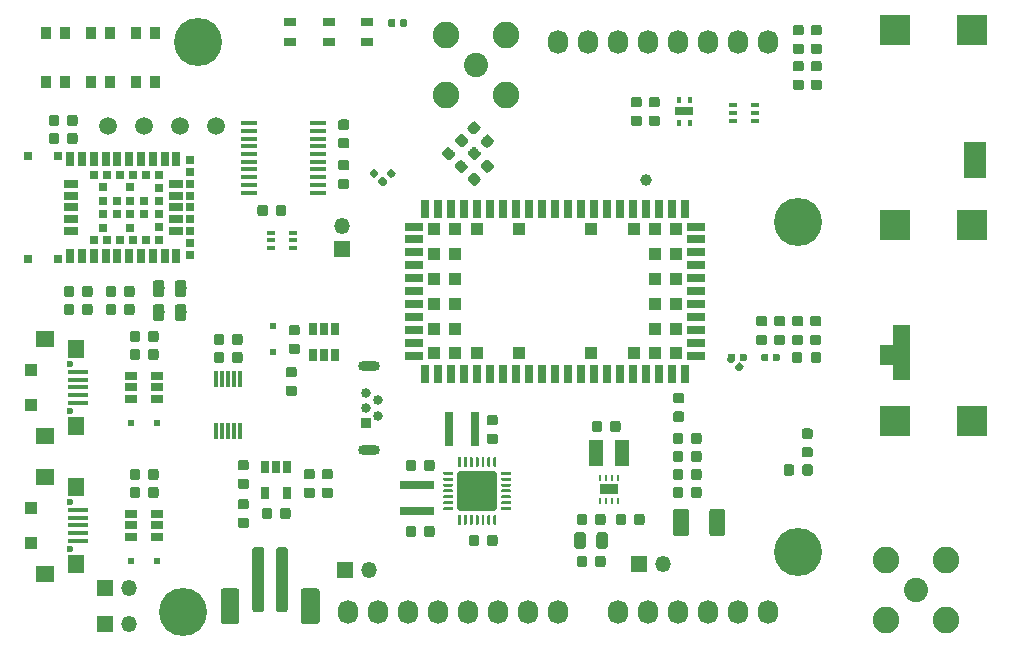
<source format=gbr>
G04 #@! TF.GenerationSoftware,KiCad,Pcbnew,(5.1.4)-1*
G04 #@! TF.CreationDate,2020-04-22T13:58:57+02:00*
G04 #@! TF.ProjectId,sara-rx-ab,73617261-2d72-4782-9d61-622e6b696361,rev?*
G04 #@! TF.SameCoordinates,Original*
G04 #@! TF.FileFunction,Soldermask,Top*
G04 #@! TF.FilePolarity,Negative*
%FSLAX46Y46*%
G04 Gerber Fmt 4.6, Leading zero omitted, Abs format (unit mm)*
G04 Created by KiCad (PCBNEW (5.1.4)-1) date 2020-04-22 13:58:57*
%MOMM*%
%LPD*%
G04 APERTURE LIST*
%ADD10R,1.250000X2.200000*%
%ADD11R,1.450000X0.450000*%
%ADD12C,0.100000*%
%ADD13C,0.875000*%
%ADD14R,0.400000X0.600000*%
%ADD15R,1.600000X0.700000*%
%ADD16C,1.500000*%
%ADD17C,1.325000*%
%ADD18O,1.850000X0.850000*%
%ADD19C,0.840000*%
%ADD20R,0.840000X0.840000*%
%ADD21R,1.000000X1.100000*%
%ADD22R,1.500000X1.350000*%
%ADD23R,1.400000X1.500000*%
%ADD24C,0.600000*%
%ADD25R,1.800000X0.400000*%
%ADD26R,1.350000X1.350000*%
%ADD27O,1.350000X1.350000*%
%ADD28C,1.600000*%
%ADD29C,1.000000*%
%ADD30C,0.975000*%
%ADD31R,0.650000X1.060000*%
%ADD32R,1.060000X0.650000*%
%ADD33R,0.250000X0.500000*%
%ADD34R,1.600000X0.900000*%
%ADD35C,0.250000*%
%ADD36C,3.350000*%
%ADD37R,0.700000X1.150000*%
%ADD38R,1.150000X0.700000*%
%ADD39R,0.700000X0.700000*%
%ADD40R,0.300000X1.400000*%
%ADD41C,0.590000*%
%ADD42R,0.500000X0.500000*%
%ADD43C,2.050000*%
%ADD44C,2.250000*%
%ADD45R,0.900000X1.000000*%
%ADD46R,1.000000X0.750000*%
%ADD47R,0.650000X0.400000*%
%ADD48R,1.900000X3.100000*%
%ADD49C,1.050000*%
%ADD50R,2.500000X2.500000*%
%ADD51R,1.100000X1.100000*%
%ADD52R,1.500000X0.800000*%
%ADD53R,0.800000X1.500000*%
%ADD54R,2.900000X0.800000*%
%ADD55R,0.800000X2.900000*%
%ADD56O,1.727200X2.032000*%
%ADD57C,4.064000*%
G04 APERTURE END LIST*
D10*
X162136000Y-110363000D03*
X159936000Y-110363000D03*
D11*
X130527000Y-88269000D03*
X130527000Y-87619000D03*
X130527000Y-86969000D03*
X130527000Y-86319000D03*
X130527000Y-85669000D03*
X130527000Y-85019000D03*
X130527000Y-84369000D03*
X130527000Y-83719000D03*
X130527000Y-83069000D03*
X130527000Y-82419000D03*
X136427000Y-82419000D03*
X136427000Y-83069000D03*
X136427000Y-83719000D03*
X136427000Y-84369000D03*
X136427000Y-85019000D03*
X136427000Y-85669000D03*
X136427000Y-86319000D03*
X136427000Y-86969000D03*
X136427000Y-87619000D03*
X136427000Y-88269000D03*
D12*
G36*
X137437691Y-113254053D02*
G01*
X137458926Y-113257203D01*
X137479750Y-113262419D01*
X137499962Y-113269651D01*
X137519368Y-113278830D01*
X137537781Y-113289866D01*
X137555024Y-113302654D01*
X137570930Y-113317070D01*
X137585346Y-113332976D01*
X137598134Y-113350219D01*
X137609170Y-113368632D01*
X137618349Y-113388038D01*
X137625581Y-113408250D01*
X137630797Y-113429074D01*
X137633947Y-113450309D01*
X137635000Y-113471750D01*
X137635000Y-113909250D01*
X137633947Y-113930691D01*
X137630797Y-113951926D01*
X137625581Y-113972750D01*
X137618349Y-113992962D01*
X137609170Y-114012368D01*
X137598134Y-114030781D01*
X137585346Y-114048024D01*
X137570930Y-114063930D01*
X137555024Y-114078346D01*
X137537781Y-114091134D01*
X137519368Y-114102170D01*
X137499962Y-114111349D01*
X137479750Y-114118581D01*
X137458926Y-114123797D01*
X137437691Y-114126947D01*
X137416250Y-114128000D01*
X136903750Y-114128000D01*
X136882309Y-114126947D01*
X136861074Y-114123797D01*
X136840250Y-114118581D01*
X136820038Y-114111349D01*
X136800632Y-114102170D01*
X136782219Y-114091134D01*
X136764976Y-114078346D01*
X136749070Y-114063930D01*
X136734654Y-114048024D01*
X136721866Y-114030781D01*
X136710830Y-114012368D01*
X136701651Y-113992962D01*
X136694419Y-113972750D01*
X136689203Y-113951926D01*
X136686053Y-113930691D01*
X136685000Y-113909250D01*
X136685000Y-113471750D01*
X136686053Y-113450309D01*
X136689203Y-113429074D01*
X136694419Y-113408250D01*
X136701651Y-113388038D01*
X136710830Y-113368632D01*
X136721866Y-113350219D01*
X136734654Y-113332976D01*
X136749070Y-113317070D01*
X136764976Y-113302654D01*
X136782219Y-113289866D01*
X136800632Y-113278830D01*
X136820038Y-113269651D01*
X136840250Y-113262419D01*
X136861074Y-113257203D01*
X136882309Y-113254053D01*
X136903750Y-113253000D01*
X137416250Y-113253000D01*
X137437691Y-113254053D01*
X137437691Y-113254053D01*
G37*
D13*
X137160000Y-113690500D03*
D12*
G36*
X137437691Y-111679053D02*
G01*
X137458926Y-111682203D01*
X137479750Y-111687419D01*
X137499962Y-111694651D01*
X137519368Y-111703830D01*
X137537781Y-111714866D01*
X137555024Y-111727654D01*
X137570930Y-111742070D01*
X137585346Y-111757976D01*
X137598134Y-111775219D01*
X137609170Y-111793632D01*
X137618349Y-111813038D01*
X137625581Y-111833250D01*
X137630797Y-111854074D01*
X137633947Y-111875309D01*
X137635000Y-111896750D01*
X137635000Y-112334250D01*
X137633947Y-112355691D01*
X137630797Y-112376926D01*
X137625581Y-112397750D01*
X137618349Y-112417962D01*
X137609170Y-112437368D01*
X137598134Y-112455781D01*
X137585346Y-112473024D01*
X137570930Y-112488930D01*
X137555024Y-112503346D01*
X137537781Y-112516134D01*
X137519368Y-112527170D01*
X137499962Y-112536349D01*
X137479750Y-112543581D01*
X137458926Y-112548797D01*
X137437691Y-112551947D01*
X137416250Y-112553000D01*
X136903750Y-112553000D01*
X136882309Y-112551947D01*
X136861074Y-112548797D01*
X136840250Y-112543581D01*
X136820038Y-112536349D01*
X136800632Y-112527170D01*
X136782219Y-112516134D01*
X136764976Y-112503346D01*
X136749070Y-112488930D01*
X136734654Y-112473024D01*
X136721866Y-112455781D01*
X136710830Y-112437368D01*
X136701651Y-112417962D01*
X136694419Y-112397750D01*
X136689203Y-112376926D01*
X136686053Y-112355691D01*
X136685000Y-112334250D01*
X136685000Y-111896750D01*
X136686053Y-111875309D01*
X136689203Y-111854074D01*
X136694419Y-111833250D01*
X136701651Y-111813038D01*
X136710830Y-111793632D01*
X136721866Y-111775219D01*
X136734654Y-111757976D01*
X136749070Y-111742070D01*
X136764976Y-111727654D01*
X136782219Y-111714866D01*
X136800632Y-111703830D01*
X136820038Y-111694651D01*
X136840250Y-111687419D01*
X136861074Y-111682203D01*
X136882309Y-111679053D01*
X136903750Y-111678000D01*
X137416250Y-111678000D01*
X137437691Y-111679053D01*
X137437691Y-111679053D01*
G37*
D13*
X137160000Y-112115500D03*
D12*
G36*
X163599691Y-81758053D02*
G01*
X163620926Y-81761203D01*
X163641750Y-81766419D01*
X163661962Y-81773651D01*
X163681368Y-81782830D01*
X163699781Y-81793866D01*
X163717024Y-81806654D01*
X163732930Y-81821070D01*
X163747346Y-81836976D01*
X163760134Y-81854219D01*
X163771170Y-81872632D01*
X163780349Y-81892038D01*
X163787581Y-81912250D01*
X163792797Y-81933074D01*
X163795947Y-81954309D01*
X163797000Y-81975750D01*
X163797000Y-82413250D01*
X163795947Y-82434691D01*
X163792797Y-82455926D01*
X163787581Y-82476750D01*
X163780349Y-82496962D01*
X163771170Y-82516368D01*
X163760134Y-82534781D01*
X163747346Y-82552024D01*
X163732930Y-82567930D01*
X163717024Y-82582346D01*
X163699781Y-82595134D01*
X163681368Y-82606170D01*
X163661962Y-82615349D01*
X163641750Y-82622581D01*
X163620926Y-82627797D01*
X163599691Y-82630947D01*
X163578250Y-82632000D01*
X163065750Y-82632000D01*
X163044309Y-82630947D01*
X163023074Y-82627797D01*
X163002250Y-82622581D01*
X162982038Y-82615349D01*
X162962632Y-82606170D01*
X162944219Y-82595134D01*
X162926976Y-82582346D01*
X162911070Y-82567930D01*
X162896654Y-82552024D01*
X162883866Y-82534781D01*
X162872830Y-82516368D01*
X162863651Y-82496962D01*
X162856419Y-82476750D01*
X162851203Y-82455926D01*
X162848053Y-82434691D01*
X162847000Y-82413250D01*
X162847000Y-81975750D01*
X162848053Y-81954309D01*
X162851203Y-81933074D01*
X162856419Y-81912250D01*
X162863651Y-81892038D01*
X162872830Y-81872632D01*
X162883866Y-81854219D01*
X162896654Y-81836976D01*
X162911070Y-81821070D01*
X162926976Y-81806654D01*
X162944219Y-81793866D01*
X162962632Y-81782830D01*
X162982038Y-81773651D01*
X163002250Y-81766419D01*
X163023074Y-81761203D01*
X163044309Y-81758053D01*
X163065750Y-81757000D01*
X163578250Y-81757000D01*
X163599691Y-81758053D01*
X163599691Y-81758053D01*
G37*
D13*
X163322000Y-82194500D03*
D12*
G36*
X163599691Y-80183053D02*
G01*
X163620926Y-80186203D01*
X163641750Y-80191419D01*
X163661962Y-80198651D01*
X163681368Y-80207830D01*
X163699781Y-80218866D01*
X163717024Y-80231654D01*
X163732930Y-80246070D01*
X163747346Y-80261976D01*
X163760134Y-80279219D01*
X163771170Y-80297632D01*
X163780349Y-80317038D01*
X163787581Y-80337250D01*
X163792797Y-80358074D01*
X163795947Y-80379309D01*
X163797000Y-80400750D01*
X163797000Y-80838250D01*
X163795947Y-80859691D01*
X163792797Y-80880926D01*
X163787581Y-80901750D01*
X163780349Y-80921962D01*
X163771170Y-80941368D01*
X163760134Y-80959781D01*
X163747346Y-80977024D01*
X163732930Y-80992930D01*
X163717024Y-81007346D01*
X163699781Y-81020134D01*
X163681368Y-81031170D01*
X163661962Y-81040349D01*
X163641750Y-81047581D01*
X163620926Y-81052797D01*
X163599691Y-81055947D01*
X163578250Y-81057000D01*
X163065750Y-81057000D01*
X163044309Y-81055947D01*
X163023074Y-81052797D01*
X163002250Y-81047581D01*
X162982038Y-81040349D01*
X162962632Y-81031170D01*
X162944219Y-81020134D01*
X162926976Y-81007346D01*
X162911070Y-80992930D01*
X162896654Y-80977024D01*
X162883866Y-80959781D01*
X162872830Y-80941368D01*
X162863651Y-80921962D01*
X162856419Y-80901750D01*
X162851203Y-80880926D01*
X162848053Y-80859691D01*
X162847000Y-80838250D01*
X162847000Y-80400750D01*
X162848053Y-80379309D01*
X162851203Y-80358074D01*
X162856419Y-80337250D01*
X162863651Y-80317038D01*
X162872830Y-80297632D01*
X162883866Y-80279219D01*
X162896654Y-80261976D01*
X162911070Y-80246070D01*
X162926976Y-80231654D01*
X162944219Y-80218866D01*
X162962632Y-80207830D01*
X162982038Y-80198651D01*
X163002250Y-80191419D01*
X163023074Y-80186203D01*
X163044309Y-80183053D01*
X163065750Y-80182000D01*
X163578250Y-80182000D01*
X163599691Y-80183053D01*
X163599691Y-80183053D01*
G37*
D13*
X163322000Y-80619500D03*
D14*
X166911000Y-82357000D03*
X167861000Y-80457000D03*
X166911000Y-80457000D03*
X167861000Y-82357000D03*
D15*
X167386000Y-81407000D03*
D16*
X124714000Y-82677000D03*
X121666000Y-82677000D03*
X118618000Y-82677000D03*
X127762000Y-82677000D03*
D12*
G36*
X170630505Y-115031204D02*
G01*
X170654773Y-115034804D01*
X170678572Y-115040765D01*
X170701671Y-115049030D01*
X170723850Y-115059520D01*
X170744893Y-115072132D01*
X170764599Y-115086747D01*
X170782777Y-115103223D01*
X170799253Y-115121401D01*
X170813868Y-115141107D01*
X170826480Y-115162150D01*
X170836970Y-115184329D01*
X170845235Y-115207428D01*
X170851196Y-115231227D01*
X170854796Y-115255495D01*
X170856000Y-115279999D01*
X170856000Y-117130001D01*
X170854796Y-117154505D01*
X170851196Y-117178773D01*
X170845235Y-117202572D01*
X170836970Y-117225671D01*
X170826480Y-117247850D01*
X170813868Y-117268893D01*
X170799253Y-117288599D01*
X170782777Y-117306777D01*
X170764599Y-117323253D01*
X170744893Y-117337868D01*
X170723850Y-117350480D01*
X170701671Y-117360970D01*
X170678572Y-117369235D01*
X170654773Y-117375196D01*
X170630505Y-117378796D01*
X170606001Y-117380000D01*
X169780999Y-117380000D01*
X169756495Y-117378796D01*
X169732227Y-117375196D01*
X169708428Y-117369235D01*
X169685329Y-117360970D01*
X169663150Y-117350480D01*
X169642107Y-117337868D01*
X169622401Y-117323253D01*
X169604223Y-117306777D01*
X169587747Y-117288599D01*
X169573132Y-117268893D01*
X169560520Y-117247850D01*
X169550030Y-117225671D01*
X169541765Y-117202572D01*
X169535804Y-117178773D01*
X169532204Y-117154505D01*
X169531000Y-117130001D01*
X169531000Y-115279999D01*
X169532204Y-115255495D01*
X169535804Y-115231227D01*
X169541765Y-115207428D01*
X169550030Y-115184329D01*
X169560520Y-115162150D01*
X169573132Y-115141107D01*
X169587747Y-115121401D01*
X169604223Y-115103223D01*
X169622401Y-115086747D01*
X169642107Y-115072132D01*
X169663150Y-115059520D01*
X169685329Y-115049030D01*
X169708428Y-115040765D01*
X169732227Y-115034804D01*
X169756495Y-115031204D01*
X169780999Y-115030000D01*
X170606001Y-115030000D01*
X170630505Y-115031204D01*
X170630505Y-115031204D01*
G37*
D17*
X170193500Y-116205000D03*
D12*
G36*
X167555505Y-115031204D02*
G01*
X167579773Y-115034804D01*
X167603572Y-115040765D01*
X167626671Y-115049030D01*
X167648850Y-115059520D01*
X167669893Y-115072132D01*
X167689599Y-115086747D01*
X167707777Y-115103223D01*
X167724253Y-115121401D01*
X167738868Y-115141107D01*
X167751480Y-115162150D01*
X167761970Y-115184329D01*
X167770235Y-115207428D01*
X167776196Y-115231227D01*
X167779796Y-115255495D01*
X167781000Y-115279999D01*
X167781000Y-117130001D01*
X167779796Y-117154505D01*
X167776196Y-117178773D01*
X167770235Y-117202572D01*
X167761970Y-117225671D01*
X167751480Y-117247850D01*
X167738868Y-117268893D01*
X167724253Y-117288599D01*
X167707777Y-117306777D01*
X167689599Y-117323253D01*
X167669893Y-117337868D01*
X167648850Y-117350480D01*
X167626671Y-117360970D01*
X167603572Y-117369235D01*
X167579773Y-117375196D01*
X167555505Y-117378796D01*
X167531001Y-117380000D01*
X166705999Y-117380000D01*
X166681495Y-117378796D01*
X166657227Y-117375196D01*
X166633428Y-117369235D01*
X166610329Y-117360970D01*
X166588150Y-117350480D01*
X166567107Y-117337868D01*
X166547401Y-117323253D01*
X166529223Y-117306777D01*
X166512747Y-117288599D01*
X166498132Y-117268893D01*
X166485520Y-117247850D01*
X166475030Y-117225671D01*
X166466765Y-117202572D01*
X166460804Y-117178773D01*
X166457204Y-117154505D01*
X166456000Y-117130001D01*
X166456000Y-115279999D01*
X166457204Y-115255495D01*
X166460804Y-115231227D01*
X166466765Y-115207428D01*
X166475030Y-115184329D01*
X166485520Y-115162150D01*
X166498132Y-115141107D01*
X166512747Y-115121401D01*
X166529223Y-115103223D01*
X166547401Y-115086747D01*
X166567107Y-115072132D01*
X166588150Y-115059520D01*
X166610329Y-115049030D01*
X166633428Y-115040765D01*
X166657227Y-115034804D01*
X166681495Y-115031204D01*
X166705999Y-115030000D01*
X167531001Y-115030000D01*
X167555505Y-115031204D01*
X167555505Y-115031204D01*
G37*
D17*
X167118500Y-116205000D03*
D18*
X140682000Y-102948000D03*
X140682000Y-110098000D03*
D19*
X140462000Y-105223000D03*
X141462000Y-105873000D03*
X140462000Y-106523000D03*
X141462000Y-107173000D03*
D20*
X140462000Y-107823000D03*
D21*
X112086000Y-117959000D03*
X112086000Y-114959000D03*
D22*
X113236000Y-120534000D03*
X113236000Y-112384000D03*
D23*
X115936000Y-119709000D03*
X115936000Y-113209000D03*
D24*
X115386000Y-118459000D03*
X115386000Y-114459000D03*
D25*
X116106000Y-117759000D03*
X116106000Y-117109000D03*
X116106000Y-116459000D03*
X116106000Y-115809000D03*
X116106000Y-115159000D03*
D21*
X112086000Y-106275000D03*
X112086000Y-103275000D03*
D22*
X113236000Y-108850000D03*
X113236000Y-100700000D03*
D23*
X115936000Y-108025000D03*
X115936000Y-101525000D03*
D24*
X115386000Y-106775000D03*
X115386000Y-102775000D03*
D25*
X116106000Y-106075000D03*
X116106000Y-105425000D03*
X116106000Y-104775000D03*
X116106000Y-104125000D03*
X116106000Y-103475000D03*
D26*
X118364000Y-121793000D03*
D27*
X120364000Y-121793000D03*
X140684000Y-120269000D03*
D26*
X138684000Y-120269000D03*
D27*
X165608000Y-119761000D03*
D26*
X163608000Y-119761000D03*
D27*
X138430000Y-91091000D03*
D26*
X138430000Y-93091000D03*
D12*
G36*
X129508504Y-121790204D02*
G01*
X129532773Y-121793804D01*
X129556571Y-121799765D01*
X129579671Y-121808030D01*
X129601849Y-121818520D01*
X129622893Y-121831133D01*
X129642598Y-121845747D01*
X129660777Y-121862223D01*
X129677253Y-121880402D01*
X129691867Y-121900107D01*
X129704480Y-121921151D01*
X129714970Y-121943329D01*
X129723235Y-121966429D01*
X129729196Y-121990227D01*
X129732796Y-122014496D01*
X129734000Y-122039000D01*
X129734000Y-124539000D01*
X129732796Y-124563504D01*
X129729196Y-124587773D01*
X129723235Y-124611571D01*
X129714970Y-124634671D01*
X129704480Y-124656849D01*
X129691867Y-124677893D01*
X129677253Y-124697598D01*
X129660777Y-124715777D01*
X129642598Y-124732253D01*
X129622893Y-124746867D01*
X129601849Y-124759480D01*
X129579671Y-124769970D01*
X129556571Y-124778235D01*
X129532773Y-124784196D01*
X129508504Y-124787796D01*
X129484000Y-124789000D01*
X128384000Y-124789000D01*
X128359496Y-124787796D01*
X128335227Y-124784196D01*
X128311429Y-124778235D01*
X128288329Y-124769970D01*
X128266151Y-124759480D01*
X128245107Y-124746867D01*
X128225402Y-124732253D01*
X128207223Y-124715777D01*
X128190747Y-124697598D01*
X128176133Y-124677893D01*
X128163520Y-124656849D01*
X128153030Y-124634671D01*
X128144765Y-124611571D01*
X128138804Y-124587773D01*
X128135204Y-124563504D01*
X128134000Y-124539000D01*
X128134000Y-122039000D01*
X128135204Y-122014496D01*
X128138804Y-121990227D01*
X128144765Y-121966429D01*
X128153030Y-121943329D01*
X128163520Y-121921151D01*
X128176133Y-121900107D01*
X128190747Y-121880402D01*
X128207223Y-121862223D01*
X128225402Y-121845747D01*
X128245107Y-121831133D01*
X128266151Y-121818520D01*
X128288329Y-121808030D01*
X128311429Y-121799765D01*
X128335227Y-121793804D01*
X128359496Y-121790204D01*
X128384000Y-121789000D01*
X129484000Y-121789000D01*
X129508504Y-121790204D01*
X129508504Y-121790204D01*
G37*
D28*
X128934000Y-123289000D03*
D12*
G36*
X136308504Y-121790204D02*
G01*
X136332773Y-121793804D01*
X136356571Y-121799765D01*
X136379671Y-121808030D01*
X136401849Y-121818520D01*
X136422893Y-121831133D01*
X136442598Y-121845747D01*
X136460777Y-121862223D01*
X136477253Y-121880402D01*
X136491867Y-121900107D01*
X136504480Y-121921151D01*
X136514970Y-121943329D01*
X136523235Y-121966429D01*
X136529196Y-121990227D01*
X136532796Y-122014496D01*
X136534000Y-122039000D01*
X136534000Y-124539000D01*
X136532796Y-124563504D01*
X136529196Y-124587773D01*
X136523235Y-124611571D01*
X136514970Y-124634671D01*
X136504480Y-124656849D01*
X136491867Y-124677893D01*
X136477253Y-124697598D01*
X136460777Y-124715777D01*
X136442598Y-124732253D01*
X136422893Y-124746867D01*
X136401849Y-124759480D01*
X136379671Y-124769970D01*
X136356571Y-124778235D01*
X136332773Y-124784196D01*
X136308504Y-124787796D01*
X136284000Y-124789000D01*
X135184000Y-124789000D01*
X135159496Y-124787796D01*
X135135227Y-124784196D01*
X135111429Y-124778235D01*
X135088329Y-124769970D01*
X135066151Y-124759480D01*
X135045107Y-124746867D01*
X135025402Y-124732253D01*
X135007223Y-124715777D01*
X134990747Y-124697598D01*
X134976133Y-124677893D01*
X134963520Y-124656849D01*
X134953030Y-124634671D01*
X134944765Y-124611571D01*
X134938804Y-124587773D01*
X134935204Y-124563504D01*
X134934000Y-124539000D01*
X134934000Y-122039000D01*
X134935204Y-122014496D01*
X134938804Y-121990227D01*
X134944765Y-121966429D01*
X134953030Y-121943329D01*
X134963520Y-121921151D01*
X134976133Y-121900107D01*
X134990747Y-121880402D01*
X135007223Y-121862223D01*
X135025402Y-121845747D01*
X135045107Y-121831133D01*
X135066151Y-121818520D01*
X135088329Y-121808030D01*
X135111429Y-121799765D01*
X135135227Y-121793804D01*
X135159496Y-121790204D01*
X135184000Y-121789000D01*
X136284000Y-121789000D01*
X136308504Y-121790204D01*
X136308504Y-121790204D01*
G37*
D28*
X135734000Y-123289000D03*
D12*
G36*
X131608504Y-118290204D02*
G01*
X131632773Y-118293804D01*
X131656571Y-118299765D01*
X131679671Y-118308030D01*
X131701849Y-118318520D01*
X131722893Y-118331133D01*
X131742598Y-118345747D01*
X131760777Y-118362223D01*
X131777253Y-118380402D01*
X131791867Y-118400107D01*
X131804480Y-118421151D01*
X131814970Y-118443329D01*
X131823235Y-118466429D01*
X131829196Y-118490227D01*
X131832796Y-118514496D01*
X131834000Y-118539000D01*
X131834000Y-123539000D01*
X131832796Y-123563504D01*
X131829196Y-123587773D01*
X131823235Y-123611571D01*
X131814970Y-123634671D01*
X131804480Y-123656849D01*
X131791867Y-123677893D01*
X131777253Y-123697598D01*
X131760777Y-123715777D01*
X131742598Y-123732253D01*
X131722893Y-123746867D01*
X131701849Y-123759480D01*
X131679671Y-123769970D01*
X131656571Y-123778235D01*
X131632773Y-123784196D01*
X131608504Y-123787796D01*
X131584000Y-123789000D01*
X131084000Y-123789000D01*
X131059496Y-123787796D01*
X131035227Y-123784196D01*
X131011429Y-123778235D01*
X130988329Y-123769970D01*
X130966151Y-123759480D01*
X130945107Y-123746867D01*
X130925402Y-123732253D01*
X130907223Y-123715777D01*
X130890747Y-123697598D01*
X130876133Y-123677893D01*
X130863520Y-123656849D01*
X130853030Y-123634671D01*
X130844765Y-123611571D01*
X130838804Y-123587773D01*
X130835204Y-123563504D01*
X130834000Y-123539000D01*
X130834000Y-118539000D01*
X130835204Y-118514496D01*
X130838804Y-118490227D01*
X130844765Y-118466429D01*
X130853030Y-118443329D01*
X130863520Y-118421151D01*
X130876133Y-118400107D01*
X130890747Y-118380402D01*
X130907223Y-118362223D01*
X130925402Y-118345747D01*
X130945107Y-118331133D01*
X130966151Y-118318520D01*
X130988329Y-118308030D01*
X131011429Y-118299765D01*
X131035227Y-118293804D01*
X131059496Y-118290204D01*
X131084000Y-118289000D01*
X131584000Y-118289000D01*
X131608504Y-118290204D01*
X131608504Y-118290204D01*
G37*
D29*
X131334000Y-121039000D03*
D12*
G36*
X133608504Y-118290204D02*
G01*
X133632773Y-118293804D01*
X133656571Y-118299765D01*
X133679671Y-118308030D01*
X133701849Y-118318520D01*
X133722893Y-118331133D01*
X133742598Y-118345747D01*
X133760777Y-118362223D01*
X133777253Y-118380402D01*
X133791867Y-118400107D01*
X133804480Y-118421151D01*
X133814970Y-118443329D01*
X133823235Y-118466429D01*
X133829196Y-118490227D01*
X133832796Y-118514496D01*
X133834000Y-118539000D01*
X133834000Y-123539000D01*
X133832796Y-123563504D01*
X133829196Y-123587773D01*
X133823235Y-123611571D01*
X133814970Y-123634671D01*
X133804480Y-123656849D01*
X133791867Y-123677893D01*
X133777253Y-123697598D01*
X133760777Y-123715777D01*
X133742598Y-123732253D01*
X133722893Y-123746867D01*
X133701849Y-123759480D01*
X133679671Y-123769970D01*
X133656571Y-123778235D01*
X133632773Y-123784196D01*
X133608504Y-123787796D01*
X133584000Y-123789000D01*
X133084000Y-123789000D01*
X133059496Y-123787796D01*
X133035227Y-123784196D01*
X133011429Y-123778235D01*
X132988329Y-123769970D01*
X132966151Y-123759480D01*
X132945107Y-123746867D01*
X132925402Y-123732253D01*
X132907223Y-123715777D01*
X132890747Y-123697598D01*
X132876133Y-123677893D01*
X132863520Y-123656849D01*
X132853030Y-123634671D01*
X132844765Y-123611571D01*
X132838804Y-123587773D01*
X132835204Y-123563504D01*
X132834000Y-123539000D01*
X132834000Y-118539000D01*
X132835204Y-118514496D01*
X132838804Y-118490227D01*
X132844765Y-118466429D01*
X132853030Y-118443329D01*
X132863520Y-118421151D01*
X132876133Y-118400107D01*
X132890747Y-118380402D01*
X132907223Y-118362223D01*
X132925402Y-118345747D01*
X132945107Y-118331133D01*
X132966151Y-118318520D01*
X132988329Y-118308030D01*
X133011429Y-118299765D01*
X133035227Y-118293804D01*
X133059496Y-118290204D01*
X133084000Y-118289000D01*
X133584000Y-118289000D01*
X133608504Y-118290204D01*
X133608504Y-118290204D01*
G37*
D29*
X133334000Y-121039000D03*
D12*
G36*
X125030142Y-95694174D02*
G01*
X125053803Y-95697684D01*
X125077007Y-95703496D01*
X125099529Y-95711554D01*
X125121153Y-95721782D01*
X125141670Y-95734079D01*
X125160883Y-95748329D01*
X125178607Y-95764393D01*
X125194671Y-95782117D01*
X125208921Y-95801330D01*
X125221218Y-95821847D01*
X125231446Y-95843471D01*
X125239504Y-95865993D01*
X125245316Y-95889197D01*
X125248826Y-95912858D01*
X125250000Y-95936750D01*
X125250000Y-96849250D01*
X125248826Y-96873142D01*
X125245316Y-96896803D01*
X125239504Y-96920007D01*
X125231446Y-96942529D01*
X125221218Y-96964153D01*
X125208921Y-96984670D01*
X125194671Y-97003883D01*
X125178607Y-97021607D01*
X125160883Y-97037671D01*
X125141670Y-97051921D01*
X125121153Y-97064218D01*
X125099529Y-97074446D01*
X125077007Y-97082504D01*
X125053803Y-97088316D01*
X125030142Y-97091826D01*
X125006250Y-97093000D01*
X124518750Y-97093000D01*
X124494858Y-97091826D01*
X124471197Y-97088316D01*
X124447993Y-97082504D01*
X124425471Y-97074446D01*
X124403847Y-97064218D01*
X124383330Y-97051921D01*
X124364117Y-97037671D01*
X124346393Y-97021607D01*
X124330329Y-97003883D01*
X124316079Y-96984670D01*
X124303782Y-96964153D01*
X124293554Y-96942529D01*
X124285496Y-96920007D01*
X124279684Y-96896803D01*
X124276174Y-96873142D01*
X124275000Y-96849250D01*
X124275000Y-95936750D01*
X124276174Y-95912858D01*
X124279684Y-95889197D01*
X124285496Y-95865993D01*
X124293554Y-95843471D01*
X124303782Y-95821847D01*
X124316079Y-95801330D01*
X124330329Y-95782117D01*
X124346393Y-95764393D01*
X124364117Y-95748329D01*
X124383330Y-95734079D01*
X124403847Y-95721782D01*
X124425471Y-95711554D01*
X124447993Y-95703496D01*
X124471197Y-95697684D01*
X124494858Y-95694174D01*
X124518750Y-95693000D01*
X125006250Y-95693000D01*
X125030142Y-95694174D01*
X125030142Y-95694174D01*
G37*
D30*
X124762500Y-96393000D03*
D12*
G36*
X123155142Y-95694174D02*
G01*
X123178803Y-95697684D01*
X123202007Y-95703496D01*
X123224529Y-95711554D01*
X123246153Y-95721782D01*
X123266670Y-95734079D01*
X123285883Y-95748329D01*
X123303607Y-95764393D01*
X123319671Y-95782117D01*
X123333921Y-95801330D01*
X123346218Y-95821847D01*
X123356446Y-95843471D01*
X123364504Y-95865993D01*
X123370316Y-95889197D01*
X123373826Y-95912858D01*
X123375000Y-95936750D01*
X123375000Y-96849250D01*
X123373826Y-96873142D01*
X123370316Y-96896803D01*
X123364504Y-96920007D01*
X123356446Y-96942529D01*
X123346218Y-96964153D01*
X123333921Y-96984670D01*
X123319671Y-97003883D01*
X123303607Y-97021607D01*
X123285883Y-97037671D01*
X123266670Y-97051921D01*
X123246153Y-97064218D01*
X123224529Y-97074446D01*
X123202007Y-97082504D01*
X123178803Y-97088316D01*
X123155142Y-97091826D01*
X123131250Y-97093000D01*
X122643750Y-97093000D01*
X122619858Y-97091826D01*
X122596197Y-97088316D01*
X122572993Y-97082504D01*
X122550471Y-97074446D01*
X122528847Y-97064218D01*
X122508330Y-97051921D01*
X122489117Y-97037671D01*
X122471393Y-97021607D01*
X122455329Y-97003883D01*
X122441079Y-96984670D01*
X122428782Y-96964153D01*
X122418554Y-96942529D01*
X122410496Y-96920007D01*
X122404684Y-96896803D01*
X122401174Y-96873142D01*
X122400000Y-96849250D01*
X122400000Y-95936750D01*
X122401174Y-95912858D01*
X122404684Y-95889197D01*
X122410496Y-95865993D01*
X122418554Y-95843471D01*
X122428782Y-95821847D01*
X122441079Y-95801330D01*
X122455329Y-95782117D01*
X122471393Y-95764393D01*
X122489117Y-95748329D01*
X122508330Y-95734079D01*
X122528847Y-95721782D01*
X122550471Y-95711554D01*
X122572993Y-95703496D01*
X122596197Y-95697684D01*
X122619858Y-95694174D01*
X122643750Y-95693000D01*
X123131250Y-95693000D01*
X123155142Y-95694174D01*
X123155142Y-95694174D01*
G37*
D30*
X122887500Y-96393000D03*
D12*
G36*
X123155142Y-97726174D02*
G01*
X123178803Y-97729684D01*
X123202007Y-97735496D01*
X123224529Y-97743554D01*
X123246153Y-97753782D01*
X123266670Y-97766079D01*
X123285883Y-97780329D01*
X123303607Y-97796393D01*
X123319671Y-97814117D01*
X123333921Y-97833330D01*
X123346218Y-97853847D01*
X123356446Y-97875471D01*
X123364504Y-97897993D01*
X123370316Y-97921197D01*
X123373826Y-97944858D01*
X123375000Y-97968750D01*
X123375000Y-98881250D01*
X123373826Y-98905142D01*
X123370316Y-98928803D01*
X123364504Y-98952007D01*
X123356446Y-98974529D01*
X123346218Y-98996153D01*
X123333921Y-99016670D01*
X123319671Y-99035883D01*
X123303607Y-99053607D01*
X123285883Y-99069671D01*
X123266670Y-99083921D01*
X123246153Y-99096218D01*
X123224529Y-99106446D01*
X123202007Y-99114504D01*
X123178803Y-99120316D01*
X123155142Y-99123826D01*
X123131250Y-99125000D01*
X122643750Y-99125000D01*
X122619858Y-99123826D01*
X122596197Y-99120316D01*
X122572993Y-99114504D01*
X122550471Y-99106446D01*
X122528847Y-99096218D01*
X122508330Y-99083921D01*
X122489117Y-99069671D01*
X122471393Y-99053607D01*
X122455329Y-99035883D01*
X122441079Y-99016670D01*
X122428782Y-98996153D01*
X122418554Y-98974529D01*
X122410496Y-98952007D01*
X122404684Y-98928803D01*
X122401174Y-98905142D01*
X122400000Y-98881250D01*
X122400000Y-97968750D01*
X122401174Y-97944858D01*
X122404684Y-97921197D01*
X122410496Y-97897993D01*
X122418554Y-97875471D01*
X122428782Y-97853847D01*
X122441079Y-97833330D01*
X122455329Y-97814117D01*
X122471393Y-97796393D01*
X122489117Y-97780329D01*
X122508330Y-97766079D01*
X122528847Y-97753782D01*
X122550471Y-97743554D01*
X122572993Y-97735496D01*
X122596197Y-97729684D01*
X122619858Y-97726174D01*
X122643750Y-97725000D01*
X123131250Y-97725000D01*
X123155142Y-97726174D01*
X123155142Y-97726174D01*
G37*
D30*
X122887500Y-98425000D03*
D12*
G36*
X125030142Y-97726174D02*
G01*
X125053803Y-97729684D01*
X125077007Y-97735496D01*
X125099529Y-97743554D01*
X125121153Y-97753782D01*
X125141670Y-97766079D01*
X125160883Y-97780329D01*
X125178607Y-97796393D01*
X125194671Y-97814117D01*
X125208921Y-97833330D01*
X125221218Y-97853847D01*
X125231446Y-97875471D01*
X125239504Y-97897993D01*
X125245316Y-97921197D01*
X125248826Y-97944858D01*
X125250000Y-97968750D01*
X125250000Y-98881250D01*
X125248826Y-98905142D01*
X125245316Y-98928803D01*
X125239504Y-98952007D01*
X125231446Y-98974529D01*
X125221218Y-98996153D01*
X125208921Y-99016670D01*
X125194671Y-99035883D01*
X125178607Y-99053607D01*
X125160883Y-99069671D01*
X125141670Y-99083921D01*
X125121153Y-99096218D01*
X125099529Y-99106446D01*
X125077007Y-99114504D01*
X125053803Y-99120316D01*
X125030142Y-99123826D01*
X125006250Y-99125000D01*
X124518750Y-99125000D01*
X124494858Y-99123826D01*
X124471197Y-99120316D01*
X124447993Y-99114504D01*
X124425471Y-99106446D01*
X124403847Y-99096218D01*
X124383330Y-99083921D01*
X124364117Y-99069671D01*
X124346393Y-99053607D01*
X124330329Y-99035883D01*
X124316079Y-99016670D01*
X124303782Y-98996153D01*
X124293554Y-98974529D01*
X124285496Y-98952007D01*
X124279684Y-98928803D01*
X124276174Y-98905142D01*
X124275000Y-98881250D01*
X124275000Y-97968750D01*
X124276174Y-97944858D01*
X124279684Y-97921197D01*
X124285496Y-97897993D01*
X124293554Y-97875471D01*
X124303782Y-97853847D01*
X124316079Y-97833330D01*
X124330329Y-97814117D01*
X124346393Y-97796393D01*
X124364117Y-97780329D01*
X124383330Y-97766079D01*
X124403847Y-97753782D01*
X124425471Y-97743554D01*
X124447993Y-97735496D01*
X124471197Y-97729684D01*
X124494858Y-97726174D01*
X124518750Y-97725000D01*
X125006250Y-97725000D01*
X125030142Y-97726174D01*
X125030142Y-97726174D01*
G37*
D30*
X124762500Y-98425000D03*
D12*
G36*
X160717142Y-117030174D02*
G01*
X160740803Y-117033684D01*
X160764007Y-117039496D01*
X160786529Y-117047554D01*
X160808153Y-117057782D01*
X160828670Y-117070079D01*
X160847883Y-117084329D01*
X160865607Y-117100393D01*
X160881671Y-117118117D01*
X160895921Y-117137330D01*
X160908218Y-117157847D01*
X160918446Y-117179471D01*
X160926504Y-117201993D01*
X160932316Y-117225197D01*
X160935826Y-117248858D01*
X160937000Y-117272750D01*
X160937000Y-118185250D01*
X160935826Y-118209142D01*
X160932316Y-118232803D01*
X160926504Y-118256007D01*
X160918446Y-118278529D01*
X160908218Y-118300153D01*
X160895921Y-118320670D01*
X160881671Y-118339883D01*
X160865607Y-118357607D01*
X160847883Y-118373671D01*
X160828670Y-118387921D01*
X160808153Y-118400218D01*
X160786529Y-118410446D01*
X160764007Y-118418504D01*
X160740803Y-118424316D01*
X160717142Y-118427826D01*
X160693250Y-118429000D01*
X160205750Y-118429000D01*
X160181858Y-118427826D01*
X160158197Y-118424316D01*
X160134993Y-118418504D01*
X160112471Y-118410446D01*
X160090847Y-118400218D01*
X160070330Y-118387921D01*
X160051117Y-118373671D01*
X160033393Y-118357607D01*
X160017329Y-118339883D01*
X160003079Y-118320670D01*
X159990782Y-118300153D01*
X159980554Y-118278529D01*
X159972496Y-118256007D01*
X159966684Y-118232803D01*
X159963174Y-118209142D01*
X159962000Y-118185250D01*
X159962000Y-117272750D01*
X159963174Y-117248858D01*
X159966684Y-117225197D01*
X159972496Y-117201993D01*
X159980554Y-117179471D01*
X159990782Y-117157847D01*
X160003079Y-117137330D01*
X160017329Y-117118117D01*
X160033393Y-117100393D01*
X160051117Y-117084329D01*
X160070330Y-117070079D01*
X160090847Y-117057782D01*
X160112471Y-117047554D01*
X160134993Y-117039496D01*
X160158197Y-117033684D01*
X160181858Y-117030174D01*
X160205750Y-117029000D01*
X160693250Y-117029000D01*
X160717142Y-117030174D01*
X160717142Y-117030174D01*
G37*
D30*
X160449500Y-117729000D03*
D12*
G36*
X158842142Y-117030174D02*
G01*
X158865803Y-117033684D01*
X158889007Y-117039496D01*
X158911529Y-117047554D01*
X158933153Y-117057782D01*
X158953670Y-117070079D01*
X158972883Y-117084329D01*
X158990607Y-117100393D01*
X159006671Y-117118117D01*
X159020921Y-117137330D01*
X159033218Y-117157847D01*
X159043446Y-117179471D01*
X159051504Y-117201993D01*
X159057316Y-117225197D01*
X159060826Y-117248858D01*
X159062000Y-117272750D01*
X159062000Y-118185250D01*
X159060826Y-118209142D01*
X159057316Y-118232803D01*
X159051504Y-118256007D01*
X159043446Y-118278529D01*
X159033218Y-118300153D01*
X159020921Y-118320670D01*
X159006671Y-118339883D01*
X158990607Y-118357607D01*
X158972883Y-118373671D01*
X158953670Y-118387921D01*
X158933153Y-118400218D01*
X158911529Y-118410446D01*
X158889007Y-118418504D01*
X158865803Y-118424316D01*
X158842142Y-118427826D01*
X158818250Y-118429000D01*
X158330750Y-118429000D01*
X158306858Y-118427826D01*
X158283197Y-118424316D01*
X158259993Y-118418504D01*
X158237471Y-118410446D01*
X158215847Y-118400218D01*
X158195330Y-118387921D01*
X158176117Y-118373671D01*
X158158393Y-118357607D01*
X158142329Y-118339883D01*
X158128079Y-118320670D01*
X158115782Y-118300153D01*
X158105554Y-118278529D01*
X158097496Y-118256007D01*
X158091684Y-118232803D01*
X158088174Y-118209142D01*
X158087000Y-118185250D01*
X158087000Y-117272750D01*
X158088174Y-117248858D01*
X158091684Y-117225197D01*
X158097496Y-117201993D01*
X158105554Y-117179471D01*
X158115782Y-117157847D01*
X158128079Y-117137330D01*
X158142329Y-117118117D01*
X158158393Y-117100393D01*
X158176117Y-117084329D01*
X158195330Y-117070079D01*
X158215847Y-117057782D01*
X158237471Y-117047554D01*
X158259993Y-117039496D01*
X158283197Y-117033684D01*
X158306858Y-117030174D01*
X158330750Y-117029000D01*
X158818250Y-117029000D01*
X158842142Y-117030174D01*
X158842142Y-117030174D01*
G37*
D30*
X158574500Y-117729000D03*
D31*
X136906000Y-99865000D03*
X135956000Y-99865000D03*
X137856000Y-99865000D03*
X137856000Y-102065000D03*
X136906000Y-102065000D03*
X135956000Y-102065000D03*
D32*
X122766000Y-116459000D03*
X122766000Y-115509000D03*
X122766000Y-117409000D03*
X120566000Y-117409000D03*
X120566000Y-116459000D03*
X120566000Y-115509000D03*
X122766000Y-104775000D03*
X122766000Y-103825000D03*
X122766000Y-105725000D03*
X120566000Y-105725000D03*
X120566000Y-104775000D03*
X120566000Y-103825000D03*
D33*
X161286000Y-112461000D03*
X161786000Y-112461000D03*
X161786000Y-114361000D03*
X160786000Y-114361000D03*
X160286000Y-114361000D03*
D34*
X161036000Y-113411000D03*
D33*
X160286000Y-112461000D03*
X160786000Y-112461000D03*
X161286000Y-114361000D03*
D12*
G36*
X160539691Y-115477053D02*
G01*
X160560926Y-115480203D01*
X160581750Y-115485419D01*
X160601962Y-115492651D01*
X160621368Y-115501830D01*
X160639781Y-115512866D01*
X160657024Y-115525654D01*
X160672930Y-115540070D01*
X160687346Y-115555976D01*
X160700134Y-115573219D01*
X160711170Y-115591632D01*
X160720349Y-115611038D01*
X160727581Y-115631250D01*
X160732797Y-115652074D01*
X160735947Y-115673309D01*
X160737000Y-115694750D01*
X160737000Y-116207250D01*
X160735947Y-116228691D01*
X160732797Y-116249926D01*
X160727581Y-116270750D01*
X160720349Y-116290962D01*
X160711170Y-116310368D01*
X160700134Y-116328781D01*
X160687346Y-116346024D01*
X160672930Y-116361930D01*
X160657024Y-116376346D01*
X160639781Y-116389134D01*
X160621368Y-116400170D01*
X160601962Y-116409349D01*
X160581750Y-116416581D01*
X160560926Y-116421797D01*
X160539691Y-116424947D01*
X160518250Y-116426000D01*
X160080750Y-116426000D01*
X160059309Y-116424947D01*
X160038074Y-116421797D01*
X160017250Y-116416581D01*
X159997038Y-116409349D01*
X159977632Y-116400170D01*
X159959219Y-116389134D01*
X159941976Y-116376346D01*
X159926070Y-116361930D01*
X159911654Y-116346024D01*
X159898866Y-116328781D01*
X159887830Y-116310368D01*
X159878651Y-116290962D01*
X159871419Y-116270750D01*
X159866203Y-116249926D01*
X159863053Y-116228691D01*
X159862000Y-116207250D01*
X159862000Y-115694750D01*
X159863053Y-115673309D01*
X159866203Y-115652074D01*
X159871419Y-115631250D01*
X159878651Y-115611038D01*
X159887830Y-115591632D01*
X159898866Y-115573219D01*
X159911654Y-115555976D01*
X159926070Y-115540070D01*
X159941976Y-115525654D01*
X159959219Y-115512866D01*
X159977632Y-115501830D01*
X159997038Y-115492651D01*
X160017250Y-115485419D01*
X160038074Y-115480203D01*
X160059309Y-115477053D01*
X160080750Y-115476000D01*
X160518250Y-115476000D01*
X160539691Y-115477053D01*
X160539691Y-115477053D01*
G37*
D13*
X160299500Y-115951000D03*
D12*
G36*
X158964691Y-115477053D02*
G01*
X158985926Y-115480203D01*
X159006750Y-115485419D01*
X159026962Y-115492651D01*
X159046368Y-115501830D01*
X159064781Y-115512866D01*
X159082024Y-115525654D01*
X159097930Y-115540070D01*
X159112346Y-115555976D01*
X159125134Y-115573219D01*
X159136170Y-115591632D01*
X159145349Y-115611038D01*
X159152581Y-115631250D01*
X159157797Y-115652074D01*
X159160947Y-115673309D01*
X159162000Y-115694750D01*
X159162000Y-116207250D01*
X159160947Y-116228691D01*
X159157797Y-116249926D01*
X159152581Y-116270750D01*
X159145349Y-116290962D01*
X159136170Y-116310368D01*
X159125134Y-116328781D01*
X159112346Y-116346024D01*
X159097930Y-116361930D01*
X159082024Y-116376346D01*
X159064781Y-116389134D01*
X159046368Y-116400170D01*
X159026962Y-116409349D01*
X159006750Y-116416581D01*
X158985926Y-116421797D01*
X158964691Y-116424947D01*
X158943250Y-116426000D01*
X158505750Y-116426000D01*
X158484309Y-116424947D01*
X158463074Y-116421797D01*
X158442250Y-116416581D01*
X158422038Y-116409349D01*
X158402632Y-116400170D01*
X158384219Y-116389134D01*
X158366976Y-116376346D01*
X158351070Y-116361930D01*
X158336654Y-116346024D01*
X158323866Y-116328781D01*
X158312830Y-116310368D01*
X158303651Y-116290962D01*
X158296419Y-116270750D01*
X158291203Y-116249926D01*
X158288053Y-116228691D01*
X158287000Y-116207250D01*
X158287000Y-115694750D01*
X158288053Y-115673309D01*
X158291203Y-115652074D01*
X158296419Y-115631250D01*
X158303651Y-115611038D01*
X158312830Y-115591632D01*
X158323866Y-115573219D01*
X158336654Y-115555976D01*
X158351070Y-115540070D01*
X158366976Y-115525654D01*
X158384219Y-115512866D01*
X158402632Y-115501830D01*
X158422038Y-115492651D01*
X158442250Y-115485419D01*
X158463074Y-115480203D01*
X158484309Y-115477053D01*
X158505750Y-115476000D01*
X158943250Y-115476000D01*
X158964691Y-115477053D01*
X158964691Y-115477053D01*
G37*
D13*
X158724500Y-115951000D03*
D12*
G36*
X162266691Y-115477053D02*
G01*
X162287926Y-115480203D01*
X162308750Y-115485419D01*
X162328962Y-115492651D01*
X162348368Y-115501830D01*
X162366781Y-115512866D01*
X162384024Y-115525654D01*
X162399930Y-115540070D01*
X162414346Y-115555976D01*
X162427134Y-115573219D01*
X162438170Y-115591632D01*
X162447349Y-115611038D01*
X162454581Y-115631250D01*
X162459797Y-115652074D01*
X162462947Y-115673309D01*
X162464000Y-115694750D01*
X162464000Y-116207250D01*
X162462947Y-116228691D01*
X162459797Y-116249926D01*
X162454581Y-116270750D01*
X162447349Y-116290962D01*
X162438170Y-116310368D01*
X162427134Y-116328781D01*
X162414346Y-116346024D01*
X162399930Y-116361930D01*
X162384024Y-116376346D01*
X162366781Y-116389134D01*
X162348368Y-116400170D01*
X162328962Y-116409349D01*
X162308750Y-116416581D01*
X162287926Y-116421797D01*
X162266691Y-116424947D01*
X162245250Y-116426000D01*
X161807750Y-116426000D01*
X161786309Y-116424947D01*
X161765074Y-116421797D01*
X161744250Y-116416581D01*
X161724038Y-116409349D01*
X161704632Y-116400170D01*
X161686219Y-116389134D01*
X161668976Y-116376346D01*
X161653070Y-116361930D01*
X161638654Y-116346024D01*
X161625866Y-116328781D01*
X161614830Y-116310368D01*
X161605651Y-116290962D01*
X161598419Y-116270750D01*
X161593203Y-116249926D01*
X161590053Y-116228691D01*
X161589000Y-116207250D01*
X161589000Y-115694750D01*
X161590053Y-115673309D01*
X161593203Y-115652074D01*
X161598419Y-115631250D01*
X161605651Y-115611038D01*
X161614830Y-115591632D01*
X161625866Y-115573219D01*
X161638654Y-115555976D01*
X161653070Y-115540070D01*
X161668976Y-115525654D01*
X161686219Y-115512866D01*
X161704632Y-115501830D01*
X161724038Y-115492651D01*
X161744250Y-115485419D01*
X161765074Y-115480203D01*
X161786309Y-115477053D01*
X161807750Y-115476000D01*
X162245250Y-115476000D01*
X162266691Y-115477053D01*
X162266691Y-115477053D01*
G37*
D13*
X162026500Y-115951000D03*
D12*
G36*
X163841691Y-115477053D02*
G01*
X163862926Y-115480203D01*
X163883750Y-115485419D01*
X163903962Y-115492651D01*
X163923368Y-115501830D01*
X163941781Y-115512866D01*
X163959024Y-115525654D01*
X163974930Y-115540070D01*
X163989346Y-115555976D01*
X164002134Y-115573219D01*
X164013170Y-115591632D01*
X164022349Y-115611038D01*
X164029581Y-115631250D01*
X164034797Y-115652074D01*
X164037947Y-115673309D01*
X164039000Y-115694750D01*
X164039000Y-116207250D01*
X164037947Y-116228691D01*
X164034797Y-116249926D01*
X164029581Y-116270750D01*
X164022349Y-116290962D01*
X164013170Y-116310368D01*
X164002134Y-116328781D01*
X163989346Y-116346024D01*
X163974930Y-116361930D01*
X163959024Y-116376346D01*
X163941781Y-116389134D01*
X163923368Y-116400170D01*
X163903962Y-116409349D01*
X163883750Y-116416581D01*
X163862926Y-116421797D01*
X163841691Y-116424947D01*
X163820250Y-116426000D01*
X163382750Y-116426000D01*
X163361309Y-116424947D01*
X163340074Y-116421797D01*
X163319250Y-116416581D01*
X163299038Y-116409349D01*
X163279632Y-116400170D01*
X163261219Y-116389134D01*
X163243976Y-116376346D01*
X163228070Y-116361930D01*
X163213654Y-116346024D01*
X163200866Y-116328781D01*
X163189830Y-116310368D01*
X163180651Y-116290962D01*
X163173419Y-116270750D01*
X163168203Y-116249926D01*
X163165053Y-116228691D01*
X163164000Y-116207250D01*
X163164000Y-115694750D01*
X163165053Y-115673309D01*
X163168203Y-115652074D01*
X163173419Y-115631250D01*
X163180651Y-115611038D01*
X163189830Y-115591632D01*
X163200866Y-115573219D01*
X163213654Y-115555976D01*
X163228070Y-115540070D01*
X163243976Y-115525654D01*
X163261219Y-115512866D01*
X163279632Y-115501830D01*
X163299038Y-115492651D01*
X163319250Y-115485419D01*
X163340074Y-115480203D01*
X163361309Y-115477053D01*
X163382750Y-115476000D01*
X163820250Y-115476000D01*
X163841691Y-115477053D01*
X163841691Y-115477053D01*
G37*
D13*
X163601500Y-115951000D03*
D12*
G36*
X160539691Y-119033053D02*
G01*
X160560926Y-119036203D01*
X160581750Y-119041419D01*
X160601962Y-119048651D01*
X160621368Y-119057830D01*
X160639781Y-119068866D01*
X160657024Y-119081654D01*
X160672930Y-119096070D01*
X160687346Y-119111976D01*
X160700134Y-119129219D01*
X160711170Y-119147632D01*
X160720349Y-119167038D01*
X160727581Y-119187250D01*
X160732797Y-119208074D01*
X160735947Y-119229309D01*
X160737000Y-119250750D01*
X160737000Y-119763250D01*
X160735947Y-119784691D01*
X160732797Y-119805926D01*
X160727581Y-119826750D01*
X160720349Y-119846962D01*
X160711170Y-119866368D01*
X160700134Y-119884781D01*
X160687346Y-119902024D01*
X160672930Y-119917930D01*
X160657024Y-119932346D01*
X160639781Y-119945134D01*
X160621368Y-119956170D01*
X160601962Y-119965349D01*
X160581750Y-119972581D01*
X160560926Y-119977797D01*
X160539691Y-119980947D01*
X160518250Y-119982000D01*
X160080750Y-119982000D01*
X160059309Y-119980947D01*
X160038074Y-119977797D01*
X160017250Y-119972581D01*
X159997038Y-119965349D01*
X159977632Y-119956170D01*
X159959219Y-119945134D01*
X159941976Y-119932346D01*
X159926070Y-119917930D01*
X159911654Y-119902024D01*
X159898866Y-119884781D01*
X159887830Y-119866368D01*
X159878651Y-119846962D01*
X159871419Y-119826750D01*
X159866203Y-119805926D01*
X159863053Y-119784691D01*
X159862000Y-119763250D01*
X159862000Y-119250750D01*
X159863053Y-119229309D01*
X159866203Y-119208074D01*
X159871419Y-119187250D01*
X159878651Y-119167038D01*
X159887830Y-119147632D01*
X159898866Y-119129219D01*
X159911654Y-119111976D01*
X159926070Y-119096070D01*
X159941976Y-119081654D01*
X159959219Y-119068866D01*
X159977632Y-119057830D01*
X159997038Y-119048651D01*
X160017250Y-119041419D01*
X160038074Y-119036203D01*
X160059309Y-119033053D01*
X160080750Y-119032000D01*
X160518250Y-119032000D01*
X160539691Y-119033053D01*
X160539691Y-119033053D01*
G37*
D13*
X160299500Y-119507000D03*
D12*
G36*
X158964691Y-119033053D02*
G01*
X158985926Y-119036203D01*
X159006750Y-119041419D01*
X159026962Y-119048651D01*
X159046368Y-119057830D01*
X159064781Y-119068866D01*
X159082024Y-119081654D01*
X159097930Y-119096070D01*
X159112346Y-119111976D01*
X159125134Y-119129219D01*
X159136170Y-119147632D01*
X159145349Y-119167038D01*
X159152581Y-119187250D01*
X159157797Y-119208074D01*
X159160947Y-119229309D01*
X159162000Y-119250750D01*
X159162000Y-119763250D01*
X159160947Y-119784691D01*
X159157797Y-119805926D01*
X159152581Y-119826750D01*
X159145349Y-119846962D01*
X159136170Y-119866368D01*
X159125134Y-119884781D01*
X159112346Y-119902024D01*
X159097930Y-119917930D01*
X159082024Y-119932346D01*
X159064781Y-119945134D01*
X159046368Y-119956170D01*
X159026962Y-119965349D01*
X159006750Y-119972581D01*
X158985926Y-119977797D01*
X158964691Y-119980947D01*
X158943250Y-119982000D01*
X158505750Y-119982000D01*
X158484309Y-119980947D01*
X158463074Y-119977797D01*
X158442250Y-119972581D01*
X158422038Y-119965349D01*
X158402632Y-119956170D01*
X158384219Y-119945134D01*
X158366976Y-119932346D01*
X158351070Y-119917930D01*
X158336654Y-119902024D01*
X158323866Y-119884781D01*
X158312830Y-119866368D01*
X158303651Y-119846962D01*
X158296419Y-119826750D01*
X158291203Y-119805926D01*
X158288053Y-119784691D01*
X158287000Y-119763250D01*
X158287000Y-119250750D01*
X158288053Y-119229309D01*
X158291203Y-119208074D01*
X158296419Y-119187250D01*
X158303651Y-119167038D01*
X158312830Y-119147632D01*
X158323866Y-119129219D01*
X158336654Y-119111976D01*
X158351070Y-119096070D01*
X158366976Y-119081654D01*
X158384219Y-119068866D01*
X158402632Y-119057830D01*
X158422038Y-119048651D01*
X158442250Y-119041419D01*
X158463074Y-119036203D01*
X158484309Y-119033053D01*
X158505750Y-119032000D01*
X158943250Y-119032000D01*
X158964691Y-119033053D01*
X158964691Y-119033053D01*
G37*
D13*
X158724500Y-119507000D03*
D12*
G36*
X160234691Y-107603053D02*
G01*
X160255926Y-107606203D01*
X160276750Y-107611419D01*
X160296962Y-107618651D01*
X160316368Y-107627830D01*
X160334781Y-107638866D01*
X160352024Y-107651654D01*
X160367930Y-107666070D01*
X160382346Y-107681976D01*
X160395134Y-107699219D01*
X160406170Y-107717632D01*
X160415349Y-107737038D01*
X160422581Y-107757250D01*
X160427797Y-107778074D01*
X160430947Y-107799309D01*
X160432000Y-107820750D01*
X160432000Y-108333250D01*
X160430947Y-108354691D01*
X160427797Y-108375926D01*
X160422581Y-108396750D01*
X160415349Y-108416962D01*
X160406170Y-108436368D01*
X160395134Y-108454781D01*
X160382346Y-108472024D01*
X160367930Y-108487930D01*
X160352024Y-108502346D01*
X160334781Y-108515134D01*
X160316368Y-108526170D01*
X160296962Y-108535349D01*
X160276750Y-108542581D01*
X160255926Y-108547797D01*
X160234691Y-108550947D01*
X160213250Y-108552000D01*
X159775750Y-108552000D01*
X159754309Y-108550947D01*
X159733074Y-108547797D01*
X159712250Y-108542581D01*
X159692038Y-108535349D01*
X159672632Y-108526170D01*
X159654219Y-108515134D01*
X159636976Y-108502346D01*
X159621070Y-108487930D01*
X159606654Y-108472024D01*
X159593866Y-108454781D01*
X159582830Y-108436368D01*
X159573651Y-108416962D01*
X159566419Y-108396750D01*
X159561203Y-108375926D01*
X159558053Y-108354691D01*
X159557000Y-108333250D01*
X159557000Y-107820750D01*
X159558053Y-107799309D01*
X159561203Y-107778074D01*
X159566419Y-107757250D01*
X159573651Y-107737038D01*
X159582830Y-107717632D01*
X159593866Y-107699219D01*
X159606654Y-107681976D01*
X159621070Y-107666070D01*
X159636976Y-107651654D01*
X159654219Y-107638866D01*
X159672632Y-107627830D01*
X159692038Y-107618651D01*
X159712250Y-107611419D01*
X159733074Y-107606203D01*
X159754309Y-107603053D01*
X159775750Y-107602000D01*
X160213250Y-107602000D01*
X160234691Y-107603053D01*
X160234691Y-107603053D01*
G37*
D13*
X159994500Y-108077000D03*
D12*
G36*
X161809691Y-107603053D02*
G01*
X161830926Y-107606203D01*
X161851750Y-107611419D01*
X161871962Y-107618651D01*
X161891368Y-107627830D01*
X161909781Y-107638866D01*
X161927024Y-107651654D01*
X161942930Y-107666070D01*
X161957346Y-107681976D01*
X161970134Y-107699219D01*
X161981170Y-107717632D01*
X161990349Y-107737038D01*
X161997581Y-107757250D01*
X162002797Y-107778074D01*
X162005947Y-107799309D01*
X162007000Y-107820750D01*
X162007000Y-108333250D01*
X162005947Y-108354691D01*
X162002797Y-108375926D01*
X161997581Y-108396750D01*
X161990349Y-108416962D01*
X161981170Y-108436368D01*
X161970134Y-108454781D01*
X161957346Y-108472024D01*
X161942930Y-108487930D01*
X161927024Y-108502346D01*
X161909781Y-108515134D01*
X161891368Y-108526170D01*
X161871962Y-108535349D01*
X161851750Y-108542581D01*
X161830926Y-108547797D01*
X161809691Y-108550947D01*
X161788250Y-108552000D01*
X161350750Y-108552000D01*
X161329309Y-108550947D01*
X161308074Y-108547797D01*
X161287250Y-108542581D01*
X161267038Y-108535349D01*
X161247632Y-108526170D01*
X161229219Y-108515134D01*
X161211976Y-108502346D01*
X161196070Y-108487930D01*
X161181654Y-108472024D01*
X161168866Y-108454781D01*
X161157830Y-108436368D01*
X161148651Y-108416962D01*
X161141419Y-108396750D01*
X161136203Y-108375926D01*
X161133053Y-108354691D01*
X161132000Y-108333250D01*
X161132000Y-107820750D01*
X161133053Y-107799309D01*
X161136203Y-107778074D01*
X161141419Y-107757250D01*
X161148651Y-107737038D01*
X161157830Y-107717632D01*
X161168866Y-107699219D01*
X161181654Y-107681976D01*
X161196070Y-107666070D01*
X161211976Y-107651654D01*
X161229219Y-107638866D01*
X161247632Y-107627830D01*
X161267038Y-107618651D01*
X161287250Y-107611419D01*
X161308074Y-107606203D01*
X161329309Y-107603053D01*
X161350750Y-107602000D01*
X161788250Y-107602000D01*
X161809691Y-107603053D01*
X161809691Y-107603053D01*
G37*
D13*
X161569500Y-108077000D03*
D12*
G36*
X148428626Y-110688301D02*
G01*
X148434693Y-110689201D01*
X148440643Y-110690691D01*
X148446418Y-110692758D01*
X148451962Y-110695380D01*
X148457223Y-110698533D01*
X148462150Y-110702187D01*
X148466694Y-110706306D01*
X148470813Y-110710850D01*
X148474467Y-110715777D01*
X148477620Y-110721038D01*
X148480242Y-110726582D01*
X148482309Y-110732357D01*
X148483799Y-110738307D01*
X148484699Y-110744374D01*
X148485000Y-110750500D01*
X148485000Y-111425500D01*
X148484699Y-111431626D01*
X148483799Y-111437693D01*
X148482309Y-111443643D01*
X148480242Y-111449418D01*
X148477620Y-111454962D01*
X148474467Y-111460223D01*
X148470813Y-111465150D01*
X148466694Y-111469694D01*
X148462150Y-111473813D01*
X148457223Y-111477467D01*
X148451962Y-111480620D01*
X148446418Y-111483242D01*
X148440643Y-111485309D01*
X148434693Y-111486799D01*
X148428626Y-111487699D01*
X148422500Y-111488000D01*
X148297500Y-111488000D01*
X148291374Y-111487699D01*
X148285307Y-111486799D01*
X148279357Y-111485309D01*
X148273582Y-111483242D01*
X148268038Y-111480620D01*
X148262777Y-111477467D01*
X148257850Y-111473813D01*
X148253306Y-111469694D01*
X148249187Y-111465150D01*
X148245533Y-111460223D01*
X148242380Y-111454962D01*
X148239758Y-111449418D01*
X148237691Y-111443643D01*
X148236201Y-111437693D01*
X148235301Y-111431626D01*
X148235000Y-111425500D01*
X148235000Y-110750500D01*
X148235301Y-110744374D01*
X148236201Y-110738307D01*
X148237691Y-110732357D01*
X148239758Y-110726582D01*
X148242380Y-110721038D01*
X148245533Y-110715777D01*
X148249187Y-110710850D01*
X148253306Y-110706306D01*
X148257850Y-110702187D01*
X148262777Y-110698533D01*
X148268038Y-110695380D01*
X148273582Y-110692758D01*
X148279357Y-110690691D01*
X148285307Y-110689201D01*
X148291374Y-110688301D01*
X148297500Y-110688000D01*
X148422500Y-110688000D01*
X148428626Y-110688301D01*
X148428626Y-110688301D01*
G37*
D35*
X148360000Y-111088000D03*
D12*
G36*
X148928626Y-110688301D02*
G01*
X148934693Y-110689201D01*
X148940643Y-110690691D01*
X148946418Y-110692758D01*
X148951962Y-110695380D01*
X148957223Y-110698533D01*
X148962150Y-110702187D01*
X148966694Y-110706306D01*
X148970813Y-110710850D01*
X148974467Y-110715777D01*
X148977620Y-110721038D01*
X148980242Y-110726582D01*
X148982309Y-110732357D01*
X148983799Y-110738307D01*
X148984699Y-110744374D01*
X148985000Y-110750500D01*
X148985000Y-111425500D01*
X148984699Y-111431626D01*
X148983799Y-111437693D01*
X148982309Y-111443643D01*
X148980242Y-111449418D01*
X148977620Y-111454962D01*
X148974467Y-111460223D01*
X148970813Y-111465150D01*
X148966694Y-111469694D01*
X148962150Y-111473813D01*
X148957223Y-111477467D01*
X148951962Y-111480620D01*
X148946418Y-111483242D01*
X148940643Y-111485309D01*
X148934693Y-111486799D01*
X148928626Y-111487699D01*
X148922500Y-111488000D01*
X148797500Y-111488000D01*
X148791374Y-111487699D01*
X148785307Y-111486799D01*
X148779357Y-111485309D01*
X148773582Y-111483242D01*
X148768038Y-111480620D01*
X148762777Y-111477467D01*
X148757850Y-111473813D01*
X148753306Y-111469694D01*
X148749187Y-111465150D01*
X148745533Y-111460223D01*
X148742380Y-111454962D01*
X148739758Y-111449418D01*
X148737691Y-111443643D01*
X148736201Y-111437693D01*
X148735301Y-111431626D01*
X148735000Y-111425500D01*
X148735000Y-110750500D01*
X148735301Y-110744374D01*
X148736201Y-110738307D01*
X148737691Y-110732357D01*
X148739758Y-110726582D01*
X148742380Y-110721038D01*
X148745533Y-110715777D01*
X148749187Y-110710850D01*
X148753306Y-110706306D01*
X148757850Y-110702187D01*
X148762777Y-110698533D01*
X148768038Y-110695380D01*
X148773582Y-110692758D01*
X148779357Y-110690691D01*
X148785307Y-110689201D01*
X148791374Y-110688301D01*
X148797500Y-110688000D01*
X148922500Y-110688000D01*
X148928626Y-110688301D01*
X148928626Y-110688301D01*
G37*
D35*
X148860000Y-111088000D03*
D12*
G36*
X149428626Y-110688301D02*
G01*
X149434693Y-110689201D01*
X149440643Y-110690691D01*
X149446418Y-110692758D01*
X149451962Y-110695380D01*
X149457223Y-110698533D01*
X149462150Y-110702187D01*
X149466694Y-110706306D01*
X149470813Y-110710850D01*
X149474467Y-110715777D01*
X149477620Y-110721038D01*
X149480242Y-110726582D01*
X149482309Y-110732357D01*
X149483799Y-110738307D01*
X149484699Y-110744374D01*
X149485000Y-110750500D01*
X149485000Y-111425500D01*
X149484699Y-111431626D01*
X149483799Y-111437693D01*
X149482309Y-111443643D01*
X149480242Y-111449418D01*
X149477620Y-111454962D01*
X149474467Y-111460223D01*
X149470813Y-111465150D01*
X149466694Y-111469694D01*
X149462150Y-111473813D01*
X149457223Y-111477467D01*
X149451962Y-111480620D01*
X149446418Y-111483242D01*
X149440643Y-111485309D01*
X149434693Y-111486799D01*
X149428626Y-111487699D01*
X149422500Y-111488000D01*
X149297500Y-111488000D01*
X149291374Y-111487699D01*
X149285307Y-111486799D01*
X149279357Y-111485309D01*
X149273582Y-111483242D01*
X149268038Y-111480620D01*
X149262777Y-111477467D01*
X149257850Y-111473813D01*
X149253306Y-111469694D01*
X149249187Y-111465150D01*
X149245533Y-111460223D01*
X149242380Y-111454962D01*
X149239758Y-111449418D01*
X149237691Y-111443643D01*
X149236201Y-111437693D01*
X149235301Y-111431626D01*
X149235000Y-111425500D01*
X149235000Y-110750500D01*
X149235301Y-110744374D01*
X149236201Y-110738307D01*
X149237691Y-110732357D01*
X149239758Y-110726582D01*
X149242380Y-110721038D01*
X149245533Y-110715777D01*
X149249187Y-110710850D01*
X149253306Y-110706306D01*
X149257850Y-110702187D01*
X149262777Y-110698533D01*
X149268038Y-110695380D01*
X149273582Y-110692758D01*
X149279357Y-110690691D01*
X149285307Y-110689201D01*
X149291374Y-110688301D01*
X149297500Y-110688000D01*
X149422500Y-110688000D01*
X149428626Y-110688301D01*
X149428626Y-110688301D01*
G37*
D35*
X149360000Y-111088000D03*
D12*
G36*
X149928626Y-110688301D02*
G01*
X149934693Y-110689201D01*
X149940643Y-110690691D01*
X149946418Y-110692758D01*
X149951962Y-110695380D01*
X149957223Y-110698533D01*
X149962150Y-110702187D01*
X149966694Y-110706306D01*
X149970813Y-110710850D01*
X149974467Y-110715777D01*
X149977620Y-110721038D01*
X149980242Y-110726582D01*
X149982309Y-110732357D01*
X149983799Y-110738307D01*
X149984699Y-110744374D01*
X149985000Y-110750500D01*
X149985000Y-111425500D01*
X149984699Y-111431626D01*
X149983799Y-111437693D01*
X149982309Y-111443643D01*
X149980242Y-111449418D01*
X149977620Y-111454962D01*
X149974467Y-111460223D01*
X149970813Y-111465150D01*
X149966694Y-111469694D01*
X149962150Y-111473813D01*
X149957223Y-111477467D01*
X149951962Y-111480620D01*
X149946418Y-111483242D01*
X149940643Y-111485309D01*
X149934693Y-111486799D01*
X149928626Y-111487699D01*
X149922500Y-111488000D01*
X149797500Y-111488000D01*
X149791374Y-111487699D01*
X149785307Y-111486799D01*
X149779357Y-111485309D01*
X149773582Y-111483242D01*
X149768038Y-111480620D01*
X149762777Y-111477467D01*
X149757850Y-111473813D01*
X149753306Y-111469694D01*
X149749187Y-111465150D01*
X149745533Y-111460223D01*
X149742380Y-111454962D01*
X149739758Y-111449418D01*
X149737691Y-111443643D01*
X149736201Y-111437693D01*
X149735301Y-111431626D01*
X149735000Y-111425500D01*
X149735000Y-110750500D01*
X149735301Y-110744374D01*
X149736201Y-110738307D01*
X149737691Y-110732357D01*
X149739758Y-110726582D01*
X149742380Y-110721038D01*
X149745533Y-110715777D01*
X149749187Y-110710850D01*
X149753306Y-110706306D01*
X149757850Y-110702187D01*
X149762777Y-110698533D01*
X149768038Y-110695380D01*
X149773582Y-110692758D01*
X149779357Y-110690691D01*
X149785307Y-110689201D01*
X149791374Y-110688301D01*
X149797500Y-110688000D01*
X149922500Y-110688000D01*
X149928626Y-110688301D01*
X149928626Y-110688301D01*
G37*
D35*
X149860000Y-111088000D03*
D12*
G36*
X150428626Y-110688301D02*
G01*
X150434693Y-110689201D01*
X150440643Y-110690691D01*
X150446418Y-110692758D01*
X150451962Y-110695380D01*
X150457223Y-110698533D01*
X150462150Y-110702187D01*
X150466694Y-110706306D01*
X150470813Y-110710850D01*
X150474467Y-110715777D01*
X150477620Y-110721038D01*
X150480242Y-110726582D01*
X150482309Y-110732357D01*
X150483799Y-110738307D01*
X150484699Y-110744374D01*
X150485000Y-110750500D01*
X150485000Y-111425500D01*
X150484699Y-111431626D01*
X150483799Y-111437693D01*
X150482309Y-111443643D01*
X150480242Y-111449418D01*
X150477620Y-111454962D01*
X150474467Y-111460223D01*
X150470813Y-111465150D01*
X150466694Y-111469694D01*
X150462150Y-111473813D01*
X150457223Y-111477467D01*
X150451962Y-111480620D01*
X150446418Y-111483242D01*
X150440643Y-111485309D01*
X150434693Y-111486799D01*
X150428626Y-111487699D01*
X150422500Y-111488000D01*
X150297500Y-111488000D01*
X150291374Y-111487699D01*
X150285307Y-111486799D01*
X150279357Y-111485309D01*
X150273582Y-111483242D01*
X150268038Y-111480620D01*
X150262777Y-111477467D01*
X150257850Y-111473813D01*
X150253306Y-111469694D01*
X150249187Y-111465150D01*
X150245533Y-111460223D01*
X150242380Y-111454962D01*
X150239758Y-111449418D01*
X150237691Y-111443643D01*
X150236201Y-111437693D01*
X150235301Y-111431626D01*
X150235000Y-111425500D01*
X150235000Y-110750500D01*
X150235301Y-110744374D01*
X150236201Y-110738307D01*
X150237691Y-110732357D01*
X150239758Y-110726582D01*
X150242380Y-110721038D01*
X150245533Y-110715777D01*
X150249187Y-110710850D01*
X150253306Y-110706306D01*
X150257850Y-110702187D01*
X150262777Y-110698533D01*
X150268038Y-110695380D01*
X150273582Y-110692758D01*
X150279357Y-110690691D01*
X150285307Y-110689201D01*
X150291374Y-110688301D01*
X150297500Y-110688000D01*
X150422500Y-110688000D01*
X150428626Y-110688301D01*
X150428626Y-110688301D01*
G37*
D35*
X150360000Y-111088000D03*
D12*
G36*
X150928626Y-110688301D02*
G01*
X150934693Y-110689201D01*
X150940643Y-110690691D01*
X150946418Y-110692758D01*
X150951962Y-110695380D01*
X150957223Y-110698533D01*
X150962150Y-110702187D01*
X150966694Y-110706306D01*
X150970813Y-110710850D01*
X150974467Y-110715777D01*
X150977620Y-110721038D01*
X150980242Y-110726582D01*
X150982309Y-110732357D01*
X150983799Y-110738307D01*
X150984699Y-110744374D01*
X150985000Y-110750500D01*
X150985000Y-111425500D01*
X150984699Y-111431626D01*
X150983799Y-111437693D01*
X150982309Y-111443643D01*
X150980242Y-111449418D01*
X150977620Y-111454962D01*
X150974467Y-111460223D01*
X150970813Y-111465150D01*
X150966694Y-111469694D01*
X150962150Y-111473813D01*
X150957223Y-111477467D01*
X150951962Y-111480620D01*
X150946418Y-111483242D01*
X150940643Y-111485309D01*
X150934693Y-111486799D01*
X150928626Y-111487699D01*
X150922500Y-111488000D01*
X150797500Y-111488000D01*
X150791374Y-111487699D01*
X150785307Y-111486799D01*
X150779357Y-111485309D01*
X150773582Y-111483242D01*
X150768038Y-111480620D01*
X150762777Y-111477467D01*
X150757850Y-111473813D01*
X150753306Y-111469694D01*
X150749187Y-111465150D01*
X150745533Y-111460223D01*
X150742380Y-111454962D01*
X150739758Y-111449418D01*
X150737691Y-111443643D01*
X150736201Y-111437693D01*
X150735301Y-111431626D01*
X150735000Y-111425500D01*
X150735000Y-110750500D01*
X150735301Y-110744374D01*
X150736201Y-110738307D01*
X150737691Y-110732357D01*
X150739758Y-110726582D01*
X150742380Y-110721038D01*
X150745533Y-110715777D01*
X150749187Y-110710850D01*
X150753306Y-110706306D01*
X150757850Y-110702187D01*
X150762777Y-110698533D01*
X150768038Y-110695380D01*
X150773582Y-110692758D01*
X150779357Y-110690691D01*
X150785307Y-110689201D01*
X150791374Y-110688301D01*
X150797500Y-110688000D01*
X150922500Y-110688000D01*
X150928626Y-110688301D01*
X150928626Y-110688301D01*
G37*
D35*
X150860000Y-111088000D03*
D12*
G36*
X151428626Y-110688301D02*
G01*
X151434693Y-110689201D01*
X151440643Y-110690691D01*
X151446418Y-110692758D01*
X151451962Y-110695380D01*
X151457223Y-110698533D01*
X151462150Y-110702187D01*
X151466694Y-110706306D01*
X151470813Y-110710850D01*
X151474467Y-110715777D01*
X151477620Y-110721038D01*
X151480242Y-110726582D01*
X151482309Y-110732357D01*
X151483799Y-110738307D01*
X151484699Y-110744374D01*
X151485000Y-110750500D01*
X151485000Y-111425500D01*
X151484699Y-111431626D01*
X151483799Y-111437693D01*
X151482309Y-111443643D01*
X151480242Y-111449418D01*
X151477620Y-111454962D01*
X151474467Y-111460223D01*
X151470813Y-111465150D01*
X151466694Y-111469694D01*
X151462150Y-111473813D01*
X151457223Y-111477467D01*
X151451962Y-111480620D01*
X151446418Y-111483242D01*
X151440643Y-111485309D01*
X151434693Y-111486799D01*
X151428626Y-111487699D01*
X151422500Y-111488000D01*
X151297500Y-111488000D01*
X151291374Y-111487699D01*
X151285307Y-111486799D01*
X151279357Y-111485309D01*
X151273582Y-111483242D01*
X151268038Y-111480620D01*
X151262777Y-111477467D01*
X151257850Y-111473813D01*
X151253306Y-111469694D01*
X151249187Y-111465150D01*
X151245533Y-111460223D01*
X151242380Y-111454962D01*
X151239758Y-111449418D01*
X151237691Y-111443643D01*
X151236201Y-111437693D01*
X151235301Y-111431626D01*
X151235000Y-111425500D01*
X151235000Y-110750500D01*
X151235301Y-110744374D01*
X151236201Y-110738307D01*
X151237691Y-110732357D01*
X151239758Y-110726582D01*
X151242380Y-110721038D01*
X151245533Y-110715777D01*
X151249187Y-110710850D01*
X151253306Y-110706306D01*
X151257850Y-110702187D01*
X151262777Y-110698533D01*
X151268038Y-110695380D01*
X151273582Y-110692758D01*
X151279357Y-110690691D01*
X151285307Y-110689201D01*
X151291374Y-110688301D01*
X151297500Y-110688000D01*
X151422500Y-110688000D01*
X151428626Y-110688301D01*
X151428626Y-110688301D01*
G37*
D35*
X151360000Y-111088000D03*
D12*
G36*
X152653626Y-111913301D02*
G01*
X152659693Y-111914201D01*
X152665643Y-111915691D01*
X152671418Y-111917758D01*
X152676962Y-111920380D01*
X152682223Y-111923533D01*
X152687150Y-111927187D01*
X152691694Y-111931306D01*
X152695813Y-111935850D01*
X152699467Y-111940777D01*
X152702620Y-111946038D01*
X152705242Y-111951582D01*
X152707309Y-111957357D01*
X152708799Y-111963307D01*
X152709699Y-111969374D01*
X152710000Y-111975500D01*
X152710000Y-112100500D01*
X152709699Y-112106626D01*
X152708799Y-112112693D01*
X152707309Y-112118643D01*
X152705242Y-112124418D01*
X152702620Y-112129962D01*
X152699467Y-112135223D01*
X152695813Y-112140150D01*
X152691694Y-112144694D01*
X152687150Y-112148813D01*
X152682223Y-112152467D01*
X152676962Y-112155620D01*
X152671418Y-112158242D01*
X152665643Y-112160309D01*
X152659693Y-112161799D01*
X152653626Y-112162699D01*
X152647500Y-112163000D01*
X151972500Y-112163000D01*
X151966374Y-112162699D01*
X151960307Y-112161799D01*
X151954357Y-112160309D01*
X151948582Y-112158242D01*
X151943038Y-112155620D01*
X151937777Y-112152467D01*
X151932850Y-112148813D01*
X151928306Y-112144694D01*
X151924187Y-112140150D01*
X151920533Y-112135223D01*
X151917380Y-112129962D01*
X151914758Y-112124418D01*
X151912691Y-112118643D01*
X151911201Y-112112693D01*
X151910301Y-112106626D01*
X151910000Y-112100500D01*
X151910000Y-111975500D01*
X151910301Y-111969374D01*
X151911201Y-111963307D01*
X151912691Y-111957357D01*
X151914758Y-111951582D01*
X151917380Y-111946038D01*
X151920533Y-111940777D01*
X151924187Y-111935850D01*
X151928306Y-111931306D01*
X151932850Y-111927187D01*
X151937777Y-111923533D01*
X151943038Y-111920380D01*
X151948582Y-111917758D01*
X151954357Y-111915691D01*
X151960307Y-111914201D01*
X151966374Y-111913301D01*
X151972500Y-111913000D01*
X152647500Y-111913000D01*
X152653626Y-111913301D01*
X152653626Y-111913301D01*
G37*
D35*
X152310000Y-112038000D03*
D12*
G36*
X152653626Y-112413301D02*
G01*
X152659693Y-112414201D01*
X152665643Y-112415691D01*
X152671418Y-112417758D01*
X152676962Y-112420380D01*
X152682223Y-112423533D01*
X152687150Y-112427187D01*
X152691694Y-112431306D01*
X152695813Y-112435850D01*
X152699467Y-112440777D01*
X152702620Y-112446038D01*
X152705242Y-112451582D01*
X152707309Y-112457357D01*
X152708799Y-112463307D01*
X152709699Y-112469374D01*
X152710000Y-112475500D01*
X152710000Y-112600500D01*
X152709699Y-112606626D01*
X152708799Y-112612693D01*
X152707309Y-112618643D01*
X152705242Y-112624418D01*
X152702620Y-112629962D01*
X152699467Y-112635223D01*
X152695813Y-112640150D01*
X152691694Y-112644694D01*
X152687150Y-112648813D01*
X152682223Y-112652467D01*
X152676962Y-112655620D01*
X152671418Y-112658242D01*
X152665643Y-112660309D01*
X152659693Y-112661799D01*
X152653626Y-112662699D01*
X152647500Y-112663000D01*
X151972500Y-112663000D01*
X151966374Y-112662699D01*
X151960307Y-112661799D01*
X151954357Y-112660309D01*
X151948582Y-112658242D01*
X151943038Y-112655620D01*
X151937777Y-112652467D01*
X151932850Y-112648813D01*
X151928306Y-112644694D01*
X151924187Y-112640150D01*
X151920533Y-112635223D01*
X151917380Y-112629962D01*
X151914758Y-112624418D01*
X151912691Y-112618643D01*
X151911201Y-112612693D01*
X151910301Y-112606626D01*
X151910000Y-112600500D01*
X151910000Y-112475500D01*
X151910301Y-112469374D01*
X151911201Y-112463307D01*
X151912691Y-112457357D01*
X151914758Y-112451582D01*
X151917380Y-112446038D01*
X151920533Y-112440777D01*
X151924187Y-112435850D01*
X151928306Y-112431306D01*
X151932850Y-112427187D01*
X151937777Y-112423533D01*
X151943038Y-112420380D01*
X151948582Y-112417758D01*
X151954357Y-112415691D01*
X151960307Y-112414201D01*
X151966374Y-112413301D01*
X151972500Y-112413000D01*
X152647500Y-112413000D01*
X152653626Y-112413301D01*
X152653626Y-112413301D01*
G37*
D35*
X152310000Y-112538000D03*
D12*
G36*
X152653626Y-112913301D02*
G01*
X152659693Y-112914201D01*
X152665643Y-112915691D01*
X152671418Y-112917758D01*
X152676962Y-112920380D01*
X152682223Y-112923533D01*
X152687150Y-112927187D01*
X152691694Y-112931306D01*
X152695813Y-112935850D01*
X152699467Y-112940777D01*
X152702620Y-112946038D01*
X152705242Y-112951582D01*
X152707309Y-112957357D01*
X152708799Y-112963307D01*
X152709699Y-112969374D01*
X152710000Y-112975500D01*
X152710000Y-113100500D01*
X152709699Y-113106626D01*
X152708799Y-113112693D01*
X152707309Y-113118643D01*
X152705242Y-113124418D01*
X152702620Y-113129962D01*
X152699467Y-113135223D01*
X152695813Y-113140150D01*
X152691694Y-113144694D01*
X152687150Y-113148813D01*
X152682223Y-113152467D01*
X152676962Y-113155620D01*
X152671418Y-113158242D01*
X152665643Y-113160309D01*
X152659693Y-113161799D01*
X152653626Y-113162699D01*
X152647500Y-113163000D01*
X151972500Y-113163000D01*
X151966374Y-113162699D01*
X151960307Y-113161799D01*
X151954357Y-113160309D01*
X151948582Y-113158242D01*
X151943038Y-113155620D01*
X151937777Y-113152467D01*
X151932850Y-113148813D01*
X151928306Y-113144694D01*
X151924187Y-113140150D01*
X151920533Y-113135223D01*
X151917380Y-113129962D01*
X151914758Y-113124418D01*
X151912691Y-113118643D01*
X151911201Y-113112693D01*
X151910301Y-113106626D01*
X151910000Y-113100500D01*
X151910000Y-112975500D01*
X151910301Y-112969374D01*
X151911201Y-112963307D01*
X151912691Y-112957357D01*
X151914758Y-112951582D01*
X151917380Y-112946038D01*
X151920533Y-112940777D01*
X151924187Y-112935850D01*
X151928306Y-112931306D01*
X151932850Y-112927187D01*
X151937777Y-112923533D01*
X151943038Y-112920380D01*
X151948582Y-112917758D01*
X151954357Y-112915691D01*
X151960307Y-112914201D01*
X151966374Y-112913301D01*
X151972500Y-112913000D01*
X152647500Y-112913000D01*
X152653626Y-112913301D01*
X152653626Y-112913301D01*
G37*
D35*
X152310000Y-113038000D03*
D12*
G36*
X152653626Y-113413301D02*
G01*
X152659693Y-113414201D01*
X152665643Y-113415691D01*
X152671418Y-113417758D01*
X152676962Y-113420380D01*
X152682223Y-113423533D01*
X152687150Y-113427187D01*
X152691694Y-113431306D01*
X152695813Y-113435850D01*
X152699467Y-113440777D01*
X152702620Y-113446038D01*
X152705242Y-113451582D01*
X152707309Y-113457357D01*
X152708799Y-113463307D01*
X152709699Y-113469374D01*
X152710000Y-113475500D01*
X152710000Y-113600500D01*
X152709699Y-113606626D01*
X152708799Y-113612693D01*
X152707309Y-113618643D01*
X152705242Y-113624418D01*
X152702620Y-113629962D01*
X152699467Y-113635223D01*
X152695813Y-113640150D01*
X152691694Y-113644694D01*
X152687150Y-113648813D01*
X152682223Y-113652467D01*
X152676962Y-113655620D01*
X152671418Y-113658242D01*
X152665643Y-113660309D01*
X152659693Y-113661799D01*
X152653626Y-113662699D01*
X152647500Y-113663000D01*
X151972500Y-113663000D01*
X151966374Y-113662699D01*
X151960307Y-113661799D01*
X151954357Y-113660309D01*
X151948582Y-113658242D01*
X151943038Y-113655620D01*
X151937777Y-113652467D01*
X151932850Y-113648813D01*
X151928306Y-113644694D01*
X151924187Y-113640150D01*
X151920533Y-113635223D01*
X151917380Y-113629962D01*
X151914758Y-113624418D01*
X151912691Y-113618643D01*
X151911201Y-113612693D01*
X151910301Y-113606626D01*
X151910000Y-113600500D01*
X151910000Y-113475500D01*
X151910301Y-113469374D01*
X151911201Y-113463307D01*
X151912691Y-113457357D01*
X151914758Y-113451582D01*
X151917380Y-113446038D01*
X151920533Y-113440777D01*
X151924187Y-113435850D01*
X151928306Y-113431306D01*
X151932850Y-113427187D01*
X151937777Y-113423533D01*
X151943038Y-113420380D01*
X151948582Y-113417758D01*
X151954357Y-113415691D01*
X151960307Y-113414201D01*
X151966374Y-113413301D01*
X151972500Y-113413000D01*
X152647500Y-113413000D01*
X152653626Y-113413301D01*
X152653626Y-113413301D01*
G37*
D35*
X152310000Y-113538000D03*
D12*
G36*
X152653626Y-113913301D02*
G01*
X152659693Y-113914201D01*
X152665643Y-113915691D01*
X152671418Y-113917758D01*
X152676962Y-113920380D01*
X152682223Y-113923533D01*
X152687150Y-113927187D01*
X152691694Y-113931306D01*
X152695813Y-113935850D01*
X152699467Y-113940777D01*
X152702620Y-113946038D01*
X152705242Y-113951582D01*
X152707309Y-113957357D01*
X152708799Y-113963307D01*
X152709699Y-113969374D01*
X152710000Y-113975500D01*
X152710000Y-114100500D01*
X152709699Y-114106626D01*
X152708799Y-114112693D01*
X152707309Y-114118643D01*
X152705242Y-114124418D01*
X152702620Y-114129962D01*
X152699467Y-114135223D01*
X152695813Y-114140150D01*
X152691694Y-114144694D01*
X152687150Y-114148813D01*
X152682223Y-114152467D01*
X152676962Y-114155620D01*
X152671418Y-114158242D01*
X152665643Y-114160309D01*
X152659693Y-114161799D01*
X152653626Y-114162699D01*
X152647500Y-114163000D01*
X151972500Y-114163000D01*
X151966374Y-114162699D01*
X151960307Y-114161799D01*
X151954357Y-114160309D01*
X151948582Y-114158242D01*
X151943038Y-114155620D01*
X151937777Y-114152467D01*
X151932850Y-114148813D01*
X151928306Y-114144694D01*
X151924187Y-114140150D01*
X151920533Y-114135223D01*
X151917380Y-114129962D01*
X151914758Y-114124418D01*
X151912691Y-114118643D01*
X151911201Y-114112693D01*
X151910301Y-114106626D01*
X151910000Y-114100500D01*
X151910000Y-113975500D01*
X151910301Y-113969374D01*
X151911201Y-113963307D01*
X151912691Y-113957357D01*
X151914758Y-113951582D01*
X151917380Y-113946038D01*
X151920533Y-113940777D01*
X151924187Y-113935850D01*
X151928306Y-113931306D01*
X151932850Y-113927187D01*
X151937777Y-113923533D01*
X151943038Y-113920380D01*
X151948582Y-113917758D01*
X151954357Y-113915691D01*
X151960307Y-113914201D01*
X151966374Y-113913301D01*
X151972500Y-113913000D01*
X152647500Y-113913000D01*
X152653626Y-113913301D01*
X152653626Y-113913301D01*
G37*
D35*
X152310000Y-114038000D03*
D12*
G36*
X152653626Y-114413301D02*
G01*
X152659693Y-114414201D01*
X152665643Y-114415691D01*
X152671418Y-114417758D01*
X152676962Y-114420380D01*
X152682223Y-114423533D01*
X152687150Y-114427187D01*
X152691694Y-114431306D01*
X152695813Y-114435850D01*
X152699467Y-114440777D01*
X152702620Y-114446038D01*
X152705242Y-114451582D01*
X152707309Y-114457357D01*
X152708799Y-114463307D01*
X152709699Y-114469374D01*
X152710000Y-114475500D01*
X152710000Y-114600500D01*
X152709699Y-114606626D01*
X152708799Y-114612693D01*
X152707309Y-114618643D01*
X152705242Y-114624418D01*
X152702620Y-114629962D01*
X152699467Y-114635223D01*
X152695813Y-114640150D01*
X152691694Y-114644694D01*
X152687150Y-114648813D01*
X152682223Y-114652467D01*
X152676962Y-114655620D01*
X152671418Y-114658242D01*
X152665643Y-114660309D01*
X152659693Y-114661799D01*
X152653626Y-114662699D01*
X152647500Y-114663000D01*
X151972500Y-114663000D01*
X151966374Y-114662699D01*
X151960307Y-114661799D01*
X151954357Y-114660309D01*
X151948582Y-114658242D01*
X151943038Y-114655620D01*
X151937777Y-114652467D01*
X151932850Y-114648813D01*
X151928306Y-114644694D01*
X151924187Y-114640150D01*
X151920533Y-114635223D01*
X151917380Y-114629962D01*
X151914758Y-114624418D01*
X151912691Y-114618643D01*
X151911201Y-114612693D01*
X151910301Y-114606626D01*
X151910000Y-114600500D01*
X151910000Y-114475500D01*
X151910301Y-114469374D01*
X151911201Y-114463307D01*
X151912691Y-114457357D01*
X151914758Y-114451582D01*
X151917380Y-114446038D01*
X151920533Y-114440777D01*
X151924187Y-114435850D01*
X151928306Y-114431306D01*
X151932850Y-114427187D01*
X151937777Y-114423533D01*
X151943038Y-114420380D01*
X151948582Y-114417758D01*
X151954357Y-114415691D01*
X151960307Y-114414201D01*
X151966374Y-114413301D01*
X151972500Y-114413000D01*
X152647500Y-114413000D01*
X152653626Y-114413301D01*
X152653626Y-114413301D01*
G37*
D35*
X152310000Y-114538000D03*
D12*
G36*
X152653626Y-114913301D02*
G01*
X152659693Y-114914201D01*
X152665643Y-114915691D01*
X152671418Y-114917758D01*
X152676962Y-114920380D01*
X152682223Y-114923533D01*
X152687150Y-114927187D01*
X152691694Y-114931306D01*
X152695813Y-114935850D01*
X152699467Y-114940777D01*
X152702620Y-114946038D01*
X152705242Y-114951582D01*
X152707309Y-114957357D01*
X152708799Y-114963307D01*
X152709699Y-114969374D01*
X152710000Y-114975500D01*
X152710000Y-115100500D01*
X152709699Y-115106626D01*
X152708799Y-115112693D01*
X152707309Y-115118643D01*
X152705242Y-115124418D01*
X152702620Y-115129962D01*
X152699467Y-115135223D01*
X152695813Y-115140150D01*
X152691694Y-115144694D01*
X152687150Y-115148813D01*
X152682223Y-115152467D01*
X152676962Y-115155620D01*
X152671418Y-115158242D01*
X152665643Y-115160309D01*
X152659693Y-115161799D01*
X152653626Y-115162699D01*
X152647500Y-115163000D01*
X151972500Y-115163000D01*
X151966374Y-115162699D01*
X151960307Y-115161799D01*
X151954357Y-115160309D01*
X151948582Y-115158242D01*
X151943038Y-115155620D01*
X151937777Y-115152467D01*
X151932850Y-115148813D01*
X151928306Y-115144694D01*
X151924187Y-115140150D01*
X151920533Y-115135223D01*
X151917380Y-115129962D01*
X151914758Y-115124418D01*
X151912691Y-115118643D01*
X151911201Y-115112693D01*
X151910301Y-115106626D01*
X151910000Y-115100500D01*
X151910000Y-114975500D01*
X151910301Y-114969374D01*
X151911201Y-114963307D01*
X151912691Y-114957357D01*
X151914758Y-114951582D01*
X151917380Y-114946038D01*
X151920533Y-114940777D01*
X151924187Y-114935850D01*
X151928306Y-114931306D01*
X151932850Y-114927187D01*
X151937777Y-114923533D01*
X151943038Y-114920380D01*
X151948582Y-114917758D01*
X151954357Y-114915691D01*
X151960307Y-114914201D01*
X151966374Y-114913301D01*
X151972500Y-114913000D01*
X152647500Y-114913000D01*
X152653626Y-114913301D01*
X152653626Y-114913301D01*
G37*
D35*
X152310000Y-115038000D03*
D12*
G36*
X151428626Y-115588301D02*
G01*
X151434693Y-115589201D01*
X151440643Y-115590691D01*
X151446418Y-115592758D01*
X151451962Y-115595380D01*
X151457223Y-115598533D01*
X151462150Y-115602187D01*
X151466694Y-115606306D01*
X151470813Y-115610850D01*
X151474467Y-115615777D01*
X151477620Y-115621038D01*
X151480242Y-115626582D01*
X151482309Y-115632357D01*
X151483799Y-115638307D01*
X151484699Y-115644374D01*
X151485000Y-115650500D01*
X151485000Y-116325500D01*
X151484699Y-116331626D01*
X151483799Y-116337693D01*
X151482309Y-116343643D01*
X151480242Y-116349418D01*
X151477620Y-116354962D01*
X151474467Y-116360223D01*
X151470813Y-116365150D01*
X151466694Y-116369694D01*
X151462150Y-116373813D01*
X151457223Y-116377467D01*
X151451962Y-116380620D01*
X151446418Y-116383242D01*
X151440643Y-116385309D01*
X151434693Y-116386799D01*
X151428626Y-116387699D01*
X151422500Y-116388000D01*
X151297500Y-116388000D01*
X151291374Y-116387699D01*
X151285307Y-116386799D01*
X151279357Y-116385309D01*
X151273582Y-116383242D01*
X151268038Y-116380620D01*
X151262777Y-116377467D01*
X151257850Y-116373813D01*
X151253306Y-116369694D01*
X151249187Y-116365150D01*
X151245533Y-116360223D01*
X151242380Y-116354962D01*
X151239758Y-116349418D01*
X151237691Y-116343643D01*
X151236201Y-116337693D01*
X151235301Y-116331626D01*
X151235000Y-116325500D01*
X151235000Y-115650500D01*
X151235301Y-115644374D01*
X151236201Y-115638307D01*
X151237691Y-115632357D01*
X151239758Y-115626582D01*
X151242380Y-115621038D01*
X151245533Y-115615777D01*
X151249187Y-115610850D01*
X151253306Y-115606306D01*
X151257850Y-115602187D01*
X151262777Y-115598533D01*
X151268038Y-115595380D01*
X151273582Y-115592758D01*
X151279357Y-115590691D01*
X151285307Y-115589201D01*
X151291374Y-115588301D01*
X151297500Y-115588000D01*
X151422500Y-115588000D01*
X151428626Y-115588301D01*
X151428626Y-115588301D01*
G37*
D35*
X151360000Y-115988000D03*
D12*
G36*
X150928626Y-115588301D02*
G01*
X150934693Y-115589201D01*
X150940643Y-115590691D01*
X150946418Y-115592758D01*
X150951962Y-115595380D01*
X150957223Y-115598533D01*
X150962150Y-115602187D01*
X150966694Y-115606306D01*
X150970813Y-115610850D01*
X150974467Y-115615777D01*
X150977620Y-115621038D01*
X150980242Y-115626582D01*
X150982309Y-115632357D01*
X150983799Y-115638307D01*
X150984699Y-115644374D01*
X150985000Y-115650500D01*
X150985000Y-116325500D01*
X150984699Y-116331626D01*
X150983799Y-116337693D01*
X150982309Y-116343643D01*
X150980242Y-116349418D01*
X150977620Y-116354962D01*
X150974467Y-116360223D01*
X150970813Y-116365150D01*
X150966694Y-116369694D01*
X150962150Y-116373813D01*
X150957223Y-116377467D01*
X150951962Y-116380620D01*
X150946418Y-116383242D01*
X150940643Y-116385309D01*
X150934693Y-116386799D01*
X150928626Y-116387699D01*
X150922500Y-116388000D01*
X150797500Y-116388000D01*
X150791374Y-116387699D01*
X150785307Y-116386799D01*
X150779357Y-116385309D01*
X150773582Y-116383242D01*
X150768038Y-116380620D01*
X150762777Y-116377467D01*
X150757850Y-116373813D01*
X150753306Y-116369694D01*
X150749187Y-116365150D01*
X150745533Y-116360223D01*
X150742380Y-116354962D01*
X150739758Y-116349418D01*
X150737691Y-116343643D01*
X150736201Y-116337693D01*
X150735301Y-116331626D01*
X150735000Y-116325500D01*
X150735000Y-115650500D01*
X150735301Y-115644374D01*
X150736201Y-115638307D01*
X150737691Y-115632357D01*
X150739758Y-115626582D01*
X150742380Y-115621038D01*
X150745533Y-115615777D01*
X150749187Y-115610850D01*
X150753306Y-115606306D01*
X150757850Y-115602187D01*
X150762777Y-115598533D01*
X150768038Y-115595380D01*
X150773582Y-115592758D01*
X150779357Y-115590691D01*
X150785307Y-115589201D01*
X150791374Y-115588301D01*
X150797500Y-115588000D01*
X150922500Y-115588000D01*
X150928626Y-115588301D01*
X150928626Y-115588301D01*
G37*
D35*
X150860000Y-115988000D03*
D12*
G36*
X150428626Y-115588301D02*
G01*
X150434693Y-115589201D01*
X150440643Y-115590691D01*
X150446418Y-115592758D01*
X150451962Y-115595380D01*
X150457223Y-115598533D01*
X150462150Y-115602187D01*
X150466694Y-115606306D01*
X150470813Y-115610850D01*
X150474467Y-115615777D01*
X150477620Y-115621038D01*
X150480242Y-115626582D01*
X150482309Y-115632357D01*
X150483799Y-115638307D01*
X150484699Y-115644374D01*
X150485000Y-115650500D01*
X150485000Y-116325500D01*
X150484699Y-116331626D01*
X150483799Y-116337693D01*
X150482309Y-116343643D01*
X150480242Y-116349418D01*
X150477620Y-116354962D01*
X150474467Y-116360223D01*
X150470813Y-116365150D01*
X150466694Y-116369694D01*
X150462150Y-116373813D01*
X150457223Y-116377467D01*
X150451962Y-116380620D01*
X150446418Y-116383242D01*
X150440643Y-116385309D01*
X150434693Y-116386799D01*
X150428626Y-116387699D01*
X150422500Y-116388000D01*
X150297500Y-116388000D01*
X150291374Y-116387699D01*
X150285307Y-116386799D01*
X150279357Y-116385309D01*
X150273582Y-116383242D01*
X150268038Y-116380620D01*
X150262777Y-116377467D01*
X150257850Y-116373813D01*
X150253306Y-116369694D01*
X150249187Y-116365150D01*
X150245533Y-116360223D01*
X150242380Y-116354962D01*
X150239758Y-116349418D01*
X150237691Y-116343643D01*
X150236201Y-116337693D01*
X150235301Y-116331626D01*
X150235000Y-116325500D01*
X150235000Y-115650500D01*
X150235301Y-115644374D01*
X150236201Y-115638307D01*
X150237691Y-115632357D01*
X150239758Y-115626582D01*
X150242380Y-115621038D01*
X150245533Y-115615777D01*
X150249187Y-115610850D01*
X150253306Y-115606306D01*
X150257850Y-115602187D01*
X150262777Y-115598533D01*
X150268038Y-115595380D01*
X150273582Y-115592758D01*
X150279357Y-115590691D01*
X150285307Y-115589201D01*
X150291374Y-115588301D01*
X150297500Y-115588000D01*
X150422500Y-115588000D01*
X150428626Y-115588301D01*
X150428626Y-115588301D01*
G37*
D35*
X150360000Y-115988000D03*
D12*
G36*
X149928626Y-115588301D02*
G01*
X149934693Y-115589201D01*
X149940643Y-115590691D01*
X149946418Y-115592758D01*
X149951962Y-115595380D01*
X149957223Y-115598533D01*
X149962150Y-115602187D01*
X149966694Y-115606306D01*
X149970813Y-115610850D01*
X149974467Y-115615777D01*
X149977620Y-115621038D01*
X149980242Y-115626582D01*
X149982309Y-115632357D01*
X149983799Y-115638307D01*
X149984699Y-115644374D01*
X149985000Y-115650500D01*
X149985000Y-116325500D01*
X149984699Y-116331626D01*
X149983799Y-116337693D01*
X149982309Y-116343643D01*
X149980242Y-116349418D01*
X149977620Y-116354962D01*
X149974467Y-116360223D01*
X149970813Y-116365150D01*
X149966694Y-116369694D01*
X149962150Y-116373813D01*
X149957223Y-116377467D01*
X149951962Y-116380620D01*
X149946418Y-116383242D01*
X149940643Y-116385309D01*
X149934693Y-116386799D01*
X149928626Y-116387699D01*
X149922500Y-116388000D01*
X149797500Y-116388000D01*
X149791374Y-116387699D01*
X149785307Y-116386799D01*
X149779357Y-116385309D01*
X149773582Y-116383242D01*
X149768038Y-116380620D01*
X149762777Y-116377467D01*
X149757850Y-116373813D01*
X149753306Y-116369694D01*
X149749187Y-116365150D01*
X149745533Y-116360223D01*
X149742380Y-116354962D01*
X149739758Y-116349418D01*
X149737691Y-116343643D01*
X149736201Y-116337693D01*
X149735301Y-116331626D01*
X149735000Y-116325500D01*
X149735000Y-115650500D01*
X149735301Y-115644374D01*
X149736201Y-115638307D01*
X149737691Y-115632357D01*
X149739758Y-115626582D01*
X149742380Y-115621038D01*
X149745533Y-115615777D01*
X149749187Y-115610850D01*
X149753306Y-115606306D01*
X149757850Y-115602187D01*
X149762777Y-115598533D01*
X149768038Y-115595380D01*
X149773582Y-115592758D01*
X149779357Y-115590691D01*
X149785307Y-115589201D01*
X149791374Y-115588301D01*
X149797500Y-115588000D01*
X149922500Y-115588000D01*
X149928626Y-115588301D01*
X149928626Y-115588301D01*
G37*
D35*
X149860000Y-115988000D03*
D12*
G36*
X149428626Y-115588301D02*
G01*
X149434693Y-115589201D01*
X149440643Y-115590691D01*
X149446418Y-115592758D01*
X149451962Y-115595380D01*
X149457223Y-115598533D01*
X149462150Y-115602187D01*
X149466694Y-115606306D01*
X149470813Y-115610850D01*
X149474467Y-115615777D01*
X149477620Y-115621038D01*
X149480242Y-115626582D01*
X149482309Y-115632357D01*
X149483799Y-115638307D01*
X149484699Y-115644374D01*
X149485000Y-115650500D01*
X149485000Y-116325500D01*
X149484699Y-116331626D01*
X149483799Y-116337693D01*
X149482309Y-116343643D01*
X149480242Y-116349418D01*
X149477620Y-116354962D01*
X149474467Y-116360223D01*
X149470813Y-116365150D01*
X149466694Y-116369694D01*
X149462150Y-116373813D01*
X149457223Y-116377467D01*
X149451962Y-116380620D01*
X149446418Y-116383242D01*
X149440643Y-116385309D01*
X149434693Y-116386799D01*
X149428626Y-116387699D01*
X149422500Y-116388000D01*
X149297500Y-116388000D01*
X149291374Y-116387699D01*
X149285307Y-116386799D01*
X149279357Y-116385309D01*
X149273582Y-116383242D01*
X149268038Y-116380620D01*
X149262777Y-116377467D01*
X149257850Y-116373813D01*
X149253306Y-116369694D01*
X149249187Y-116365150D01*
X149245533Y-116360223D01*
X149242380Y-116354962D01*
X149239758Y-116349418D01*
X149237691Y-116343643D01*
X149236201Y-116337693D01*
X149235301Y-116331626D01*
X149235000Y-116325500D01*
X149235000Y-115650500D01*
X149235301Y-115644374D01*
X149236201Y-115638307D01*
X149237691Y-115632357D01*
X149239758Y-115626582D01*
X149242380Y-115621038D01*
X149245533Y-115615777D01*
X149249187Y-115610850D01*
X149253306Y-115606306D01*
X149257850Y-115602187D01*
X149262777Y-115598533D01*
X149268038Y-115595380D01*
X149273582Y-115592758D01*
X149279357Y-115590691D01*
X149285307Y-115589201D01*
X149291374Y-115588301D01*
X149297500Y-115588000D01*
X149422500Y-115588000D01*
X149428626Y-115588301D01*
X149428626Y-115588301D01*
G37*
D35*
X149360000Y-115988000D03*
D12*
G36*
X148928626Y-115588301D02*
G01*
X148934693Y-115589201D01*
X148940643Y-115590691D01*
X148946418Y-115592758D01*
X148951962Y-115595380D01*
X148957223Y-115598533D01*
X148962150Y-115602187D01*
X148966694Y-115606306D01*
X148970813Y-115610850D01*
X148974467Y-115615777D01*
X148977620Y-115621038D01*
X148980242Y-115626582D01*
X148982309Y-115632357D01*
X148983799Y-115638307D01*
X148984699Y-115644374D01*
X148985000Y-115650500D01*
X148985000Y-116325500D01*
X148984699Y-116331626D01*
X148983799Y-116337693D01*
X148982309Y-116343643D01*
X148980242Y-116349418D01*
X148977620Y-116354962D01*
X148974467Y-116360223D01*
X148970813Y-116365150D01*
X148966694Y-116369694D01*
X148962150Y-116373813D01*
X148957223Y-116377467D01*
X148951962Y-116380620D01*
X148946418Y-116383242D01*
X148940643Y-116385309D01*
X148934693Y-116386799D01*
X148928626Y-116387699D01*
X148922500Y-116388000D01*
X148797500Y-116388000D01*
X148791374Y-116387699D01*
X148785307Y-116386799D01*
X148779357Y-116385309D01*
X148773582Y-116383242D01*
X148768038Y-116380620D01*
X148762777Y-116377467D01*
X148757850Y-116373813D01*
X148753306Y-116369694D01*
X148749187Y-116365150D01*
X148745533Y-116360223D01*
X148742380Y-116354962D01*
X148739758Y-116349418D01*
X148737691Y-116343643D01*
X148736201Y-116337693D01*
X148735301Y-116331626D01*
X148735000Y-116325500D01*
X148735000Y-115650500D01*
X148735301Y-115644374D01*
X148736201Y-115638307D01*
X148737691Y-115632357D01*
X148739758Y-115626582D01*
X148742380Y-115621038D01*
X148745533Y-115615777D01*
X148749187Y-115610850D01*
X148753306Y-115606306D01*
X148757850Y-115602187D01*
X148762777Y-115598533D01*
X148768038Y-115595380D01*
X148773582Y-115592758D01*
X148779357Y-115590691D01*
X148785307Y-115589201D01*
X148791374Y-115588301D01*
X148797500Y-115588000D01*
X148922500Y-115588000D01*
X148928626Y-115588301D01*
X148928626Y-115588301D01*
G37*
D35*
X148860000Y-115988000D03*
D12*
G36*
X148428626Y-115588301D02*
G01*
X148434693Y-115589201D01*
X148440643Y-115590691D01*
X148446418Y-115592758D01*
X148451962Y-115595380D01*
X148457223Y-115598533D01*
X148462150Y-115602187D01*
X148466694Y-115606306D01*
X148470813Y-115610850D01*
X148474467Y-115615777D01*
X148477620Y-115621038D01*
X148480242Y-115626582D01*
X148482309Y-115632357D01*
X148483799Y-115638307D01*
X148484699Y-115644374D01*
X148485000Y-115650500D01*
X148485000Y-116325500D01*
X148484699Y-116331626D01*
X148483799Y-116337693D01*
X148482309Y-116343643D01*
X148480242Y-116349418D01*
X148477620Y-116354962D01*
X148474467Y-116360223D01*
X148470813Y-116365150D01*
X148466694Y-116369694D01*
X148462150Y-116373813D01*
X148457223Y-116377467D01*
X148451962Y-116380620D01*
X148446418Y-116383242D01*
X148440643Y-116385309D01*
X148434693Y-116386799D01*
X148428626Y-116387699D01*
X148422500Y-116388000D01*
X148297500Y-116388000D01*
X148291374Y-116387699D01*
X148285307Y-116386799D01*
X148279357Y-116385309D01*
X148273582Y-116383242D01*
X148268038Y-116380620D01*
X148262777Y-116377467D01*
X148257850Y-116373813D01*
X148253306Y-116369694D01*
X148249187Y-116365150D01*
X148245533Y-116360223D01*
X148242380Y-116354962D01*
X148239758Y-116349418D01*
X148237691Y-116343643D01*
X148236201Y-116337693D01*
X148235301Y-116331626D01*
X148235000Y-116325500D01*
X148235000Y-115650500D01*
X148235301Y-115644374D01*
X148236201Y-115638307D01*
X148237691Y-115632357D01*
X148239758Y-115626582D01*
X148242380Y-115621038D01*
X148245533Y-115615777D01*
X148249187Y-115610850D01*
X148253306Y-115606306D01*
X148257850Y-115602187D01*
X148262777Y-115598533D01*
X148268038Y-115595380D01*
X148273582Y-115592758D01*
X148279357Y-115590691D01*
X148285307Y-115589201D01*
X148291374Y-115588301D01*
X148297500Y-115588000D01*
X148422500Y-115588000D01*
X148428626Y-115588301D01*
X148428626Y-115588301D01*
G37*
D35*
X148360000Y-115988000D03*
D12*
G36*
X147753626Y-114913301D02*
G01*
X147759693Y-114914201D01*
X147765643Y-114915691D01*
X147771418Y-114917758D01*
X147776962Y-114920380D01*
X147782223Y-114923533D01*
X147787150Y-114927187D01*
X147791694Y-114931306D01*
X147795813Y-114935850D01*
X147799467Y-114940777D01*
X147802620Y-114946038D01*
X147805242Y-114951582D01*
X147807309Y-114957357D01*
X147808799Y-114963307D01*
X147809699Y-114969374D01*
X147810000Y-114975500D01*
X147810000Y-115100500D01*
X147809699Y-115106626D01*
X147808799Y-115112693D01*
X147807309Y-115118643D01*
X147805242Y-115124418D01*
X147802620Y-115129962D01*
X147799467Y-115135223D01*
X147795813Y-115140150D01*
X147791694Y-115144694D01*
X147787150Y-115148813D01*
X147782223Y-115152467D01*
X147776962Y-115155620D01*
X147771418Y-115158242D01*
X147765643Y-115160309D01*
X147759693Y-115161799D01*
X147753626Y-115162699D01*
X147747500Y-115163000D01*
X147072500Y-115163000D01*
X147066374Y-115162699D01*
X147060307Y-115161799D01*
X147054357Y-115160309D01*
X147048582Y-115158242D01*
X147043038Y-115155620D01*
X147037777Y-115152467D01*
X147032850Y-115148813D01*
X147028306Y-115144694D01*
X147024187Y-115140150D01*
X147020533Y-115135223D01*
X147017380Y-115129962D01*
X147014758Y-115124418D01*
X147012691Y-115118643D01*
X147011201Y-115112693D01*
X147010301Y-115106626D01*
X147010000Y-115100500D01*
X147010000Y-114975500D01*
X147010301Y-114969374D01*
X147011201Y-114963307D01*
X147012691Y-114957357D01*
X147014758Y-114951582D01*
X147017380Y-114946038D01*
X147020533Y-114940777D01*
X147024187Y-114935850D01*
X147028306Y-114931306D01*
X147032850Y-114927187D01*
X147037777Y-114923533D01*
X147043038Y-114920380D01*
X147048582Y-114917758D01*
X147054357Y-114915691D01*
X147060307Y-114914201D01*
X147066374Y-114913301D01*
X147072500Y-114913000D01*
X147747500Y-114913000D01*
X147753626Y-114913301D01*
X147753626Y-114913301D01*
G37*
D35*
X147410000Y-115038000D03*
D12*
G36*
X147753626Y-114413301D02*
G01*
X147759693Y-114414201D01*
X147765643Y-114415691D01*
X147771418Y-114417758D01*
X147776962Y-114420380D01*
X147782223Y-114423533D01*
X147787150Y-114427187D01*
X147791694Y-114431306D01*
X147795813Y-114435850D01*
X147799467Y-114440777D01*
X147802620Y-114446038D01*
X147805242Y-114451582D01*
X147807309Y-114457357D01*
X147808799Y-114463307D01*
X147809699Y-114469374D01*
X147810000Y-114475500D01*
X147810000Y-114600500D01*
X147809699Y-114606626D01*
X147808799Y-114612693D01*
X147807309Y-114618643D01*
X147805242Y-114624418D01*
X147802620Y-114629962D01*
X147799467Y-114635223D01*
X147795813Y-114640150D01*
X147791694Y-114644694D01*
X147787150Y-114648813D01*
X147782223Y-114652467D01*
X147776962Y-114655620D01*
X147771418Y-114658242D01*
X147765643Y-114660309D01*
X147759693Y-114661799D01*
X147753626Y-114662699D01*
X147747500Y-114663000D01*
X147072500Y-114663000D01*
X147066374Y-114662699D01*
X147060307Y-114661799D01*
X147054357Y-114660309D01*
X147048582Y-114658242D01*
X147043038Y-114655620D01*
X147037777Y-114652467D01*
X147032850Y-114648813D01*
X147028306Y-114644694D01*
X147024187Y-114640150D01*
X147020533Y-114635223D01*
X147017380Y-114629962D01*
X147014758Y-114624418D01*
X147012691Y-114618643D01*
X147011201Y-114612693D01*
X147010301Y-114606626D01*
X147010000Y-114600500D01*
X147010000Y-114475500D01*
X147010301Y-114469374D01*
X147011201Y-114463307D01*
X147012691Y-114457357D01*
X147014758Y-114451582D01*
X147017380Y-114446038D01*
X147020533Y-114440777D01*
X147024187Y-114435850D01*
X147028306Y-114431306D01*
X147032850Y-114427187D01*
X147037777Y-114423533D01*
X147043038Y-114420380D01*
X147048582Y-114417758D01*
X147054357Y-114415691D01*
X147060307Y-114414201D01*
X147066374Y-114413301D01*
X147072500Y-114413000D01*
X147747500Y-114413000D01*
X147753626Y-114413301D01*
X147753626Y-114413301D01*
G37*
D35*
X147410000Y-114538000D03*
D12*
G36*
X147753626Y-113913301D02*
G01*
X147759693Y-113914201D01*
X147765643Y-113915691D01*
X147771418Y-113917758D01*
X147776962Y-113920380D01*
X147782223Y-113923533D01*
X147787150Y-113927187D01*
X147791694Y-113931306D01*
X147795813Y-113935850D01*
X147799467Y-113940777D01*
X147802620Y-113946038D01*
X147805242Y-113951582D01*
X147807309Y-113957357D01*
X147808799Y-113963307D01*
X147809699Y-113969374D01*
X147810000Y-113975500D01*
X147810000Y-114100500D01*
X147809699Y-114106626D01*
X147808799Y-114112693D01*
X147807309Y-114118643D01*
X147805242Y-114124418D01*
X147802620Y-114129962D01*
X147799467Y-114135223D01*
X147795813Y-114140150D01*
X147791694Y-114144694D01*
X147787150Y-114148813D01*
X147782223Y-114152467D01*
X147776962Y-114155620D01*
X147771418Y-114158242D01*
X147765643Y-114160309D01*
X147759693Y-114161799D01*
X147753626Y-114162699D01*
X147747500Y-114163000D01*
X147072500Y-114163000D01*
X147066374Y-114162699D01*
X147060307Y-114161799D01*
X147054357Y-114160309D01*
X147048582Y-114158242D01*
X147043038Y-114155620D01*
X147037777Y-114152467D01*
X147032850Y-114148813D01*
X147028306Y-114144694D01*
X147024187Y-114140150D01*
X147020533Y-114135223D01*
X147017380Y-114129962D01*
X147014758Y-114124418D01*
X147012691Y-114118643D01*
X147011201Y-114112693D01*
X147010301Y-114106626D01*
X147010000Y-114100500D01*
X147010000Y-113975500D01*
X147010301Y-113969374D01*
X147011201Y-113963307D01*
X147012691Y-113957357D01*
X147014758Y-113951582D01*
X147017380Y-113946038D01*
X147020533Y-113940777D01*
X147024187Y-113935850D01*
X147028306Y-113931306D01*
X147032850Y-113927187D01*
X147037777Y-113923533D01*
X147043038Y-113920380D01*
X147048582Y-113917758D01*
X147054357Y-113915691D01*
X147060307Y-113914201D01*
X147066374Y-113913301D01*
X147072500Y-113913000D01*
X147747500Y-113913000D01*
X147753626Y-113913301D01*
X147753626Y-113913301D01*
G37*
D35*
X147410000Y-114038000D03*
D12*
G36*
X147753626Y-113413301D02*
G01*
X147759693Y-113414201D01*
X147765643Y-113415691D01*
X147771418Y-113417758D01*
X147776962Y-113420380D01*
X147782223Y-113423533D01*
X147787150Y-113427187D01*
X147791694Y-113431306D01*
X147795813Y-113435850D01*
X147799467Y-113440777D01*
X147802620Y-113446038D01*
X147805242Y-113451582D01*
X147807309Y-113457357D01*
X147808799Y-113463307D01*
X147809699Y-113469374D01*
X147810000Y-113475500D01*
X147810000Y-113600500D01*
X147809699Y-113606626D01*
X147808799Y-113612693D01*
X147807309Y-113618643D01*
X147805242Y-113624418D01*
X147802620Y-113629962D01*
X147799467Y-113635223D01*
X147795813Y-113640150D01*
X147791694Y-113644694D01*
X147787150Y-113648813D01*
X147782223Y-113652467D01*
X147776962Y-113655620D01*
X147771418Y-113658242D01*
X147765643Y-113660309D01*
X147759693Y-113661799D01*
X147753626Y-113662699D01*
X147747500Y-113663000D01*
X147072500Y-113663000D01*
X147066374Y-113662699D01*
X147060307Y-113661799D01*
X147054357Y-113660309D01*
X147048582Y-113658242D01*
X147043038Y-113655620D01*
X147037777Y-113652467D01*
X147032850Y-113648813D01*
X147028306Y-113644694D01*
X147024187Y-113640150D01*
X147020533Y-113635223D01*
X147017380Y-113629962D01*
X147014758Y-113624418D01*
X147012691Y-113618643D01*
X147011201Y-113612693D01*
X147010301Y-113606626D01*
X147010000Y-113600500D01*
X147010000Y-113475500D01*
X147010301Y-113469374D01*
X147011201Y-113463307D01*
X147012691Y-113457357D01*
X147014758Y-113451582D01*
X147017380Y-113446038D01*
X147020533Y-113440777D01*
X147024187Y-113435850D01*
X147028306Y-113431306D01*
X147032850Y-113427187D01*
X147037777Y-113423533D01*
X147043038Y-113420380D01*
X147048582Y-113417758D01*
X147054357Y-113415691D01*
X147060307Y-113414201D01*
X147066374Y-113413301D01*
X147072500Y-113413000D01*
X147747500Y-113413000D01*
X147753626Y-113413301D01*
X147753626Y-113413301D01*
G37*
D35*
X147410000Y-113538000D03*
D12*
G36*
X147753626Y-112913301D02*
G01*
X147759693Y-112914201D01*
X147765643Y-112915691D01*
X147771418Y-112917758D01*
X147776962Y-112920380D01*
X147782223Y-112923533D01*
X147787150Y-112927187D01*
X147791694Y-112931306D01*
X147795813Y-112935850D01*
X147799467Y-112940777D01*
X147802620Y-112946038D01*
X147805242Y-112951582D01*
X147807309Y-112957357D01*
X147808799Y-112963307D01*
X147809699Y-112969374D01*
X147810000Y-112975500D01*
X147810000Y-113100500D01*
X147809699Y-113106626D01*
X147808799Y-113112693D01*
X147807309Y-113118643D01*
X147805242Y-113124418D01*
X147802620Y-113129962D01*
X147799467Y-113135223D01*
X147795813Y-113140150D01*
X147791694Y-113144694D01*
X147787150Y-113148813D01*
X147782223Y-113152467D01*
X147776962Y-113155620D01*
X147771418Y-113158242D01*
X147765643Y-113160309D01*
X147759693Y-113161799D01*
X147753626Y-113162699D01*
X147747500Y-113163000D01*
X147072500Y-113163000D01*
X147066374Y-113162699D01*
X147060307Y-113161799D01*
X147054357Y-113160309D01*
X147048582Y-113158242D01*
X147043038Y-113155620D01*
X147037777Y-113152467D01*
X147032850Y-113148813D01*
X147028306Y-113144694D01*
X147024187Y-113140150D01*
X147020533Y-113135223D01*
X147017380Y-113129962D01*
X147014758Y-113124418D01*
X147012691Y-113118643D01*
X147011201Y-113112693D01*
X147010301Y-113106626D01*
X147010000Y-113100500D01*
X147010000Y-112975500D01*
X147010301Y-112969374D01*
X147011201Y-112963307D01*
X147012691Y-112957357D01*
X147014758Y-112951582D01*
X147017380Y-112946038D01*
X147020533Y-112940777D01*
X147024187Y-112935850D01*
X147028306Y-112931306D01*
X147032850Y-112927187D01*
X147037777Y-112923533D01*
X147043038Y-112920380D01*
X147048582Y-112917758D01*
X147054357Y-112915691D01*
X147060307Y-112914201D01*
X147066374Y-112913301D01*
X147072500Y-112913000D01*
X147747500Y-112913000D01*
X147753626Y-112913301D01*
X147753626Y-112913301D01*
G37*
D35*
X147410000Y-113038000D03*
D12*
G36*
X147753626Y-112413301D02*
G01*
X147759693Y-112414201D01*
X147765643Y-112415691D01*
X147771418Y-112417758D01*
X147776962Y-112420380D01*
X147782223Y-112423533D01*
X147787150Y-112427187D01*
X147791694Y-112431306D01*
X147795813Y-112435850D01*
X147799467Y-112440777D01*
X147802620Y-112446038D01*
X147805242Y-112451582D01*
X147807309Y-112457357D01*
X147808799Y-112463307D01*
X147809699Y-112469374D01*
X147810000Y-112475500D01*
X147810000Y-112600500D01*
X147809699Y-112606626D01*
X147808799Y-112612693D01*
X147807309Y-112618643D01*
X147805242Y-112624418D01*
X147802620Y-112629962D01*
X147799467Y-112635223D01*
X147795813Y-112640150D01*
X147791694Y-112644694D01*
X147787150Y-112648813D01*
X147782223Y-112652467D01*
X147776962Y-112655620D01*
X147771418Y-112658242D01*
X147765643Y-112660309D01*
X147759693Y-112661799D01*
X147753626Y-112662699D01*
X147747500Y-112663000D01*
X147072500Y-112663000D01*
X147066374Y-112662699D01*
X147060307Y-112661799D01*
X147054357Y-112660309D01*
X147048582Y-112658242D01*
X147043038Y-112655620D01*
X147037777Y-112652467D01*
X147032850Y-112648813D01*
X147028306Y-112644694D01*
X147024187Y-112640150D01*
X147020533Y-112635223D01*
X147017380Y-112629962D01*
X147014758Y-112624418D01*
X147012691Y-112618643D01*
X147011201Y-112612693D01*
X147010301Y-112606626D01*
X147010000Y-112600500D01*
X147010000Y-112475500D01*
X147010301Y-112469374D01*
X147011201Y-112463307D01*
X147012691Y-112457357D01*
X147014758Y-112451582D01*
X147017380Y-112446038D01*
X147020533Y-112440777D01*
X147024187Y-112435850D01*
X147028306Y-112431306D01*
X147032850Y-112427187D01*
X147037777Y-112423533D01*
X147043038Y-112420380D01*
X147048582Y-112417758D01*
X147054357Y-112415691D01*
X147060307Y-112414201D01*
X147066374Y-112413301D01*
X147072500Y-112413000D01*
X147747500Y-112413000D01*
X147753626Y-112413301D01*
X147753626Y-112413301D01*
G37*
D35*
X147410000Y-112538000D03*
D12*
G36*
X147753626Y-111913301D02*
G01*
X147759693Y-111914201D01*
X147765643Y-111915691D01*
X147771418Y-111917758D01*
X147776962Y-111920380D01*
X147782223Y-111923533D01*
X147787150Y-111927187D01*
X147791694Y-111931306D01*
X147795813Y-111935850D01*
X147799467Y-111940777D01*
X147802620Y-111946038D01*
X147805242Y-111951582D01*
X147807309Y-111957357D01*
X147808799Y-111963307D01*
X147809699Y-111969374D01*
X147810000Y-111975500D01*
X147810000Y-112100500D01*
X147809699Y-112106626D01*
X147808799Y-112112693D01*
X147807309Y-112118643D01*
X147805242Y-112124418D01*
X147802620Y-112129962D01*
X147799467Y-112135223D01*
X147795813Y-112140150D01*
X147791694Y-112144694D01*
X147787150Y-112148813D01*
X147782223Y-112152467D01*
X147776962Y-112155620D01*
X147771418Y-112158242D01*
X147765643Y-112160309D01*
X147759693Y-112161799D01*
X147753626Y-112162699D01*
X147747500Y-112163000D01*
X147072500Y-112163000D01*
X147066374Y-112162699D01*
X147060307Y-112161799D01*
X147054357Y-112160309D01*
X147048582Y-112158242D01*
X147043038Y-112155620D01*
X147037777Y-112152467D01*
X147032850Y-112148813D01*
X147028306Y-112144694D01*
X147024187Y-112140150D01*
X147020533Y-112135223D01*
X147017380Y-112129962D01*
X147014758Y-112124418D01*
X147012691Y-112118643D01*
X147011201Y-112112693D01*
X147010301Y-112106626D01*
X147010000Y-112100500D01*
X147010000Y-111975500D01*
X147010301Y-111969374D01*
X147011201Y-111963307D01*
X147012691Y-111957357D01*
X147014758Y-111951582D01*
X147017380Y-111946038D01*
X147020533Y-111940777D01*
X147024187Y-111935850D01*
X147028306Y-111931306D01*
X147032850Y-111927187D01*
X147037777Y-111923533D01*
X147043038Y-111920380D01*
X147048582Y-111917758D01*
X147054357Y-111915691D01*
X147060307Y-111914201D01*
X147066374Y-111913301D01*
X147072500Y-111913000D01*
X147747500Y-111913000D01*
X147753626Y-111913301D01*
X147753626Y-111913301D01*
G37*
D35*
X147410000Y-112038000D03*
D12*
G36*
X151308377Y-111864210D02*
G01*
X151332766Y-111867828D01*
X151356684Y-111873819D01*
X151379899Y-111882125D01*
X151402188Y-111892667D01*
X151423337Y-111905343D01*
X151443141Y-111920031D01*
X151461411Y-111936589D01*
X151477969Y-111954859D01*
X151492657Y-111974663D01*
X151505333Y-111995812D01*
X151515875Y-112018101D01*
X151524181Y-112041316D01*
X151530172Y-112065234D01*
X151533790Y-112089623D01*
X151535000Y-112114250D01*
X151535000Y-114961750D01*
X151533790Y-114986377D01*
X151530172Y-115010766D01*
X151524181Y-115034684D01*
X151515875Y-115057899D01*
X151505333Y-115080188D01*
X151492657Y-115101337D01*
X151477969Y-115121141D01*
X151461411Y-115139411D01*
X151443141Y-115155969D01*
X151423337Y-115170657D01*
X151402188Y-115183333D01*
X151379899Y-115193875D01*
X151356684Y-115202181D01*
X151332766Y-115208172D01*
X151308377Y-115211790D01*
X151283750Y-115213000D01*
X148436250Y-115213000D01*
X148411623Y-115211790D01*
X148387234Y-115208172D01*
X148363316Y-115202181D01*
X148340101Y-115193875D01*
X148317812Y-115183333D01*
X148296663Y-115170657D01*
X148276859Y-115155969D01*
X148258589Y-115139411D01*
X148242031Y-115121141D01*
X148227343Y-115101337D01*
X148214667Y-115080188D01*
X148204125Y-115057899D01*
X148195819Y-115034684D01*
X148189828Y-115010766D01*
X148186210Y-114986377D01*
X148185000Y-114961750D01*
X148185000Y-112114250D01*
X148186210Y-112089623D01*
X148189828Y-112065234D01*
X148195819Y-112041316D01*
X148204125Y-112018101D01*
X148214667Y-111995812D01*
X148227343Y-111974663D01*
X148242031Y-111954859D01*
X148258589Y-111936589D01*
X148276859Y-111920031D01*
X148296663Y-111905343D01*
X148317812Y-111892667D01*
X148340101Y-111882125D01*
X148363316Y-111873819D01*
X148387234Y-111867828D01*
X148411623Y-111864210D01*
X148436250Y-111863000D01*
X151283750Y-111863000D01*
X151308377Y-111864210D01*
X151308377Y-111864210D01*
G37*
D36*
X149860000Y-113538000D03*
D27*
X120364000Y-124841000D03*
D26*
X118364000Y-124841000D03*
D37*
X115405660Y-93659960D03*
X116406420Y-93659960D03*
X117404640Y-93659960D03*
X118405400Y-93659960D03*
X119406160Y-93659960D03*
X120401840Y-93659960D03*
X121402600Y-93659960D03*
X122403360Y-93659960D03*
X123401580Y-93659960D03*
X124402340Y-93659960D03*
X115405660Y-85410040D03*
X116406420Y-85410040D03*
X117404640Y-85410040D03*
X118405400Y-85410040D03*
X119406160Y-85410040D03*
X120401840Y-85410040D03*
X121402600Y-85410040D03*
X122403360Y-85410040D03*
X123401580Y-85410040D03*
X124402340Y-85410040D03*
D38*
X124328680Y-91533980D03*
X124328680Y-90533220D03*
X124328680Y-89535000D03*
X124328680Y-88536780D03*
X124328680Y-87536020D03*
D39*
X119329960Y-88960960D03*
X120478040Y-88960960D03*
X121628660Y-88960960D03*
X118179340Y-88960960D03*
X118179340Y-90109040D03*
X119329960Y-90109040D03*
X120478040Y-90109040D03*
X121628660Y-90109040D03*
X120478040Y-91259660D03*
X120478040Y-87810340D03*
X118179340Y-91259660D03*
X118179340Y-87810340D03*
D38*
X115479320Y-91533980D03*
X115479320Y-90533220D03*
X115479320Y-89535000D03*
X115479320Y-88536780D03*
X115479320Y-87536020D03*
D39*
X122952340Y-92284960D03*
X119652340Y-92284960D03*
X118552340Y-92284960D03*
X120752340Y-92284960D03*
X121852340Y-92284960D03*
X117452340Y-92284960D03*
X122952340Y-88984960D03*
X122952340Y-90084960D03*
X122952340Y-87884960D03*
X125552340Y-87535000D03*
X122952340Y-86784960D03*
X122952340Y-91184960D03*
X121852340Y-86784960D03*
X120752340Y-86784960D03*
X119652340Y-86784960D03*
X118552340Y-86784960D03*
X117452340Y-86784960D03*
X125552340Y-89535000D03*
X125552340Y-88535000D03*
X125552340Y-90535000D03*
X125552340Y-91535000D03*
X125552340Y-93535000D03*
X125552340Y-92535000D03*
X125552340Y-86535000D03*
X125552340Y-85535000D03*
X114402340Y-93884960D03*
X111852340Y-93884960D03*
X114402340Y-85185040D03*
X111852340Y-85185040D03*
D29*
X164147500Y-87185500D03*
D40*
X129778000Y-108499000D03*
X129278000Y-108499000D03*
X128778000Y-108499000D03*
X128278000Y-108499000D03*
X127778000Y-108499000D03*
X127778000Y-104099000D03*
X128278000Y-104099000D03*
X128778000Y-104099000D03*
X129278000Y-104099000D03*
X129778000Y-104099000D03*
D12*
G36*
X178839691Y-77135053D02*
G01*
X178860926Y-77138203D01*
X178881750Y-77143419D01*
X178901962Y-77150651D01*
X178921368Y-77159830D01*
X178939781Y-77170866D01*
X178957024Y-77183654D01*
X178972930Y-77198070D01*
X178987346Y-77213976D01*
X179000134Y-77231219D01*
X179011170Y-77249632D01*
X179020349Y-77269038D01*
X179027581Y-77289250D01*
X179032797Y-77310074D01*
X179035947Y-77331309D01*
X179037000Y-77352750D01*
X179037000Y-77790250D01*
X179035947Y-77811691D01*
X179032797Y-77832926D01*
X179027581Y-77853750D01*
X179020349Y-77873962D01*
X179011170Y-77893368D01*
X179000134Y-77911781D01*
X178987346Y-77929024D01*
X178972930Y-77944930D01*
X178957024Y-77959346D01*
X178939781Y-77972134D01*
X178921368Y-77983170D01*
X178901962Y-77992349D01*
X178881750Y-77999581D01*
X178860926Y-78004797D01*
X178839691Y-78007947D01*
X178818250Y-78009000D01*
X178305750Y-78009000D01*
X178284309Y-78007947D01*
X178263074Y-78004797D01*
X178242250Y-77999581D01*
X178222038Y-77992349D01*
X178202632Y-77983170D01*
X178184219Y-77972134D01*
X178166976Y-77959346D01*
X178151070Y-77944930D01*
X178136654Y-77929024D01*
X178123866Y-77911781D01*
X178112830Y-77893368D01*
X178103651Y-77873962D01*
X178096419Y-77853750D01*
X178091203Y-77832926D01*
X178088053Y-77811691D01*
X178087000Y-77790250D01*
X178087000Y-77352750D01*
X178088053Y-77331309D01*
X178091203Y-77310074D01*
X178096419Y-77289250D01*
X178103651Y-77269038D01*
X178112830Y-77249632D01*
X178123866Y-77231219D01*
X178136654Y-77213976D01*
X178151070Y-77198070D01*
X178166976Y-77183654D01*
X178184219Y-77170866D01*
X178202632Y-77159830D01*
X178222038Y-77150651D01*
X178242250Y-77143419D01*
X178263074Y-77138203D01*
X178284309Y-77135053D01*
X178305750Y-77134000D01*
X178818250Y-77134000D01*
X178839691Y-77135053D01*
X178839691Y-77135053D01*
G37*
D13*
X178562000Y-77571500D03*
D12*
G36*
X178839691Y-78710053D02*
G01*
X178860926Y-78713203D01*
X178881750Y-78718419D01*
X178901962Y-78725651D01*
X178921368Y-78734830D01*
X178939781Y-78745866D01*
X178957024Y-78758654D01*
X178972930Y-78773070D01*
X178987346Y-78788976D01*
X179000134Y-78806219D01*
X179011170Y-78824632D01*
X179020349Y-78844038D01*
X179027581Y-78864250D01*
X179032797Y-78885074D01*
X179035947Y-78906309D01*
X179037000Y-78927750D01*
X179037000Y-79365250D01*
X179035947Y-79386691D01*
X179032797Y-79407926D01*
X179027581Y-79428750D01*
X179020349Y-79448962D01*
X179011170Y-79468368D01*
X179000134Y-79486781D01*
X178987346Y-79504024D01*
X178972930Y-79519930D01*
X178957024Y-79534346D01*
X178939781Y-79547134D01*
X178921368Y-79558170D01*
X178901962Y-79567349D01*
X178881750Y-79574581D01*
X178860926Y-79579797D01*
X178839691Y-79582947D01*
X178818250Y-79584000D01*
X178305750Y-79584000D01*
X178284309Y-79582947D01*
X178263074Y-79579797D01*
X178242250Y-79574581D01*
X178222038Y-79567349D01*
X178202632Y-79558170D01*
X178184219Y-79547134D01*
X178166976Y-79534346D01*
X178151070Y-79519930D01*
X178136654Y-79504024D01*
X178123866Y-79486781D01*
X178112830Y-79468368D01*
X178103651Y-79448962D01*
X178096419Y-79428750D01*
X178091203Y-79407926D01*
X178088053Y-79386691D01*
X178087000Y-79365250D01*
X178087000Y-78927750D01*
X178088053Y-78906309D01*
X178091203Y-78885074D01*
X178096419Y-78864250D01*
X178103651Y-78844038D01*
X178112830Y-78824632D01*
X178123866Y-78806219D01*
X178136654Y-78788976D01*
X178151070Y-78773070D01*
X178166976Y-78758654D01*
X178184219Y-78745866D01*
X178202632Y-78734830D01*
X178222038Y-78725651D01*
X178242250Y-78718419D01*
X178263074Y-78713203D01*
X178284309Y-78710053D01*
X178305750Y-78709000D01*
X178818250Y-78709000D01*
X178839691Y-78710053D01*
X178839691Y-78710053D01*
G37*
D13*
X178562000Y-79146500D03*
D12*
G36*
X177315691Y-77135053D02*
G01*
X177336926Y-77138203D01*
X177357750Y-77143419D01*
X177377962Y-77150651D01*
X177397368Y-77159830D01*
X177415781Y-77170866D01*
X177433024Y-77183654D01*
X177448930Y-77198070D01*
X177463346Y-77213976D01*
X177476134Y-77231219D01*
X177487170Y-77249632D01*
X177496349Y-77269038D01*
X177503581Y-77289250D01*
X177508797Y-77310074D01*
X177511947Y-77331309D01*
X177513000Y-77352750D01*
X177513000Y-77790250D01*
X177511947Y-77811691D01*
X177508797Y-77832926D01*
X177503581Y-77853750D01*
X177496349Y-77873962D01*
X177487170Y-77893368D01*
X177476134Y-77911781D01*
X177463346Y-77929024D01*
X177448930Y-77944930D01*
X177433024Y-77959346D01*
X177415781Y-77972134D01*
X177397368Y-77983170D01*
X177377962Y-77992349D01*
X177357750Y-77999581D01*
X177336926Y-78004797D01*
X177315691Y-78007947D01*
X177294250Y-78009000D01*
X176781750Y-78009000D01*
X176760309Y-78007947D01*
X176739074Y-78004797D01*
X176718250Y-77999581D01*
X176698038Y-77992349D01*
X176678632Y-77983170D01*
X176660219Y-77972134D01*
X176642976Y-77959346D01*
X176627070Y-77944930D01*
X176612654Y-77929024D01*
X176599866Y-77911781D01*
X176588830Y-77893368D01*
X176579651Y-77873962D01*
X176572419Y-77853750D01*
X176567203Y-77832926D01*
X176564053Y-77811691D01*
X176563000Y-77790250D01*
X176563000Y-77352750D01*
X176564053Y-77331309D01*
X176567203Y-77310074D01*
X176572419Y-77289250D01*
X176579651Y-77269038D01*
X176588830Y-77249632D01*
X176599866Y-77231219D01*
X176612654Y-77213976D01*
X176627070Y-77198070D01*
X176642976Y-77183654D01*
X176660219Y-77170866D01*
X176678632Y-77159830D01*
X176698038Y-77150651D01*
X176718250Y-77143419D01*
X176739074Y-77138203D01*
X176760309Y-77135053D01*
X176781750Y-77134000D01*
X177294250Y-77134000D01*
X177315691Y-77135053D01*
X177315691Y-77135053D01*
G37*
D13*
X177038000Y-77571500D03*
D12*
G36*
X177315691Y-78710053D02*
G01*
X177336926Y-78713203D01*
X177357750Y-78718419D01*
X177377962Y-78725651D01*
X177397368Y-78734830D01*
X177415781Y-78745866D01*
X177433024Y-78758654D01*
X177448930Y-78773070D01*
X177463346Y-78788976D01*
X177476134Y-78806219D01*
X177487170Y-78824632D01*
X177496349Y-78844038D01*
X177503581Y-78864250D01*
X177508797Y-78885074D01*
X177511947Y-78906309D01*
X177513000Y-78927750D01*
X177513000Y-79365250D01*
X177511947Y-79386691D01*
X177508797Y-79407926D01*
X177503581Y-79428750D01*
X177496349Y-79448962D01*
X177487170Y-79468368D01*
X177476134Y-79486781D01*
X177463346Y-79504024D01*
X177448930Y-79519930D01*
X177433024Y-79534346D01*
X177415781Y-79547134D01*
X177397368Y-79558170D01*
X177377962Y-79567349D01*
X177357750Y-79574581D01*
X177336926Y-79579797D01*
X177315691Y-79582947D01*
X177294250Y-79584000D01*
X176781750Y-79584000D01*
X176760309Y-79582947D01*
X176739074Y-79579797D01*
X176718250Y-79574581D01*
X176698038Y-79567349D01*
X176678632Y-79558170D01*
X176660219Y-79547134D01*
X176642976Y-79534346D01*
X176627070Y-79519930D01*
X176612654Y-79504024D01*
X176599866Y-79486781D01*
X176588830Y-79468368D01*
X176579651Y-79448962D01*
X176572419Y-79428750D01*
X176567203Y-79407926D01*
X176564053Y-79386691D01*
X176563000Y-79365250D01*
X176563000Y-78927750D01*
X176564053Y-78906309D01*
X176567203Y-78885074D01*
X176572419Y-78864250D01*
X176579651Y-78844038D01*
X176588830Y-78824632D01*
X176599866Y-78806219D01*
X176612654Y-78788976D01*
X176627070Y-78773070D01*
X176642976Y-78758654D01*
X176660219Y-78745866D01*
X176678632Y-78734830D01*
X176698038Y-78725651D01*
X176718250Y-78718419D01*
X176739074Y-78713203D01*
X176760309Y-78710053D01*
X176781750Y-78709000D01*
X177294250Y-78709000D01*
X177315691Y-78710053D01*
X177315691Y-78710053D01*
G37*
D13*
X177038000Y-79146500D03*
D12*
G36*
X175350958Y-101915710D02*
G01*
X175365276Y-101917834D01*
X175379317Y-101921351D01*
X175392946Y-101926228D01*
X175406031Y-101932417D01*
X175418447Y-101939858D01*
X175430073Y-101948481D01*
X175440798Y-101958202D01*
X175450519Y-101968927D01*
X175459142Y-101980553D01*
X175466583Y-101992969D01*
X175472772Y-102006054D01*
X175477649Y-102019683D01*
X175481166Y-102033724D01*
X175483290Y-102048042D01*
X175484000Y-102062500D01*
X175484000Y-102407500D01*
X175483290Y-102421958D01*
X175481166Y-102436276D01*
X175477649Y-102450317D01*
X175472772Y-102463946D01*
X175466583Y-102477031D01*
X175459142Y-102489447D01*
X175450519Y-102501073D01*
X175440798Y-102511798D01*
X175430073Y-102521519D01*
X175418447Y-102530142D01*
X175406031Y-102537583D01*
X175392946Y-102543772D01*
X175379317Y-102548649D01*
X175365276Y-102552166D01*
X175350958Y-102554290D01*
X175336500Y-102555000D01*
X175041500Y-102555000D01*
X175027042Y-102554290D01*
X175012724Y-102552166D01*
X174998683Y-102548649D01*
X174985054Y-102543772D01*
X174971969Y-102537583D01*
X174959553Y-102530142D01*
X174947927Y-102521519D01*
X174937202Y-102511798D01*
X174927481Y-102501073D01*
X174918858Y-102489447D01*
X174911417Y-102477031D01*
X174905228Y-102463946D01*
X174900351Y-102450317D01*
X174896834Y-102436276D01*
X174894710Y-102421958D01*
X174894000Y-102407500D01*
X174894000Y-102062500D01*
X174894710Y-102048042D01*
X174896834Y-102033724D01*
X174900351Y-102019683D01*
X174905228Y-102006054D01*
X174911417Y-101992969D01*
X174918858Y-101980553D01*
X174927481Y-101968927D01*
X174937202Y-101958202D01*
X174947927Y-101948481D01*
X174959553Y-101939858D01*
X174971969Y-101932417D01*
X174985054Y-101926228D01*
X174998683Y-101921351D01*
X175012724Y-101917834D01*
X175027042Y-101915710D01*
X175041500Y-101915000D01*
X175336500Y-101915000D01*
X175350958Y-101915710D01*
X175350958Y-101915710D01*
G37*
D41*
X175189000Y-102235000D03*
D12*
G36*
X174380958Y-101915710D02*
G01*
X174395276Y-101917834D01*
X174409317Y-101921351D01*
X174422946Y-101926228D01*
X174436031Y-101932417D01*
X174448447Y-101939858D01*
X174460073Y-101948481D01*
X174470798Y-101958202D01*
X174480519Y-101968927D01*
X174489142Y-101980553D01*
X174496583Y-101992969D01*
X174502772Y-102006054D01*
X174507649Y-102019683D01*
X174511166Y-102033724D01*
X174513290Y-102048042D01*
X174514000Y-102062500D01*
X174514000Y-102407500D01*
X174513290Y-102421958D01*
X174511166Y-102436276D01*
X174507649Y-102450317D01*
X174502772Y-102463946D01*
X174496583Y-102477031D01*
X174489142Y-102489447D01*
X174480519Y-102501073D01*
X174470798Y-102511798D01*
X174460073Y-102521519D01*
X174448447Y-102530142D01*
X174436031Y-102537583D01*
X174422946Y-102543772D01*
X174409317Y-102548649D01*
X174395276Y-102552166D01*
X174380958Y-102554290D01*
X174366500Y-102555000D01*
X174071500Y-102555000D01*
X174057042Y-102554290D01*
X174042724Y-102552166D01*
X174028683Y-102548649D01*
X174015054Y-102543772D01*
X174001969Y-102537583D01*
X173989553Y-102530142D01*
X173977927Y-102521519D01*
X173967202Y-102511798D01*
X173957481Y-102501073D01*
X173948858Y-102489447D01*
X173941417Y-102477031D01*
X173935228Y-102463946D01*
X173930351Y-102450317D01*
X173926834Y-102436276D01*
X173924710Y-102421958D01*
X173924000Y-102407500D01*
X173924000Y-102062500D01*
X173924710Y-102048042D01*
X173926834Y-102033724D01*
X173930351Y-102019683D01*
X173935228Y-102006054D01*
X173941417Y-101992969D01*
X173948858Y-101980553D01*
X173957481Y-101968927D01*
X173967202Y-101958202D01*
X173977927Y-101948481D01*
X173989553Y-101939858D01*
X174001969Y-101932417D01*
X174015054Y-101926228D01*
X174028683Y-101921351D01*
X174042724Y-101917834D01*
X174057042Y-101915710D01*
X174071500Y-101915000D01*
X174366500Y-101915000D01*
X174380958Y-101915710D01*
X174380958Y-101915710D01*
G37*
D41*
X174219000Y-102235000D03*
D12*
G36*
X148514845Y-85512817D02*
G01*
X148536080Y-85515967D01*
X148556904Y-85521183D01*
X148577116Y-85528415D01*
X148596522Y-85537594D01*
X148614935Y-85548630D01*
X148632178Y-85561418D01*
X148648084Y-85575834D01*
X149010477Y-85938227D01*
X149024893Y-85954133D01*
X149037681Y-85971376D01*
X149048717Y-85989789D01*
X149057896Y-86009195D01*
X149065128Y-86029407D01*
X149070344Y-86050231D01*
X149073494Y-86071466D01*
X149074547Y-86092907D01*
X149073494Y-86114348D01*
X149070344Y-86135583D01*
X149065128Y-86156407D01*
X149057896Y-86176619D01*
X149048717Y-86196025D01*
X149037681Y-86214438D01*
X149024893Y-86231681D01*
X149010477Y-86247587D01*
X148701118Y-86556946D01*
X148685212Y-86571362D01*
X148667969Y-86584150D01*
X148649556Y-86595186D01*
X148630150Y-86604365D01*
X148609938Y-86611597D01*
X148589114Y-86616813D01*
X148567879Y-86619963D01*
X148546438Y-86621016D01*
X148524997Y-86619963D01*
X148503762Y-86616813D01*
X148482938Y-86611597D01*
X148462726Y-86604365D01*
X148443320Y-86595186D01*
X148424907Y-86584150D01*
X148407664Y-86571362D01*
X148391758Y-86556946D01*
X148029365Y-86194553D01*
X148014949Y-86178647D01*
X148002161Y-86161404D01*
X147991125Y-86142991D01*
X147981946Y-86123585D01*
X147974714Y-86103373D01*
X147969498Y-86082549D01*
X147966348Y-86061314D01*
X147965295Y-86039873D01*
X147966348Y-86018432D01*
X147969498Y-85997197D01*
X147974714Y-85976373D01*
X147981946Y-85956161D01*
X147991125Y-85936755D01*
X148002161Y-85918342D01*
X148014949Y-85901099D01*
X148029365Y-85885193D01*
X148338724Y-85575834D01*
X148354630Y-85561418D01*
X148371873Y-85548630D01*
X148390286Y-85537594D01*
X148409692Y-85528415D01*
X148429904Y-85521183D01*
X148450728Y-85515967D01*
X148471963Y-85512817D01*
X148493404Y-85511764D01*
X148514845Y-85512817D01*
X148514845Y-85512817D01*
G37*
D13*
X148519921Y-86066390D03*
D12*
G36*
X149628539Y-84399123D02*
G01*
X149649774Y-84402273D01*
X149670598Y-84407489D01*
X149690810Y-84414721D01*
X149710216Y-84423900D01*
X149728629Y-84434936D01*
X149745872Y-84447724D01*
X149761778Y-84462140D01*
X150124171Y-84824533D01*
X150138587Y-84840439D01*
X150151375Y-84857682D01*
X150162411Y-84876095D01*
X150171590Y-84895501D01*
X150178822Y-84915713D01*
X150184038Y-84936537D01*
X150187188Y-84957772D01*
X150188241Y-84979213D01*
X150187188Y-85000654D01*
X150184038Y-85021889D01*
X150178822Y-85042713D01*
X150171590Y-85062925D01*
X150162411Y-85082331D01*
X150151375Y-85100744D01*
X150138587Y-85117987D01*
X150124171Y-85133893D01*
X149814812Y-85443252D01*
X149798906Y-85457668D01*
X149781663Y-85470456D01*
X149763250Y-85481492D01*
X149743844Y-85490671D01*
X149723632Y-85497903D01*
X149702808Y-85503119D01*
X149681573Y-85506269D01*
X149660132Y-85507322D01*
X149638691Y-85506269D01*
X149617456Y-85503119D01*
X149596632Y-85497903D01*
X149576420Y-85490671D01*
X149557014Y-85481492D01*
X149538601Y-85470456D01*
X149521358Y-85457668D01*
X149505452Y-85443252D01*
X149143059Y-85080859D01*
X149128643Y-85064953D01*
X149115855Y-85047710D01*
X149104819Y-85029297D01*
X149095640Y-85009891D01*
X149088408Y-84989679D01*
X149083192Y-84968855D01*
X149080042Y-84947620D01*
X149078989Y-84926179D01*
X149080042Y-84904738D01*
X149083192Y-84883503D01*
X149088408Y-84862679D01*
X149095640Y-84842467D01*
X149104819Y-84823061D01*
X149115855Y-84804648D01*
X149128643Y-84787405D01*
X149143059Y-84771499D01*
X149452418Y-84462140D01*
X149468324Y-84447724D01*
X149485567Y-84434936D01*
X149503980Y-84423900D01*
X149523386Y-84414721D01*
X149543598Y-84407489D01*
X149564422Y-84402273D01*
X149585657Y-84399123D01*
X149607098Y-84398070D01*
X149628539Y-84399123D01*
X149628539Y-84399123D01*
G37*
D13*
X149633615Y-84952696D03*
D12*
G36*
X135913691Y-111679053D02*
G01*
X135934926Y-111682203D01*
X135955750Y-111687419D01*
X135975962Y-111694651D01*
X135995368Y-111703830D01*
X136013781Y-111714866D01*
X136031024Y-111727654D01*
X136046930Y-111742070D01*
X136061346Y-111757976D01*
X136074134Y-111775219D01*
X136085170Y-111793632D01*
X136094349Y-111813038D01*
X136101581Y-111833250D01*
X136106797Y-111854074D01*
X136109947Y-111875309D01*
X136111000Y-111896750D01*
X136111000Y-112334250D01*
X136109947Y-112355691D01*
X136106797Y-112376926D01*
X136101581Y-112397750D01*
X136094349Y-112417962D01*
X136085170Y-112437368D01*
X136074134Y-112455781D01*
X136061346Y-112473024D01*
X136046930Y-112488930D01*
X136031024Y-112503346D01*
X136013781Y-112516134D01*
X135995368Y-112527170D01*
X135975962Y-112536349D01*
X135955750Y-112543581D01*
X135934926Y-112548797D01*
X135913691Y-112551947D01*
X135892250Y-112553000D01*
X135379750Y-112553000D01*
X135358309Y-112551947D01*
X135337074Y-112548797D01*
X135316250Y-112543581D01*
X135296038Y-112536349D01*
X135276632Y-112527170D01*
X135258219Y-112516134D01*
X135240976Y-112503346D01*
X135225070Y-112488930D01*
X135210654Y-112473024D01*
X135197866Y-112455781D01*
X135186830Y-112437368D01*
X135177651Y-112417962D01*
X135170419Y-112397750D01*
X135165203Y-112376926D01*
X135162053Y-112355691D01*
X135161000Y-112334250D01*
X135161000Y-111896750D01*
X135162053Y-111875309D01*
X135165203Y-111854074D01*
X135170419Y-111833250D01*
X135177651Y-111813038D01*
X135186830Y-111793632D01*
X135197866Y-111775219D01*
X135210654Y-111757976D01*
X135225070Y-111742070D01*
X135240976Y-111727654D01*
X135258219Y-111714866D01*
X135276632Y-111703830D01*
X135296038Y-111694651D01*
X135316250Y-111687419D01*
X135337074Y-111682203D01*
X135358309Y-111679053D01*
X135379750Y-111678000D01*
X135892250Y-111678000D01*
X135913691Y-111679053D01*
X135913691Y-111679053D01*
G37*
D13*
X135636000Y-112115500D03*
D12*
G36*
X135913691Y-113254053D02*
G01*
X135934926Y-113257203D01*
X135955750Y-113262419D01*
X135975962Y-113269651D01*
X135995368Y-113278830D01*
X136013781Y-113289866D01*
X136031024Y-113302654D01*
X136046930Y-113317070D01*
X136061346Y-113332976D01*
X136074134Y-113350219D01*
X136085170Y-113368632D01*
X136094349Y-113388038D01*
X136101581Y-113408250D01*
X136106797Y-113429074D01*
X136109947Y-113450309D01*
X136111000Y-113471750D01*
X136111000Y-113909250D01*
X136109947Y-113930691D01*
X136106797Y-113951926D01*
X136101581Y-113972750D01*
X136094349Y-113992962D01*
X136085170Y-114012368D01*
X136074134Y-114030781D01*
X136061346Y-114048024D01*
X136046930Y-114063930D01*
X136031024Y-114078346D01*
X136013781Y-114091134D01*
X135995368Y-114102170D01*
X135975962Y-114111349D01*
X135955750Y-114118581D01*
X135934926Y-114123797D01*
X135913691Y-114126947D01*
X135892250Y-114128000D01*
X135379750Y-114128000D01*
X135358309Y-114126947D01*
X135337074Y-114123797D01*
X135316250Y-114118581D01*
X135296038Y-114111349D01*
X135276632Y-114102170D01*
X135258219Y-114091134D01*
X135240976Y-114078346D01*
X135225070Y-114063930D01*
X135210654Y-114048024D01*
X135197866Y-114030781D01*
X135186830Y-114012368D01*
X135177651Y-113992962D01*
X135170419Y-113972750D01*
X135165203Y-113951926D01*
X135162053Y-113930691D01*
X135161000Y-113909250D01*
X135161000Y-113471750D01*
X135162053Y-113450309D01*
X135165203Y-113429074D01*
X135170419Y-113408250D01*
X135177651Y-113388038D01*
X135186830Y-113368632D01*
X135197866Y-113350219D01*
X135210654Y-113332976D01*
X135225070Y-113317070D01*
X135240976Y-113302654D01*
X135258219Y-113289866D01*
X135276632Y-113278830D01*
X135296038Y-113269651D01*
X135316250Y-113262419D01*
X135337074Y-113257203D01*
X135358309Y-113254053D01*
X135379750Y-113253000D01*
X135892250Y-113253000D01*
X135913691Y-113254053D01*
X135913691Y-113254053D01*
G37*
D13*
X135636000Y-113690500D03*
D12*
G36*
X130325691Y-112492053D02*
G01*
X130346926Y-112495203D01*
X130367750Y-112500419D01*
X130387962Y-112507651D01*
X130407368Y-112516830D01*
X130425781Y-112527866D01*
X130443024Y-112540654D01*
X130458930Y-112555070D01*
X130473346Y-112570976D01*
X130486134Y-112588219D01*
X130497170Y-112606632D01*
X130506349Y-112626038D01*
X130513581Y-112646250D01*
X130518797Y-112667074D01*
X130521947Y-112688309D01*
X130523000Y-112709750D01*
X130523000Y-113147250D01*
X130521947Y-113168691D01*
X130518797Y-113189926D01*
X130513581Y-113210750D01*
X130506349Y-113230962D01*
X130497170Y-113250368D01*
X130486134Y-113268781D01*
X130473346Y-113286024D01*
X130458930Y-113301930D01*
X130443024Y-113316346D01*
X130425781Y-113329134D01*
X130407368Y-113340170D01*
X130387962Y-113349349D01*
X130367750Y-113356581D01*
X130346926Y-113361797D01*
X130325691Y-113364947D01*
X130304250Y-113366000D01*
X129791750Y-113366000D01*
X129770309Y-113364947D01*
X129749074Y-113361797D01*
X129728250Y-113356581D01*
X129708038Y-113349349D01*
X129688632Y-113340170D01*
X129670219Y-113329134D01*
X129652976Y-113316346D01*
X129637070Y-113301930D01*
X129622654Y-113286024D01*
X129609866Y-113268781D01*
X129598830Y-113250368D01*
X129589651Y-113230962D01*
X129582419Y-113210750D01*
X129577203Y-113189926D01*
X129574053Y-113168691D01*
X129573000Y-113147250D01*
X129573000Y-112709750D01*
X129574053Y-112688309D01*
X129577203Y-112667074D01*
X129582419Y-112646250D01*
X129589651Y-112626038D01*
X129598830Y-112606632D01*
X129609866Y-112588219D01*
X129622654Y-112570976D01*
X129637070Y-112555070D01*
X129652976Y-112540654D01*
X129670219Y-112527866D01*
X129688632Y-112516830D01*
X129708038Y-112507651D01*
X129728250Y-112500419D01*
X129749074Y-112495203D01*
X129770309Y-112492053D01*
X129791750Y-112491000D01*
X130304250Y-112491000D01*
X130325691Y-112492053D01*
X130325691Y-112492053D01*
G37*
D13*
X130048000Y-112928500D03*
D12*
G36*
X130325691Y-110917053D02*
G01*
X130346926Y-110920203D01*
X130367750Y-110925419D01*
X130387962Y-110932651D01*
X130407368Y-110941830D01*
X130425781Y-110952866D01*
X130443024Y-110965654D01*
X130458930Y-110980070D01*
X130473346Y-110995976D01*
X130486134Y-111013219D01*
X130497170Y-111031632D01*
X130506349Y-111051038D01*
X130513581Y-111071250D01*
X130518797Y-111092074D01*
X130521947Y-111113309D01*
X130523000Y-111134750D01*
X130523000Y-111572250D01*
X130521947Y-111593691D01*
X130518797Y-111614926D01*
X130513581Y-111635750D01*
X130506349Y-111655962D01*
X130497170Y-111675368D01*
X130486134Y-111693781D01*
X130473346Y-111711024D01*
X130458930Y-111726930D01*
X130443024Y-111741346D01*
X130425781Y-111754134D01*
X130407368Y-111765170D01*
X130387962Y-111774349D01*
X130367750Y-111781581D01*
X130346926Y-111786797D01*
X130325691Y-111789947D01*
X130304250Y-111791000D01*
X129791750Y-111791000D01*
X129770309Y-111789947D01*
X129749074Y-111786797D01*
X129728250Y-111781581D01*
X129708038Y-111774349D01*
X129688632Y-111765170D01*
X129670219Y-111754134D01*
X129652976Y-111741346D01*
X129637070Y-111726930D01*
X129622654Y-111711024D01*
X129609866Y-111693781D01*
X129598830Y-111675368D01*
X129589651Y-111655962D01*
X129582419Y-111635750D01*
X129577203Y-111614926D01*
X129574053Y-111593691D01*
X129573000Y-111572250D01*
X129573000Y-111134750D01*
X129574053Y-111113309D01*
X129577203Y-111092074D01*
X129582419Y-111071250D01*
X129589651Y-111051038D01*
X129598830Y-111031632D01*
X129609866Y-111013219D01*
X129622654Y-110995976D01*
X129637070Y-110980070D01*
X129652976Y-110965654D01*
X129670219Y-110952866D01*
X129688632Y-110941830D01*
X129708038Y-110932651D01*
X129728250Y-110925419D01*
X129749074Y-110920203D01*
X129770309Y-110917053D01*
X129791750Y-110916000D01*
X130304250Y-110916000D01*
X130325691Y-110917053D01*
X130325691Y-110917053D01*
G37*
D13*
X130048000Y-111353500D03*
D12*
G36*
X138834691Y-82088053D02*
G01*
X138855926Y-82091203D01*
X138876750Y-82096419D01*
X138896962Y-82103651D01*
X138916368Y-82112830D01*
X138934781Y-82123866D01*
X138952024Y-82136654D01*
X138967930Y-82151070D01*
X138982346Y-82166976D01*
X138995134Y-82184219D01*
X139006170Y-82202632D01*
X139015349Y-82222038D01*
X139022581Y-82242250D01*
X139027797Y-82263074D01*
X139030947Y-82284309D01*
X139032000Y-82305750D01*
X139032000Y-82743250D01*
X139030947Y-82764691D01*
X139027797Y-82785926D01*
X139022581Y-82806750D01*
X139015349Y-82826962D01*
X139006170Y-82846368D01*
X138995134Y-82864781D01*
X138982346Y-82882024D01*
X138967930Y-82897930D01*
X138952024Y-82912346D01*
X138934781Y-82925134D01*
X138916368Y-82936170D01*
X138896962Y-82945349D01*
X138876750Y-82952581D01*
X138855926Y-82957797D01*
X138834691Y-82960947D01*
X138813250Y-82962000D01*
X138300750Y-82962000D01*
X138279309Y-82960947D01*
X138258074Y-82957797D01*
X138237250Y-82952581D01*
X138217038Y-82945349D01*
X138197632Y-82936170D01*
X138179219Y-82925134D01*
X138161976Y-82912346D01*
X138146070Y-82897930D01*
X138131654Y-82882024D01*
X138118866Y-82864781D01*
X138107830Y-82846368D01*
X138098651Y-82826962D01*
X138091419Y-82806750D01*
X138086203Y-82785926D01*
X138083053Y-82764691D01*
X138082000Y-82743250D01*
X138082000Y-82305750D01*
X138083053Y-82284309D01*
X138086203Y-82263074D01*
X138091419Y-82242250D01*
X138098651Y-82222038D01*
X138107830Y-82202632D01*
X138118866Y-82184219D01*
X138131654Y-82166976D01*
X138146070Y-82151070D01*
X138161976Y-82136654D01*
X138179219Y-82123866D01*
X138197632Y-82112830D01*
X138217038Y-82103651D01*
X138237250Y-82096419D01*
X138258074Y-82091203D01*
X138279309Y-82088053D01*
X138300750Y-82087000D01*
X138813250Y-82087000D01*
X138834691Y-82088053D01*
X138834691Y-82088053D01*
G37*
D13*
X138557000Y-82524500D03*
D12*
G36*
X138834691Y-83663053D02*
G01*
X138855926Y-83666203D01*
X138876750Y-83671419D01*
X138896962Y-83678651D01*
X138916368Y-83687830D01*
X138934781Y-83698866D01*
X138952024Y-83711654D01*
X138967930Y-83726070D01*
X138982346Y-83741976D01*
X138995134Y-83759219D01*
X139006170Y-83777632D01*
X139015349Y-83797038D01*
X139022581Y-83817250D01*
X139027797Y-83838074D01*
X139030947Y-83859309D01*
X139032000Y-83880750D01*
X139032000Y-84318250D01*
X139030947Y-84339691D01*
X139027797Y-84360926D01*
X139022581Y-84381750D01*
X139015349Y-84401962D01*
X139006170Y-84421368D01*
X138995134Y-84439781D01*
X138982346Y-84457024D01*
X138967930Y-84472930D01*
X138952024Y-84487346D01*
X138934781Y-84500134D01*
X138916368Y-84511170D01*
X138896962Y-84520349D01*
X138876750Y-84527581D01*
X138855926Y-84532797D01*
X138834691Y-84535947D01*
X138813250Y-84537000D01*
X138300750Y-84537000D01*
X138279309Y-84535947D01*
X138258074Y-84532797D01*
X138237250Y-84527581D01*
X138217038Y-84520349D01*
X138197632Y-84511170D01*
X138179219Y-84500134D01*
X138161976Y-84487346D01*
X138146070Y-84472930D01*
X138131654Y-84457024D01*
X138118866Y-84439781D01*
X138107830Y-84421368D01*
X138098651Y-84401962D01*
X138091419Y-84381750D01*
X138086203Y-84360926D01*
X138083053Y-84339691D01*
X138082000Y-84318250D01*
X138082000Y-83880750D01*
X138083053Y-83859309D01*
X138086203Y-83838074D01*
X138091419Y-83817250D01*
X138098651Y-83797038D01*
X138107830Y-83777632D01*
X138118866Y-83759219D01*
X138131654Y-83741976D01*
X138146070Y-83726070D01*
X138161976Y-83711654D01*
X138179219Y-83698866D01*
X138197632Y-83687830D01*
X138217038Y-83678651D01*
X138237250Y-83671419D01*
X138258074Y-83666203D01*
X138279309Y-83663053D01*
X138300750Y-83662000D01*
X138813250Y-83662000D01*
X138834691Y-83663053D01*
X138834691Y-83663053D01*
G37*
D13*
X138557000Y-84099500D03*
D12*
G36*
X121118691Y-111667053D02*
G01*
X121139926Y-111670203D01*
X121160750Y-111675419D01*
X121180962Y-111682651D01*
X121200368Y-111691830D01*
X121218781Y-111702866D01*
X121236024Y-111715654D01*
X121251930Y-111730070D01*
X121266346Y-111745976D01*
X121279134Y-111763219D01*
X121290170Y-111781632D01*
X121299349Y-111801038D01*
X121306581Y-111821250D01*
X121311797Y-111842074D01*
X121314947Y-111863309D01*
X121316000Y-111884750D01*
X121316000Y-112397250D01*
X121314947Y-112418691D01*
X121311797Y-112439926D01*
X121306581Y-112460750D01*
X121299349Y-112480962D01*
X121290170Y-112500368D01*
X121279134Y-112518781D01*
X121266346Y-112536024D01*
X121251930Y-112551930D01*
X121236024Y-112566346D01*
X121218781Y-112579134D01*
X121200368Y-112590170D01*
X121180962Y-112599349D01*
X121160750Y-112606581D01*
X121139926Y-112611797D01*
X121118691Y-112614947D01*
X121097250Y-112616000D01*
X120659750Y-112616000D01*
X120638309Y-112614947D01*
X120617074Y-112611797D01*
X120596250Y-112606581D01*
X120576038Y-112599349D01*
X120556632Y-112590170D01*
X120538219Y-112579134D01*
X120520976Y-112566346D01*
X120505070Y-112551930D01*
X120490654Y-112536024D01*
X120477866Y-112518781D01*
X120466830Y-112500368D01*
X120457651Y-112480962D01*
X120450419Y-112460750D01*
X120445203Y-112439926D01*
X120442053Y-112418691D01*
X120441000Y-112397250D01*
X120441000Y-111884750D01*
X120442053Y-111863309D01*
X120445203Y-111842074D01*
X120450419Y-111821250D01*
X120457651Y-111801038D01*
X120466830Y-111781632D01*
X120477866Y-111763219D01*
X120490654Y-111745976D01*
X120505070Y-111730070D01*
X120520976Y-111715654D01*
X120538219Y-111702866D01*
X120556632Y-111691830D01*
X120576038Y-111682651D01*
X120596250Y-111675419D01*
X120617074Y-111670203D01*
X120638309Y-111667053D01*
X120659750Y-111666000D01*
X121097250Y-111666000D01*
X121118691Y-111667053D01*
X121118691Y-111667053D01*
G37*
D13*
X120878500Y-112141000D03*
D12*
G36*
X122693691Y-111667053D02*
G01*
X122714926Y-111670203D01*
X122735750Y-111675419D01*
X122755962Y-111682651D01*
X122775368Y-111691830D01*
X122793781Y-111702866D01*
X122811024Y-111715654D01*
X122826930Y-111730070D01*
X122841346Y-111745976D01*
X122854134Y-111763219D01*
X122865170Y-111781632D01*
X122874349Y-111801038D01*
X122881581Y-111821250D01*
X122886797Y-111842074D01*
X122889947Y-111863309D01*
X122891000Y-111884750D01*
X122891000Y-112397250D01*
X122889947Y-112418691D01*
X122886797Y-112439926D01*
X122881581Y-112460750D01*
X122874349Y-112480962D01*
X122865170Y-112500368D01*
X122854134Y-112518781D01*
X122841346Y-112536024D01*
X122826930Y-112551930D01*
X122811024Y-112566346D01*
X122793781Y-112579134D01*
X122775368Y-112590170D01*
X122755962Y-112599349D01*
X122735750Y-112606581D01*
X122714926Y-112611797D01*
X122693691Y-112614947D01*
X122672250Y-112616000D01*
X122234750Y-112616000D01*
X122213309Y-112614947D01*
X122192074Y-112611797D01*
X122171250Y-112606581D01*
X122151038Y-112599349D01*
X122131632Y-112590170D01*
X122113219Y-112579134D01*
X122095976Y-112566346D01*
X122080070Y-112551930D01*
X122065654Y-112536024D01*
X122052866Y-112518781D01*
X122041830Y-112500368D01*
X122032651Y-112480962D01*
X122025419Y-112460750D01*
X122020203Y-112439926D01*
X122017053Y-112418691D01*
X122016000Y-112397250D01*
X122016000Y-111884750D01*
X122017053Y-111863309D01*
X122020203Y-111842074D01*
X122025419Y-111821250D01*
X122032651Y-111801038D01*
X122041830Y-111781632D01*
X122052866Y-111763219D01*
X122065654Y-111745976D01*
X122080070Y-111730070D01*
X122095976Y-111715654D01*
X122113219Y-111702866D01*
X122131632Y-111691830D01*
X122151038Y-111682651D01*
X122171250Y-111675419D01*
X122192074Y-111670203D01*
X122213309Y-111667053D01*
X122234750Y-111666000D01*
X122672250Y-111666000D01*
X122693691Y-111667053D01*
X122693691Y-111667053D01*
G37*
D13*
X122453500Y-112141000D03*
D42*
X120566000Y-119507000D03*
X122766000Y-119507000D03*
D12*
G36*
X115530691Y-97697053D02*
G01*
X115551926Y-97700203D01*
X115572750Y-97705419D01*
X115592962Y-97712651D01*
X115612368Y-97721830D01*
X115630781Y-97732866D01*
X115648024Y-97745654D01*
X115663930Y-97760070D01*
X115678346Y-97775976D01*
X115691134Y-97793219D01*
X115702170Y-97811632D01*
X115711349Y-97831038D01*
X115718581Y-97851250D01*
X115723797Y-97872074D01*
X115726947Y-97893309D01*
X115728000Y-97914750D01*
X115728000Y-98427250D01*
X115726947Y-98448691D01*
X115723797Y-98469926D01*
X115718581Y-98490750D01*
X115711349Y-98510962D01*
X115702170Y-98530368D01*
X115691134Y-98548781D01*
X115678346Y-98566024D01*
X115663930Y-98581930D01*
X115648024Y-98596346D01*
X115630781Y-98609134D01*
X115612368Y-98620170D01*
X115592962Y-98629349D01*
X115572750Y-98636581D01*
X115551926Y-98641797D01*
X115530691Y-98644947D01*
X115509250Y-98646000D01*
X115071750Y-98646000D01*
X115050309Y-98644947D01*
X115029074Y-98641797D01*
X115008250Y-98636581D01*
X114988038Y-98629349D01*
X114968632Y-98620170D01*
X114950219Y-98609134D01*
X114932976Y-98596346D01*
X114917070Y-98581930D01*
X114902654Y-98566024D01*
X114889866Y-98548781D01*
X114878830Y-98530368D01*
X114869651Y-98510962D01*
X114862419Y-98490750D01*
X114857203Y-98469926D01*
X114854053Y-98448691D01*
X114853000Y-98427250D01*
X114853000Y-97914750D01*
X114854053Y-97893309D01*
X114857203Y-97872074D01*
X114862419Y-97851250D01*
X114869651Y-97831038D01*
X114878830Y-97811632D01*
X114889866Y-97793219D01*
X114902654Y-97775976D01*
X114917070Y-97760070D01*
X114932976Y-97745654D01*
X114950219Y-97732866D01*
X114968632Y-97721830D01*
X114988038Y-97712651D01*
X115008250Y-97705419D01*
X115029074Y-97700203D01*
X115050309Y-97697053D01*
X115071750Y-97696000D01*
X115509250Y-97696000D01*
X115530691Y-97697053D01*
X115530691Y-97697053D01*
G37*
D13*
X115290500Y-98171000D03*
D12*
G36*
X117105691Y-97697053D02*
G01*
X117126926Y-97700203D01*
X117147750Y-97705419D01*
X117167962Y-97712651D01*
X117187368Y-97721830D01*
X117205781Y-97732866D01*
X117223024Y-97745654D01*
X117238930Y-97760070D01*
X117253346Y-97775976D01*
X117266134Y-97793219D01*
X117277170Y-97811632D01*
X117286349Y-97831038D01*
X117293581Y-97851250D01*
X117298797Y-97872074D01*
X117301947Y-97893309D01*
X117303000Y-97914750D01*
X117303000Y-98427250D01*
X117301947Y-98448691D01*
X117298797Y-98469926D01*
X117293581Y-98490750D01*
X117286349Y-98510962D01*
X117277170Y-98530368D01*
X117266134Y-98548781D01*
X117253346Y-98566024D01*
X117238930Y-98581930D01*
X117223024Y-98596346D01*
X117205781Y-98609134D01*
X117187368Y-98620170D01*
X117167962Y-98629349D01*
X117147750Y-98636581D01*
X117126926Y-98641797D01*
X117105691Y-98644947D01*
X117084250Y-98646000D01*
X116646750Y-98646000D01*
X116625309Y-98644947D01*
X116604074Y-98641797D01*
X116583250Y-98636581D01*
X116563038Y-98629349D01*
X116543632Y-98620170D01*
X116525219Y-98609134D01*
X116507976Y-98596346D01*
X116492070Y-98581930D01*
X116477654Y-98566024D01*
X116464866Y-98548781D01*
X116453830Y-98530368D01*
X116444651Y-98510962D01*
X116437419Y-98490750D01*
X116432203Y-98469926D01*
X116429053Y-98448691D01*
X116428000Y-98427250D01*
X116428000Y-97914750D01*
X116429053Y-97893309D01*
X116432203Y-97872074D01*
X116437419Y-97851250D01*
X116444651Y-97831038D01*
X116453830Y-97811632D01*
X116464866Y-97793219D01*
X116477654Y-97775976D01*
X116492070Y-97760070D01*
X116507976Y-97745654D01*
X116525219Y-97732866D01*
X116543632Y-97721830D01*
X116563038Y-97712651D01*
X116583250Y-97705419D01*
X116604074Y-97700203D01*
X116625309Y-97697053D01*
X116646750Y-97696000D01*
X117084250Y-97696000D01*
X117105691Y-97697053D01*
X117105691Y-97697053D01*
G37*
D13*
X116865500Y-98171000D03*
D12*
G36*
X115530691Y-96173053D02*
G01*
X115551926Y-96176203D01*
X115572750Y-96181419D01*
X115592962Y-96188651D01*
X115612368Y-96197830D01*
X115630781Y-96208866D01*
X115648024Y-96221654D01*
X115663930Y-96236070D01*
X115678346Y-96251976D01*
X115691134Y-96269219D01*
X115702170Y-96287632D01*
X115711349Y-96307038D01*
X115718581Y-96327250D01*
X115723797Y-96348074D01*
X115726947Y-96369309D01*
X115728000Y-96390750D01*
X115728000Y-96903250D01*
X115726947Y-96924691D01*
X115723797Y-96945926D01*
X115718581Y-96966750D01*
X115711349Y-96986962D01*
X115702170Y-97006368D01*
X115691134Y-97024781D01*
X115678346Y-97042024D01*
X115663930Y-97057930D01*
X115648024Y-97072346D01*
X115630781Y-97085134D01*
X115612368Y-97096170D01*
X115592962Y-97105349D01*
X115572750Y-97112581D01*
X115551926Y-97117797D01*
X115530691Y-97120947D01*
X115509250Y-97122000D01*
X115071750Y-97122000D01*
X115050309Y-97120947D01*
X115029074Y-97117797D01*
X115008250Y-97112581D01*
X114988038Y-97105349D01*
X114968632Y-97096170D01*
X114950219Y-97085134D01*
X114932976Y-97072346D01*
X114917070Y-97057930D01*
X114902654Y-97042024D01*
X114889866Y-97024781D01*
X114878830Y-97006368D01*
X114869651Y-96986962D01*
X114862419Y-96966750D01*
X114857203Y-96945926D01*
X114854053Y-96924691D01*
X114853000Y-96903250D01*
X114853000Y-96390750D01*
X114854053Y-96369309D01*
X114857203Y-96348074D01*
X114862419Y-96327250D01*
X114869651Y-96307038D01*
X114878830Y-96287632D01*
X114889866Y-96269219D01*
X114902654Y-96251976D01*
X114917070Y-96236070D01*
X114932976Y-96221654D01*
X114950219Y-96208866D01*
X114968632Y-96197830D01*
X114988038Y-96188651D01*
X115008250Y-96181419D01*
X115029074Y-96176203D01*
X115050309Y-96173053D01*
X115071750Y-96172000D01*
X115509250Y-96172000D01*
X115530691Y-96173053D01*
X115530691Y-96173053D01*
G37*
D13*
X115290500Y-96647000D03*
D12*
G36*
X117105691Y-96173053D02*
G01*
X117126926Y-96176203D01*
X117147750Y-96181419D01*
X117167962Y-96188651D01*
X117187368Y-96197830D01*
X117205781Y-96208866D01*
X117223024Y-96221654D01*
X117238930Y-96236070D01*
X117253346Y-96251976D01*
X117266134Y-96269219D01*
X117277170Y-96287632D01*
X117286349Y-96307038D01*
X117293581Y-96327250D01*
X117298797Y-96348074D01*
X117301947Y-96369309D01*
X117303000Y-96390750D01*
X117303000Y-96903250D01*
X117301947Y-96924691D01*
X117298797Y-96945926D01*
X117293581Y-96966750D01*
X117286349Y-96986962D01*
X117277170Y-97006368D01*
X117266134Y-97024781D01*
X117253346Y-97042024D01*
X117238930Y-97057930D01*
X117223024Y-97072346D01*
X117205781Y-97085134D01*
X117187368Y-97096170D01*
X117167962Y-97105349D01*
X117147750Y-97112581D01*
X117126926Y-97117797D01*
X117105691Y-97120947D01*
X117084250Y-97122000D01*
X116646750Y-97122000D01*
X116625309Y-97120947D01*
X116604074Y-97117797D01*
X116583250Y-97112581D01*
X116563038Y-97105349D01*
X116543632Y-97096170D01*
X116525219Y-97085134D01*
X116507976Y-97072346D01*
X116492070Y-97057930D01*
X116477654Y-97042024D01*
X116464866Y-97024781D01*
X116453830Y-97006368D01*
X116444651Y-96986962D01*
X116437419Y-96966750D01*
X116432203Y-96945926D01*
X116429053Y-96924691D01*
X116428000Y-96903250D01*
X116428000Y-96390750D01*
X116429053Y-96369309D01*
X116432203Y-96348074D01*
X116437419Y-96327250D01*
X116444651Y-96307038D01*
X116453830Y-96287632D01*
X116464866Y-96269219D01*
X116477654Y-96251976D01*
X116492070Y-96236070D01*
X116507976Y-96221654D01*
X116525219Y-96208866D01*
X116543632Y-96197830D01*
X116563038Y-96188651D01*
X116583250Y-96181419D01*
X116604074Y-96176203D01*
X116625309Y-96173053D01*
X116646750Y-96172000D01*
X117084250Y-96172000D01*
X117105691Y-96173053D01*
X117105691Y-96173053D01*
G37*
D13*
X116865500Y-96647000D03*
D12*
G36*
X178839691Y-75662053D02*
G01*
X178860926Y-75665203D01*
X178881750Y-75670419D01*
X178901962Y-75677651D01*
X178921368Y-75686830D01*
X178939781Y-75697866D01*
X178957024Y-75710654D01*
X178972930Y-75725070D01*
X178987346Y-75740976D01*
X179000134Y-75758219D01*
X179011170Y-75776632D01*
X179020349Y-75796038D01*
X179027581Y-75816250D01*
X179032797Y-75837074D01*
X179035947Y-75858309D01*
X179037000Y-75879750D01*
X179037000Y-76317250D01*
X179035947Y-76338691D01*
X179032797Y-76359926D01*
X179027581Y-76380750D01*
X179020349Y-76400962D01*
X179011170Y-76420368D01*
X179000134Y-76438781D01*
X178987346Y-76456024D01*
X178972930Y-76471930D01*
X178957024Y-76486346D01*
X178939781Y-76499134D01*
X178921368Y-76510170D01*
X178901962Y-76519349D01*
X178881750Y-76526581D01*
X178860926Y-76531797D01*
X178839691Y-76534947D01*
X178818250Y-76536000D01*
X178305750Y-76536000D01*
X178284309Y-76534947D01*
X178263074Y-76531797D01*
X178242250Y-76526581D01*
X178222038Y-76519349D01*
X178202632Y-76510170D01*
X178184219Y-76499134D01*
X178166976Y-76486346D01*
X178151070Y-76471930D01*
X178136654Y-76456024D01*
X178123866Y-76438781D01*
X178112830Y-76420368D01*
X178103651Y-76400962D01*
X178096419Y-76380750D01*
X178091203Y-76359926D01*
X178088053Y-76338691D01*
X178087000Y-76317250D01*
X178087000Y-75879750D01*
X178088053Y-75858309D01*
X178091203Y-75837074D01*
X178096419Y-75816250D01*
X178103651Y-75796038D01*
X178112830Y-75776632D01*
X178123866Y-75758219D01*
X178136654Y-75740976D01*
X178151070Y-75725070D01*
X178166976Y-75710654D01*
X178184219Y-75697866D01*
X178202632Y-75686830D01*
X178222038Y-75677651D01*
X178242250Y-75670419D01*
X178263074Y-75665203D01*
X178284309Y-75662053D01*
X178305750Y-75661000D01*
X178818250Y-75661000D01*
X178839691Y-75662053D01*
X178839691Y-75662053D01*
G37*
D13*
X178562000Y-76098500D03*
D12*
G36*
X178839691Y-74087053D02*
G01*
X178860926Y-74090203D01*
X178881750Y-74095419D01*
X178901962Y-74102651D01*
X178921368Y-74111830D01*
X178939781Y-74122866D01*
X178957024Y-74135654D01*
X178972930Y-74150070D01*
X178987346Y-74165976D01*
X179000134Y-74183219D01*
X179011170Y-74201632D01*
X179020349Y-74221038D01*
X179027581Y-74241250D01*
X179032797Y-74262074D01*
X179035947Y-74283309D01*
X179037000Y-74304750D01*
X179037000Y-74742250D01*
X179035947Y-74763691D01*
X179032797Y-74784926D01*
X179027581Y-74805750D01*
X179020349Y-74825962D01*
X179011170Y-74845368D01*
X179000134Y-74863781D01*
X178987346Y-74881024D01*
X178972930Y-74896930D01*
X178957024Y-74911346D01*
X178939781Y-74924134D01*
X178921368Y-74935170D01*
X178901962Y-74944349D01*
X178881750Y-74951581D01*
X178860926Y-74956797D01*
X178839691Y-74959947D01*
X178818250Y-74961000D01*
X178305750Y-74961000D01*
X178284309Y-74959947D01*
X178263074Y-74956797D01*
X178242250Y-74951581D01*
X178222038Y-74944349D01*
X178202632Y-74935170D01*
X178184219Y-74924134D01*
X178166976Y-74911346D01*
X178151070Y-74896930D01*
X178136654Y-74881024D01*
X178123866Y-74863781D01*
X178112830Y-74845368D01*
X178103651Y-74825962D01*
X178096419Y-74805750D01*
X178091203Y-74784926D01*
X178088053Y-74763691D01*
X178087000Y-74742250D01*
X178087000Y-74304750D01*
X178088053Y-74283309D01*
X178091203Y-74262074D01*
X178096419Y-74241250D01*
X178103651Y-74221038D01*
X178112830Y-74201632D01*
X178123866Y-74183219D01*
X178136654Y-74165976D01*
X178151070Y-74150070D01*
X178166976Y-74135654D01*
X178184219Y-74122866D01*
X178202632Y-74111830D01*
X178222038Y-74102651D01*
X178242250Y-74095419D01*
X178263074Y-74090203D01*
X178284309Y-74087053D01*
X178305750Y-74086000D01*
X178818250Y-74086000D01*
X178839691Y-74087053D01*
X178839691Y-74087053D01*
G37*
D13*
X178562000Y-74523500D03*
D12*
G36*
X177315691Y-75662053D02*
G01*
X177336926Y-75665203D01*
X177357750Y-75670419D01*
X177377962Y-75677651D01*
X177397368Y-75686830D01*
X177415781Y-75697866D01*
X177433024Y-75710654D01*
X177448930Y-75725070D01*
X177463346Y-75740976D01*
X177476134Y-75758219D01*
X177487170Y-75776632D01*
X177496349Y-75796038D01*
X177503581Y-75816250D01*
X177508797Y-75837074D01*
X177511947Y-75858309D01*
X177513000Y-75879750D01*
X177513000Y-76317250D01*
X177511947Y-76338691D01*
X177508797Y-76359926D01*
X177503581Y-76380750D01*
X177496349Y-76400962D01*
X177487170Y-76420368D01*
X177476134Y-76438781D01*
X177463346Y-76456024D01*
X177448930Y-76471930D01*
X177433024Y-76486346D01*
X177415781Y-76499134D01*
X177397368Y-76510170D01*
X177377962Y-76519349D01*
X177357750Y-76526581D01*
X177336926Y-76531797D01*
X177315691Y-76534947D01*
X177294250Y-76536000D01*
X176781750Y-76536000D01*
X176760309Y-76534947D01*
X176739074Y-76531797D01*
X176718250Y-76526581D01*
X176698038Y-76519349D01*
X176678632Y-76510170D01*
X176660219Y-76499134D01*
X176642976Y-76486346D01*
X176627070Y-76471930D01*
X176612654Y-76456024D01*
X176599866Y-76438781D01*
X176588830Y-76420368D01*
X176579651Y-76400962D01*
X176572419Y-76380750D01*
X176567203Y-76359926D01*
X176564053Y-76338691D01*
X176563000Y-76317250D01*
X176563000Y-75879750D01*
X176564053Y-75858309D01*
X176567203Y-75837074D01*
X176572419Y-75816250D01*
X176579651Y-75796038D01*
X176588830Y-75776632D01*
X176599866Y-75758219D01*
X176612654Y-75740976D01*
X176627070Y-75725070D01*
X176642976Y-75710654D01*
X176660219Y-75697866D01*
X176678632Y-75686830D01*
X176698038Y-75677651D01*
X176718250Y-75670419D01*
X176739074Y-75665203D01*
X176760309Y-75662053D01*
X176781750Y-75661000D01*
X177294250Y-75661000D01*
X177315691Y-75662053D01*
X177315691Y-75662053D01*
G37*
D13*
X177038000Y-76098500D03*
D12*
G36*
X177315691Y-74087053D02*
G01*
X177336926Y-74090203D01*
X177357750Y-74095419D01*
X177377962Y-74102651D01*
X177397368Y-74111830D01*
X177415781Y-74122866D01*
X177433024Y-74135654D01*
X177448930Y-74150070D01*
X177463346Y-74165976D01*
X177476134Y-74183219D01*
X177487170Y-74201632D01*
X177496349Y-74221038D01*
X177503581Y-74241250D01*
X177508797Y-74262074D01*
X177511947Y-74283309D01*
X177513000Y-74304750D01*
X177513000Y-74742250D01*
X177511947Y-74763691D01*
X177508797Y-74784926D01*
X177503581Y-74805750D01*
X177496349Y-74825962D01*
X177487170Y-74845368D01*
X177476134Y-74863781D01*
X177463346Y-74881024D01*
X177448930Y-74896930D01*
X177433024Y-74911346D01*
X177415781Y-74924134D01*
X177397368Y-74935170D01*
X177377962Y-74944349D01*
X177357750Y-74951581D01*
X177336926Y-74956797D01*
X177315691Y-74959947D01*
X177294250Y-74961000D01*
X176781750Y-74961000D01*
X176760309Y-74959947D01*
X176739074Y-74956797D01*
X176718250Y-74951581D01*
X176698038Y-74944349D01*
X176678632Y-74935170D01*
X176660219Y-74924134D01*
X176642976Y-74911346D01*
X176627070Y-74896930D01*
X176612654Y-74881024D01*
X176599866Y-74863781D01*
X176588830Y-74845368D01*
X176579651Y-74825962D01*
X176572419Y-74805750D01*
X176567203Y-74784926D01*
X176564053Y-74763691D01*
X176563000Y-74742250D01*
X176563000Y-74304750D01*
X176564053Y-74283309D01*
X176567203Y-74262074D01*
X176572419Y-74241250D01*
X176579651Y-74221038D01*
X176588830Y-74201632D01*
X176599866Y-74183219D01*
X176612654Y-74165976D01*
X176627070Y-74150070D01*
X176642976Y-74135654D01*
X176660219Y-74122866D01*
X176678632Y-74111830D01*
X176698038Y-74102651D01*
X176718250Y-74095419D01*
X176739074Y-74090203D01*
X176760309Y-74087053D01*
X176781750Y-74086000D01*
X177294250Y-74086000D01*
X177315691Y-74087053D01*
X177315691Y-74087053D01*
G37*
D13*
X177038000Y-74523500D03*
D12*
G36*
X130325691Y-114219053D02*
G01*
X130346926Y-114222203D01*
X130367750Y-114227419D01*
X130387962Y-114234651D01*
X130407368Y-114243830D01*
X130425781Y-114254866D01*
X130443024Y-114267654D01*
X130458930Y-114282070D01*
X130473346Y-114297976D01*
X130486134Y-114315219D01*
X130497170Y-114333632D01*
X130506349Y-114353038D01*
X130513581Y-114373250D01*
X130518797Y-114394074D01*
X130521947Y-114415309D01*
X130523000Y-114436750D01*
X130523000Y-114874250D01*
X130521947Y-114895691D01*
X130518797Y-114916926D01*
X130513581Y-114937750D01*
X130506349Y-114957962D01*
X130497170Y-114977368D01*
X130486134Y-114995781D01*
X130473346Y-115013024D01*
X130458930Y-115028930D01*
X130443024Y-115043346D01*
X130425781Y-115056134D01*
X130407368Y-115067170D01*
X130387962Y-115076349D01*
X130367750Y-115083581D01*
X130346926Y-115088797D01*
X130325691Y-115091947D01*
X130304250Y-115093000D01*
X129791750Y-115093000D01*
X129770309Y-115091947D01*
X129749074Y-115088797D01*
X129728250Y-115083581D01*
X129708038Y-115076349D01*
X129688632Y-115067170D01*
X129670219Y-115056134D01*
X129652976Y-115043346D01*
X129637070Y-115028930D01*
X129622654Y-115013024D01*
X129609866Y-114995781D01*
X129598830Y-114977368D01*
X129589651Y-114957962D01*
X129582419Y-114937750D01*
X129577203Y-114916926D01*
X129574053Y-114895691D01*
X129573000Y-114874250D01*
X129573000Y-114436750D01*
X129574053Y-114415309D01*
X129577203Y-114394074D01*
X129582419Y-114373250D01*
X129589651Y-114353038D01*
X129598830Y-114333632D01*
X129609866Y-114315219D01*
X129622654Y-114297976D01*
X129637070Y-114282070D01*
X129652976Y-114267654D01*
X129670219Y-114254866D01*
X129688632Y-114243830D01*
X129708038Y-114234651D01*
X129728250Y-114227419D01*
X129749074Y-114222203D01*
X129770309Y-114219053D01*
X129791750Y-114218000D01*
X130304250Y-114218000D01*
X130325691Y-114219053D01*
X130325691Y-114219053D01*
G37*
D13*
X130048000Y-114655500D03*
D12*
G36*
X130325691Y-115794053D02*
G01*
X130346926Y-115797203D01*
X130367750Y-115802419D01*
X130387962Y-115809651D01*
X130407368Y-115818830D01*
X130425781Y-115829866D01*
X130443024Y-115842654D01*
X130458930Y-115857070D01*
X130473346Y-115872976D01*
X130486134Y-115890219D01*
X130497170Y-115908632D01*
X130506349Y-115928038D01*
X130513581Y-115948250D01*
X130518797Y-115969074D01*
X130521947Y-115990309D01*
X130523000Y-116011750D01*
X130523000Y-116449250D01*
X130521947Y-116470691D01*
X130518797Y-116491926D01*
X130513581Y-116512750D01*
X130506349Y-116532962D01*
X130497170Y-116552368D01*
X130486134Y-116570781D01*
X130473346Y-116588024D01*
X130458930Y-116603930D01*
X130443024Y-116618346D01*
X130425781Y-116631134D01*
X130407368Y-116642170D01*
X130387962Y-116651349D01*
X130367750Y-116658581D01*
X130346926Y-116663797D01*
X130325691Y-116666947D01*
X130304250Y-116668000D01*
X129791750Y-116668000D01*
X129770309Y-116666947D01*
X129749074Y-116663797D01*
X129728250Y-116658581D01*
X129708038Y-116651349D01*
X129688632Y-116642170D01*
X129670219Y-116631134D01*
X129652976Y-116618346D01*
X129637070Y-116603930D01*
X129622654Y-116588024D01*
X129609866Y-116570781D01*
X129598830Y-116552368D01*
X129589651Y-116532962D01*
X129582419Y-116512750D01*
X129577203Y-116491926D01*
X129574053Y-116470691D01*
X129573000Y-116449250D01*
X129573000Y-116011750D01*
X129574053Y-115990309D01*
X129577203Y-115969074D01*
X129582419Y-115948250D01*
X129589651Y-115928038D01*
X129598830Y-115908632D01*
X129609866Y-115890219D01*
X129622654Y-115872976D01*
X129637070Y-115857070D01*
X129652976Y-115842654D01*
X129670219Y-115829866D01*
X129688632Y-115818830D01*
X129708038Y-115809651D01*
X129728250Y-115802419D01*
X129749074Y-115797203D01*
X129770309Y-115794053D01*
X129791750Y-115793000D01*
X130304250Y-115793000D01*
X130325691Y-115794053D01*
X130325691Y-115794053D01*
G37*
D13*
X130048000Y-116230500D03*
D42*
X132588000Y-101811000D03*
X132588000Y-99611000D03*
X120566000Y-107823000D03*
X122766000Y-107823000D03*
D12*
G36*
X129805691Y-101761053D02*
G01*
X129826926Y-101764203D01*
X129847750Y-101769419D01*
X129867962Y-101776651D01*
X129887368Y-101785830D01*
X129905781Y-101796866D01*
X129923024Y-101809654D01*
X129938930Y-101824070D01*
X129953346Y-101839976D01*
X129966134Y-101857219D01*
X129977170Y-101875632D01*
X129986349Y-101895038D01*
X129993581Y-101915250D01*
X129998797Y-101936074D01*
X130001947Y-101957309D01*
X130003000Y-101978750D01*
X130003000Y-102491250D01*
X130001947Y-102512691D01*
X129998797Y-102533926D01*
X129993581Y-102554750D01*
X129986349Y-102574962D01*
X129977170Y-102594368D01*
X129966134Y-102612781D01*
X129953346Y-102630024D01*
X129938930Y-102645930D01*
X129923024Y-102660346D01*
X129905781Y-102673134D01*
X129887368Y-102684170D01*
X129867962Y-102693349D01*
X129847750Y-102700581D01*
X129826926Y-102705797D01*
X129805691Y-102708947D01*
X129784250Y-102710000D01*
X129346750Y-102710000D01*
X129325309Y-102708947D01*
X129304074Y-102705797D01*
X129283250Y-102700581D01*
X129263038Y-102693349D01*
X129243632Y-102684170D01*
X129225219Y-102673134D01*
X129207976Y-102660346D01*
X129192070Y-102645930D01*
X129177654Y-102630024D01*
X129164866Y-102612781D01*
X129153830Y-102594368D01*
X129144651Y-102574962D01*
X129137419Y-102554750D01*
X129132203Y-102533926D01*
X129129053Y-102512691D01*
X129128000Y-102491250D01*
X129128000Y-101978750D01*
X129129053Y-101957309D01*
X129132203Y-101936074D01*
X129137419Y-101915250D01*
X129144651Y-101895038D01*
X129153830Y-101875632D01*
X129164866Y-101857219D01*
X129177654Y-101839976D01*
X129192070Y-101824070D01*
X129207976Y-101809654D01*
X129225219Y-101796866D01*
X129243632Y-101785830D01*
X129263038Y-101776651D01*
X129283250Y-101769419D01*
X129304074Y-101764203D01*
X129325309Y-101761053D01*
X129346750Y-101760000D01*
X129784250Y-101760000D01*
X129805691Y-101761053D01*
X129805691Y-101761053D01*
G37*
D13*
X129565500Y-102235000D03*
D12*
G36*
X128230691Y-101761053D02*
G01*
X128251926Y-101764203D01*
X128272750Y-101769419D01*
X128292962Y-101776651D01*
X128312368Y-101785830D01*
X128330781Y-101796866D01*
X128348024Y-101809654D01*
X128363930Y-101824070D01*
X128378346Y-101839976D01*
X128391134Y-101857219D01*
X128402170Y-101875632D01*
X128411349Y-101895038D01*
X128418581Y-101915250D01*
X128423797Y-101936074D01*
X128426947Y-101957309D01*
X128428000Y-101978750D01*
X128428000Y-102491250D01*
X128426947Y-102512691D01*
X128423797Y-102533926D01*
X128418581Y-102554750D01*
X128411349Y-102574962D01*
X128402170Y-102594368D01*
X128391134Y-102612781D01*
X128378346Y-102630024D01*
X128363930Y-102645930D01*
X128348024Y-102660346D01*
X128330781Y-102673134D01*
X128312368Y-102684170D01*
X128292962Y-102693349D01*
X128272750Y-102700581D01*
X128251926Y-102705797D01*
X128230691Y-102708947D01*
X128209250Y-102710000D01*
X127771750Y-102710000D01*
X127750309Y-102708947D01*
X127729074Y-102705797D01*
X127708250Y-102700581D01*
X127688038Y-102693349D01*
X127668632Y-102684170D01*
X127650219Y-102673134D01*
X127632976Y-102660346D01*
X127617070Y-102645930D01*
X127602654Y-102630024D01*
X127589866Y-102612781D01*
X127578830Y-102594368D01*
X127569651Y-102574962D01*
X127562419Y-102554750D01*
X127557203Y-102533926D01*
X127554053Y-102512691D01*
X127553000Y-102491250D01*
X127553000Y-101978750D01*
X127554053Y-101957309D01*
X127557203Y-101936074D01*
X127562419Y-101915250D01*
X127569651Y-101895038D01*
X127578830Y-101875632D01*
X127589866Y-101857219D01*
X127602654Y-101839976D01*
X127617070Y-101824070D01*
X127632976Y-101809654D01*
X127650219Y-101796866D01*
X127668632Y-101785830D01*
X127688038Y-101776651D01*
X127708250Y-101769419D01*
X127729074Y-101764203D01*
X127750309Y-101761053D01*
X127771750Y-101760000D01*
X128209250Y-101760000D01*
X128230691Y-101761053D01*
X128230691Y-101761053D01*
G37*
D13*
X127990500Y-102235000D03*
D12*
G36*
X129805691Y-100237053D02*
G01*
X129826926Y-100240203D01*
X129847750Y-100245419D01*
X129867962Y-100252651D01*
X129887368Y-100261830D01*
X129905781Y-100272866D01*
X129923024Y-100285654D01*
X129938930Y-100300070D01*
X129953346Y-100315976D01*
X129966134Y-100333219D01*
X129977170Y-100351632D01*
X129986349Y-100371038D01*
X129993581Y-100391250D01*
X129998797Y-100412074D01*
X130001947Y-100433309D01*
X130003000Y-100454750D01*
X130003000Y-100967250D01*
X130001947Y-100988691D01*
X129998797Y-101009926D01*
X129993581Y-101030750D01*
X129986349Y-101050962D01*
X129977170Y-101070368D01*
X129966134Y-101088781D01*
X129953346Y-101106024D01*
X129938930Y-101121930D01*
X129923024Y-101136346D01*
X129905781Y-101149134D01*
X129887368Y-101160170D01*
X129867962Y-101169349D01*
X129847750Y-101176581D01*
X129826926Y-101181797D01*
X129805691Y-101184947D01*
X129784250Y-101186000D01*
X129346750Y-101186000D01*
X129325309Y-101184947D01*
X129304074Y-101181797D01*
X129283250Y-101176581D01*
X129263038Y-101169349D01*
X129243632Y-101160170D01*
X129225219Y-101149134D01*
X129207976Y-101136346D01*
X129192070Y-101121930D01*
X129177654Y-101106024D01*
X129164866Y-101088781D01*
X129153830Y-101070368D01*
X129144651Y-101050962D01*
X129137419Y-101030750D01*
X129132203Y-101009926D01*
X129129053Y-100988691D01*
X129128000Y-100967250D01*
X129128000Y-100454750D01*
X129129053Y-100433309D01*
X129132203Y-100412074D01*
X129137419Y-100391250D01*
X129144651Y-100371038D01*
X129153830Y-100351632D01*
X129164866Y-100333219D01*
X129177654Y-100315976D01*
X129192070Y-100300070D01*
X129207976Y-100285654D01*
X129225219Y-100272866D01*
X129243632Y-100261830D01*
X129263038Y-100252651D01*
X129283250Y-100245419D01*
X129304074Y-100240203D01*
X129325309Y-100237053D01*
X129346750Y-100236000D01*
X129784250Y-100236000D01*
X129805691Y-100237053D01*
X129805691Y-100237053D01*
G37*
D13*
X129565500Y-100711000D03*
D12*
G36*
X128230691Y-100237053D02*
G01*
X128251926Y-100240203D01*
X128272750Y-100245419D01*
X128292962Y-100252651D01*
X128312368Y-100261830D01*
X128330781Y-100272866D01*
X128348024Y-100285654D01*
X128363930Y-100300070D01*
X128378346Y-100315976D01*
X128391134Y-100333219D01*
X128402170Y-100351632D01*
X128411349Y-100371038D01*
X128418581Y-100391250D01*
X128423797Y-100412074D01*
X128426947Y-100433309D01*
X128428000Y-100454750D01*
X128428000Y-100967250D01*
X128426947Y-100988691D01*
X128423797Y-101009926D01*
X128418581Y-101030750D01*
X128411349Y-101050962D01*
X128402170Y-101070368D01*
X128391134Y-101088781D01*
X128378346Y-101106024D01*
X128363930Y-101121930D01*
X128348024Y-101136346D01*
X128330781Y-101149134D01*
X128312368Y-101160170D01*
X128292962Y-101169349D01*
X128272750Y-101176581D01*
X128251926Y-101181797D01*
X128230691Y-101184947D01*
X128209250Y-101186000D01*
X127771750Y-101186000D01*
X127750309Y-101184947D01*
X127729074Y-101181797D01*
X127708250Y-101176581D01*
X127688038Y-101169349D01*
X127668632Y-101160170D01*
X127650219Y-101149134D01*
X127632976Y-101136346D01*
X127617070Y-101121930D01*
X127602654Y-101106024D01*
X127589866Y-101088781D01*
X127578830Y-101070368D01*
X127569651Y-101050962D01*
X127562419Y-101030750D01*
X127557203Y-101009926D01*
X127554053Y-100988691D01*
X127553000Y-100967250D01*
X127553000Y-100454750D01*
X127554053Y-100433309D01*
X127557203Y-100412074D01*
X127562419Y-100391250D01*
X127569651Y-100371038D01*
X127578830Y-100351632D01*
X127589866Y-100333219D01*
X127602654Y-100315976D01*
X127617070Y-100300070D01*
X127632976Y-100285654D01*
X127650219Y-100272866D01*
X127668632Y-100261830D01*
X127688038Y-100252651D01*
X127708250Y-100245419D01*
X127729074Y-100240203D01*
X127750309Y-100237053D01*
X127771750Y-100236000D01*
X128209250Y-100236000D01*
X128230691Y-100237053D01*
X128230691Y-100237053D01*
G37*
D13*
X127990500Y-100711000D03*
D12*
G36*
X121118691Y-113191053D02*
G01*
X121139926Y-113194203D01*
X121160750Y-113199419D01*
X121180962Y-113206651D01*
X121200368Y-113215830D01*
X121218781Y-113226866D01*
X121236024Y-113239654D01*
X121251930Y-113254070D01*
X121266346Y-113269976D01*
X121279134Y-113287219D01*
X121290170Y-113305632D01*
X121299349Y-113325038D01*
X121306581Y-113345250D01*
X121311797Y-113366074D01*
X121314947Y-113387309D01*
X121316000Y-113408750D01*
X121316000Y-113921250D01*
X121314947Y-113942691D01*
X121311797Y-113963926D01*
X121306581Y-113984750D01*
X121299349Y-114004962D01*
X121290170Y-114024368D01*
X121279134Y-114042781D01*
X121266346Y-114060024D01*
X121251930Y-114075930D01*
X121236024Y-114090346D01*
X121218781Y-114103134D01*
X121200368Y-114114170D01*
X121180962Y-114123349D01*
X121160750Y-114130581D01*
X121139926Y-114135797D01*
X121118691Y-114138947D01*
X121097250Y-114140000D01*
X120659750Y-114140000D01*
X120638309Y-114138947D01*
X120617074Y-114135797D01*
X120596250Y-114130581D01*
X120576038Y-114123349D01*
X120556632Y-114114170D01*
X120538219Y-114103134D01*
X120520976Y-114090346D01*
X120505070Y-114075930D01*
X120490654Y-114060024D01*
X120477866Y-114042781D01*
X120466830Y-114024368D01*
X120457651Y-114004962D01*
X120450419Y-113984750D01*
X120445203Y-113963926D01*
X120442053Y-113942691D01*
X120441000Y-113921250D01*
X120441000Y-113408750D01*
X120442053Y-113387309D01*
X120445203Y-113366074D01*
X120450419Y-113345250D01*
X120457651Y-113325038D01*
X120466830Y-113305632D01*
X120477866Y-113287219D01*
X120490654Y-113269976D01*
X120505070Y-113254070D01*
X120520976Y-113239654D01*
X120538219Y-113226866D01*
X120556632Y-113215830D01*
X120576038Y-113206651D01*
X120596250Y-113199419D01*
X120617074Y-113194203D01*
X120638309Y-113191053D01*
X120659750Y-113190000D01*
X121097250Y-113190000D01*
X121118691Y-113191053D01*
X121118691Y-113191053D01*
G37*
D13*
X120878500Y-113665000D03*
D12*
G36*
X122693691Y-113191053D02*
G01*
X122714926Y-113194203D01*
X122735750Y-113199419D01*
X122755962Y-113206651D01*
X122775368Y-113215830D01*
X122793781Y-113226866D01*
X122811024Y-113239654D01*
X122826930Y-113254070D01*
X122841346Y-113269976D01*
X122854134Y-113287219D01*
X122865170Y-113305632D01*
X122874349Y-113325038D01*
X122881581Y-113345250D01*
X122886797Y-113366074D01*
X122889947Y-113387309D01*
X122891000Y-113408750D01*
X122891000Y-113921250D01*
X122889947Y-113942691D01*
X122886797Y-113963926D01*
X122881581Y-113984750D01*
X122874349Y-114004962D01*
X122865170Y-114024368D01*
X122854134Y-114042781D01*
X122841346Y-114060024D01*
X122826930Y-114075930D01*
X122811024Y-114090346D01*
X122793781Y-114103134D01*
X122775368Y-114114170D01*
X122755962Y-114123349D01*
X122735750Y-114130581D01*
X122714926Y-114135797D01*
X122693691Y-114138947D01*
X122672250Y-114140000D01*
X122234750Y-114140000D01*
X122213309Y-114138947D01*
X122192074Y-114135797D01*
X122171250Y-114130581D01*
X122151038Y-114123349D01*
X122131632Y-114114170D01*
X122113219Y-114103134D01*
X122095976Y-114090346D01*
X122080070Y-114075930D01*
X122065654Y-114060024D01*
X122052866Y-114042781D01*
X122041830Y-114024368D01*
X122032651Y-114004962D01*
X122025419Y-113984750D01*
X122020203Y-113963926D01*
X122017053Y-113942691D01*
X122016000Y-113921250D01*
X122016000Y-113408750D01*
X122017053Y-113387309D01*
X122020203Y-113366074D01*
X122025419Y-113345250D01*
X122032651Y-113325038D01*
X122041830Y-113305632D01*
X122052866Y-113287219D01*
X122065654Y-113269976D01*
X122080070Y-113254070D01*
X122095976Y-113239654D01*
X122113219Y-113226866D01*
X122131632Y-113215830D01*
X122151038Y-113206651D01*
X122171250Y-113199419D01*
X122192074Y-113194203D01*
X122213309Y-113191053D01*
X122234750Y-113190000D01*
X122672250Y-113190000D01*
X122693691Y-113191053D01*
X122693691Y-113191053D01*
G37*
D13*
X122453500Y-113665000D03*
D12*
G36*
X168667691Y-108619053D02*
G01*
X168688926Y-108622203D01*
X168709750Y-108627419D01*
X168729962Y-108634651D01*
X168749368Y-108643830D01*
X168767781Y-108654866D01*
X168785024Y-108667654D01*
X168800930Y-108682070D01*
X168815346Y-108697976D01*
X168828134Y-108715219D01*
X168839170Y-108733632D01*
X168848349Y-108753038D01*
X168855581Y-108773250D01*
X168860797Y-108794074D01*
X168863947Y-108815309D01*
X168865000Y-108836750D01*
X168865000Y-109349250D01*
X168863947Y-109370691D01*
X168860797Y-109391926D01*
X168855581Y-109412750D01*
X168848349Y-109432962D01*
X168839170Y-109452368D01*
X168828134Y-109470781D01*
X168815346Y-109488024D01*
X168800930Y-109503930D01*
X168785024Y-109518346D01*
X168767781Y-109531134D01*
X168749368Y-109542170D01*
X168729962Y-109551349D01*
X168709750Y-109558581D01*
X168688926Y-109563797D01*
X168667691Y-109566947D01*
X168646250Y-109568000D01*
X168208750Y-109568000D01*
X168187309Y-109566947D01*
X168166074Y-109563797D01*
X168145250Y-109558581D01*
X168125038Y-109551349D01*
X168105632Y-109542170D01*
X168087219Y-109531134D01*
X168069976Y-109518346D01*
X168054070Y-109503930D01*
X168039654Y-109488024D01*
X168026866Y-109470781D01*
X168015830Y-109452368D01*
X168006651Y-109432962D01*
X167999419Y-109412750D01*
X167994203Y-109391926D01*
X167991053Y-109370691D01*
X167990000Y-109349250D01*
X167990000Y-108836750D01*
X167991053Y-108815309D01*
X167994203Y-108794074D01*
X167999419Y-108773250D01*
X168006651Y-108753038D01*
X168015830Y-108733632D01*
X168026866Y-108715219D01*
X168039654Y-108697976D01*
X168054070Y-108682070D01*
X168069976Y-108667654D01*
X168087219Y-108654866D01*
X168105632Y-108643830D01*
X168125038Y-108634651D01*
X168145250Y-108627419D01*
X168166074Y-108622203D01*
X168187309Y-108619053D01*
X168208750Y-108618000D01*
X168646250Y-108618000D01*
X168667691Y-108619053D01*
X168667691Y-108619053D01*
G37*
D13*
X168427500Y-109093000D03*
D12*
G36*
X167092691Y-108619053D02*
G01*
X167113926Y-108622203D01*
X167134750Y-108627419D01*
X167154962Y-108634651D01*
X167174368Y-108643830D01*
X167192781Y-108654866D01*
X167210024Y-108667654D01*
X167225930Y-108682070D01*
X167240346Y-108697976D01*
X167253134Y-108715219D01*
X167264170Y-108733632D01*
X167273349Y-108753038D01*
X167280581Y-108773250D01*
X167285797Y-108794074D01*
X167288947Y-108815309D01*
X167290000Y-108836750D01*
X167290000Y-109349250D01*
X167288947Y-109370691D01*
X167285797Y-109391926D01*
X167280581Y-109412750D01*
X167273349Y-109432962D01*
X167264170Y-109452368D01*
X167253134Y-109470781D01*
X167240346Y-109488024D01*
X167225930Y-109503930D01*
X167210024Y-109518346D01*
X167192781Y-109531134D01*
X167174368Y-109542170D01*
X167154962Y-109551349D01*
X167134750Y-109558581D01*
X167113926Y-109563797D01*
X167092691Y-109566947D01*
X167071250Y-109568000D01*
X166633750Y-109568000D01*
X166612309Y-109566947D01*
X166591074Y-109563797D01*
X166570250Y-109558581D01*
X166550038Y-109551349D01*
X166530632Y-109542170D01*
X166512219Y-109531134D01*
X166494976Y-109518346D01*
X166479070Y-109503930D01*
X166464654Y-109488024D01*
X166451866Y-109470781D01*
X166440830Y-109452368D01*
X166431651Y-109432962D01*
X166424419Y-109412750D01*
X166419203Y-109391926D01*
X166416053Y-109370691D01*
X166415000Y-109349250D01*
X166415000Y-108836750D01*
X166416053Y-108815309D01*
X166419203Y-108794074D01*
X166424419Y-108773250D01*
X166431651Y-108753038D01*
X166440830Y-108733632D01*
X166451866Y-108715219D01*
X166464654Y-108697976D01*
X166479070Y-108682070D01*
X166494976Y-108667654D01*
X166512219Y-108654866D01*
X166530632Y-108643830D01*
X166550038Y-108634651D01*
X166570250Y-108627419D01*
X166591074Y-108622203D01*
X166612309Y-108619053D01*
X166633750Y-108618000D01*
X167071250Y-108618000D01*
X167092691Y-108619053D01*
X167092691Y-108619053D01*
G37*
D13*
X166852500Y-109093000D03*
D12*
G36*
X168667691Y-110143053D02*
G01*
X168688926Y-110146203D01*
X168709750Y-110151419D01*
X168729962Y-110158651D01*
X168749368Y-110167830D01*
X168767781Y-110178866D01*
X168785024Y-110191654D01*
X168800930Y-110206070D01*
X168815346Y-110221976D01*
X168828134Y-110239219D01*
X168839170Y-110257632D01*
X168848349Y-110277038D01*
X168855581Y-110297250D01*
X168860797Y-110318074D01*
X168863947Y-110339309D01*
X168865000Y-110360750D01*
X168865000Y-110873250D01*
X168863947Y-110894691D01*
X168860797Y-110915926D01*
X168855581Y-110936750D01*
X168848349Y-110956962D01*
X168839170Y-110976368D01*
X168828134Y-110994781D01*
X168815346Y-111012024D01*
X168800930Y-111027930D01*
X168785024Y-111042346D01*
X168767781Y-111055134D01*
X168749368Y-111066170D01*
X168729962Y-111075349D01*
X168709750Y-111082581D01*
X168688926Y-111087797D01*
X168667691Y-111090947D01*
X168646250Y-111092000D01*
X168208750Y-111092000D01*
X168187309Y-111090947D01*
X168166074Y-111087797D01*
X168145250Y-111082581D01*
X168125038Y-111075349D01*
X168105632Y-111066170D01*
X168087219Y-111055134D01*
X168069976Y-111042346D01*
X168054070Y-111027930D01*
X168039654Y-111012024D01*
X168026866Y-110994781D01*
X168015830Y-110976368D01*
X168006651Y-110956962D01*
X167999419Y-110936750D01*
X167994203Y-110915926D01*
X167991053Y-110894691D01*
X167990000Y-110873250D01*
X167990000Y-110360750D01*
X167991053Y-110339309D01*
X167994203Y-110318074D01*
X167999419Y-110297250D01*
X168006651Y-110277038D01*
X168015830Y-110257632D01*
X168026866Y-110239219D01*
X168039654Y-110221976D01*
X168054070Y-110206070D01*
X168069976Y-110191654D01*
X168087219Y-110178866D01*
X168105632Y-110167830D01*
X168125038Y-110158651D01*
X168145250Y-110151419D01*
X168166074Y-110146203D01*
X168187309Y-110143053D01*
X168208750Y-110142000D01*
X168646250Y-110142000D01*
X168667691Y-110143053D01*
X168667691Y-110143053D01*
G37*
D13*
X168427500Y-110617000D03*
D12*
G36*
X167092691Y-110143053D02*
G01*
X167113926Y-110146203D01*
X167134750Y-110151419D01*
X167154962Y-110158651D01*
X167174368Y-110167830D01*
X167192781Y-110178866D01*
X167210024Y-110191654D01*
X167225930Y-110206070D01*
X167240346Y-110221976D01*
X167253134Y-110239219D01*
X167264170Y-110257632D01*
X167273349Y-110277038D01*
X167280581Y-110297250D01*
X167285797Y-110318074D01*
X167288947Y-110339309D01*
X167290000Y-110360750D01*
X167290000Y-110873250D01*
X167288947Y-110894691D01*
X167285797Y-110915926D01*
X167280581Y-110936750D01*
X167273349Y-110956962D01*
X167264170Y-110976368D01*
X167253134Y-110994781D01*
X167240346Y-111012024D01*
X167225930Y-111027930D01*
X167210024Y-111042346D01*
X167192781Y-111055134D01*
X167174368Y-111066170D01*
X167154962Y-111075349D01*
X167134750Y-111082581D01*
X167113926Y-111087797D01*
X167092691Y-111090947D01*
X167071250Y-111092000D01*
X166633750Y-111092000D01*
X166612309Y-111090947D01*
X166591074Y-111087797D01*
X166570250Y-111082581D01*
X166550038Y-111075349D01*
X166530632Y-111066170D01*
X166512219Y-111055134D01*
X166494976Y-111042346D01*
X166479070Y-111027930D01*
X166464654Y-111012024D01*
X166451866Y-110994781D01*
X166440830Y-110976368D01*
X166431651Y-110956962D01*
X166424419Y-110936750D01*
X166419203Y-110915926D01*
X166416053Y-110894691D01*
X166415000Y-110873250D01*
X166415000Y-110360750D01*
X166416053Y-110339309D01*
X166419203Y-110318074D01*
X166424419Y-110297250D01*
X166431651Y-110277038D01*
X166440830Y-110257632D01*
X166451866Y-110239219D01*
X166464654Y-110221976D01*
X166479070Y-110206070D01*
X166494976Y-110191654D01*
X166512219Y-110178866D01*
X166530632Y-110167830D01*
X166550038Y-110158651D01*
X166570250Y-110151419D01*
X166591074Y-110146203D01*
X166612309Y-110143053D01*
X166633750Y-110142000D01*
X167071250Y-110142000D01*
X167092691Y-110143053D01*
X167092691Y-110143053D01*
G37*
D13*
X166852500Y-110617000D03*
D12*
G36*
X168667691Y-111667053D02*
G01*
X168688926Y-111670203D01*
X168709750Y-111675419D01*
X168729962Y-111682651D01*
X168749368Y-111691830D01*
X168767781Y-111702866D01*
X168785024Y-111715654D01*
X168800930Y-111730070D01*
X168815346Y-111745976D01*
X168828134Y-111763219D01*
X168839170Y-111781632D01*
X168848349Y-111801038D01*
X168855581Y-111821250D01*
X168860797Y-111842074D01*
X168863947Y-111863309D01*
X168865000Y-111884750D01*
X168865000Y-112397250D01*
X168863947Y-112418691D01*
X168860797Y-112439926D01*
X168855581Y-112460750D01*
X168848349Y-112480962D01*
X168839170Y-112500368D01*
X168828134Y-112518781D01*
X168815346Y-112536024D01*
X168800930Y-112551930D01*
X168785024Y-112566346D01*
X168767781Y-112579134D01*
X168749368Y-112590170D01*
X168729962Y-112599349D01*
X168709750Y-112606581D01*
X168688926Y-112611797D01*
X168667691Y-112614947D01*
X168646250Y-112616000D01*
X168208750Y-112616000D01*
X168187309Y-112614947D01*
X168166074Y-112611797D01*
X168145250Y-112606581D01*
X168125038Y-112599349D01*
X168105632Y-112590170D01*
X168087219Y-112579134D01*
X168069976Y-112566346D01*
X168054070Y-112551930D01*
X168039654Y-112536024D01*
X168026866Y-112518781D01*
X168015830Y-112500368D01*
X168006651Y-112480962D01*
X167999419Y-112460750D01*
X167994203Y-112439926D01*
X167991053Y-112418691D01*
X167990000Y-112397250D01*
X167990000Y-111884750D01*
X167991053Y-111863309D01*
X167994203Y-111842074D01*
X167999419Y-111821250D01*
X168006651Y-111801038D01*
X168015830Y-111781632D01*
X168026866Y-111763219D01*
X168039654Y-111745976D01*
X168054070Y-111730070D01*
X168069976Y-111715654D01*
X168087219Y-111702866D01*
X168105632Y-111691830D01*
X168125038Y-111682651D01*
X168145250Y-111675419D01*
X168166074Y-111670203D01*
X168187309Y-111667053D01*
X168208750Y-111666000D01*
X168646250Y-111666000D01*
X168667691Y-111667053D01*
X168667691Y-111667053D01*
G37*
D13*
X168427500Y-112141000D03*
D12*
G36*
X167092691Y-111667053D02*
G01*
X167113926Y-111670203D01*
X167134750Y-111675419D01*
X167154962Y-111682651D01*
X167174368Y-111691830D01*
X167192781Y-111702866D01*
X167210024Y-111715654D01*
X167225930Y-111730070D01*
X167240346Y-111745976D01*
X167253134Y-111763219D01*
X167264170Y-111781632D01*
X167273349Y-111801038D01*
X167280581Y-111821250D01*
X167285797Y-111842074D01*
X167288947Y-111863309D01*
X167290000Y-111884750D01*
X167290000Y-112397250D01*
X167288947Y-112418691D01*
X167285797Y-112439926D01*
X167280581Y-112460750D01*
X167273349Y-112480962D01*
X167264170Y-112500368D01*
X167253134Y-112518781D01*
X167240346Y-112536024D01*
X167225930Y-112551930D01*
X167210024Y-112566346D01*
X167192781Y-112579134D01*
X167174368Y-112590170D01*
X167154962Y-112599349D01*
X167134750Y-112606581D01*
X167113926Y-112611797D01*
X167092691Y-112614947D01*
X167071250Y-112616000D01*
X166633750Y-112616000D01*
X166612309Y-112614947D01*
X166591074Y-112611797D01*
X166570250Y-112606581D01*
X166550038Y-112599349D01*
X166530632Y-112590170D01*
X166512219Y-112579134D01*
X166494976Y-112566346D01*
X166479070Y-112551930D01*
X166464654Y-112536024D01*
X166451866Y-112518781D01*
X166440830Y-112500368D01*
X166431651Y-112480962D01*
X166424419Y-112460750D01*
X166419203Y-112439926D01*
X166416053Y-112418691D01*
X166415000Y-112397250D01*
X166415000Y-111884750D01*
X166416053Y-111863309D01*
X166419203Y-111842074D01*
X166424419Y-111821250D01*
X166431651Y-111801038D01*
X166440830Y-111781632D01*
X166451866Y-111763219D01*
X166464654Y-111745976D01*
X166479070Y-111730070D01*
X166494976Y-111715654D01*
X166512219Y-111702866D01*
X166530632Y-111691830D01*
X166550038Y-111682651D01*
X166570250Y-111675419D01*
X166591074Y-111670203D01*
X166612309Y-111667053D01*
X166633750Y-111666000D01*
X167071250Y-111666000D01*
X167092691Y-111667053D01*
X167092691Y-111667053D01*
G37*
D13*
X166852500Y-112141000D03*
D12*
G36*
X168667691Y-113191053D02*
G01*
X168688926Y-113194203D01*
X168709750Y-113199419D01*
X168729962Y-113206651D01*
X168749368Y-113215830D01*
X168767781Y-113226866D01*
X168785024Y-113239654D01*
X168800930Y-113254070D01*
X168815346Y-113269976D01*
X168828134Y-113287219D01*
X168839170Y-113305632D01*
X168848349Y-113325038D01*
X168855581Y-113345250D01*
X168860797Y-113366074D01*
X168863947Y-113387309D01*
X168865000Y-113408750D01*
X168865000Y-113921250D01*
X168863947Y-113942691D01*
X168860797Y-113963926D01*
X168855581Y-113984750D01*
X168848349Y-114004962D01*
X168839170Y-114024368D01*
X168828134Y-114042781D01*
X168815346Y-114060024D01*
X168800930Y-114075930D01*
X168785024Y-114090346D01*
X168767781Y-114103134D01*
X168749368Y-114114170D01*
X168729962Y-114123349D01*
X168709750Y-114130581D01*
X168688926Y-114135797D01*
X168667691Y-114138947D01*
X168646250Y-114140000D01*
X168208750Y-114140000D01*
X168187309Y-114138947D01*
X168166074Y-114135797D01*
X168145250Y-114130581D01*
X168125038Y-114123349D01*
X168105632Y-114114170D01*
X168087219Y-114103134D01*
X168069976Y-114090346D01*
X168054070Y-114075930D01*
X168039654Y-114060024D01*
X168026866Y-114042781D01*
X168015830Y-114024368D01*
X168006651Y-114004962D01*
X167999419Y-113984750D01*
X167994203Y-113963926D01*
X167991053Y-113942691D01*
X167990000Y-113921250D01*
X167990000Y-113408750D01*
X167991053Y-113387309D01*
X167994203Y-113366074D01*
X167999419Y-113345250D01*
X168006651Y-113325038D01*
X168015830Y-113305632D01*
X168026866Y-113287219D01*
X168039654Y-113269976D01*
X168054070Y-113254070D01*
X168069976Y-113239654D01*
X168087219Y-113226866D01*
X168105632Y-113215830D01*
X168125038Y-113206651D01*
X168145250Y-113199419D01*
X168166074Y-113194203D01*
X168187309Y-113191053D01*
X168208750Y-113190000D01*
X168646250Y-113190000D01*
X168667691Y-113191053D01*
X168667691Y-113191053D01*
G37*
D13*
X168427500Y-113665000D03*
D12*
G36*
X167092691Y-113191053D02*
G01*
X167113926Y-113194203D01*
X167134750Y-113199419D01*
X167154962Y-113206651D01*
X167174368Y-113215830D01*
X167192781Y-113226866D01*
X167210024Y-113239654D01*
X167225930Y-113254070D01*
X167240346Y-113269976D01*
X167253134Y-113287219D01*
X167264170Y-113305632D01*
X167273349Y-113325038D01*
X167280581Y-113345250D01*
X167285797Y-113366074D01*
X167288947Y-113387309D01*
X167290000Y-113408750D01*
X167290000Y-113921250D01*
X167288947Y-113942691D01*
X167285797Y-113963926D01*
X167280581Y-113984750D01*
X167273349Y-114004962D01*
X167264170Y-114024368D01*
X167253134Y-114042781D01*
X167240346Y-114060024D01*
X167225930Y-114075930D01*
X167210024Y-114090346D01*
X167192781Y-114103134D01*
X167174368Y-114114170D01*
X167154962Y-114123349D01*
X167134750Y-114130581D01*
X167113926Y-114135797D01*
X167092691Y-114138947D01*
X167071250Y-114140000D01*
X166633750Y-114140000D01*
X166612309Y-114138947D01*
X166591074Y-114135797D01*
X166570250Y-114130581D01*
X166550038Y-114123349D01*
X166530632Y-114114170D01*
X166512219Y-114103134D01*
X166494976Y-114090346D01*
X166479070Y-114075930D01*
X166464654Y-114060024D01*
X166451866Y-114042781D01*
X166440830Y-114024368D01*
X166431651Y-114004962D01*
X166424419Y-113984750D01*
X166419203Y-113963926D01*
X166416053Y-113942691D01*
X166415000Y-113921250D01*
X166415000Y-113408750D01*
X166416053Y-113387309D01*
X166419203Y-113366074D01*
X166424419Y-113345250D01*
X166431651Y-113325038D01*
X166440830Y-113305632D01*
X166451866Y-113287219D01*
X166464654Y-113269976D01*
X166479070Y-113254070D01*
X166494976Y-113239654D01*
X166512219Y-113226866D01*
X166530632Y-113215830D01*
X166550038Y-113206651D01*
X166570250Y-113199419D01*
X166591074Y-113194203D01*
X166612309Y-113191053D01*
X166633750Y-113190000D01*
X167071250Y-113190000D01*
X167092691Y-113191053D01*
X167092691Y-113191053D01*
G37*
D13*
X166852500Y-113665000D03*
D12*
G36*
X167206491Y-105227453D02*
G01*
X167227726Y-105230603D01*
X167248550Y-105235819D01*
X167268762Y-105243051D01*
X167288168Y-105252230D01*
X167306581Y-105263266D01*
X167323824Y-105276054D01*
X167339730Y-105290470D01*
X167354146Y-105306376D01*
X167366934Y-105323619D01*
X167377970Y-105342032D01*
X167387149Y-105361438D01*
X167394381Y-105381650D01*
X167399597Y-105402474D01*
X167402747Y-105423709D01*
X167403800Y-105445150D01*
X167403800Y-105882650D01*
X167402747Y-105904091D01*
X167399597Y-105925326D01*
X167394381Y-105946150D01*
X167387149Y-105966362D01*
X167377970Y-105985768D01*
X167366934Y-106004181D01*
X167354146Y-106021424D01*
X167339730Y-106037330D01*
X167323824Y-106051746D01*
X167306581Y-106064534D01*
X167288168Y-106075570D01*
X167268762Y-106084749D01*
X167248550Y-106091981D01*
X167227726Y-106097197D01*
X167206491Y-106100347D01*
X167185050Y-106101400D01*
X166672550Y-106101400D01*
X166651109Y-106100347D01*
X166629874Y-106097197D01*
X166609050Y-106091981D01*
X166588838Y-106084749D01*
X166569432Y-106075570D01*
X166551019Y-106064534D01*
X166533776Y-106051746D01*
X166517870Y-106037330D01*
X166503454Y-106021424D01*
X166490666Y-106004181D01*
X166479630Y-105985768D01*
X166470451Y-105966362D01*
X166463219Y-105946150D01*
X166458003Y-105925326D01*
X166454853Y-105904091D01*
X166453800Y-105882650D01*
X166453800Y-105445150D01*
X166454853Y-105423709D01*
X166458003Y-105402474D01*
X166463219Y-105381650D01*
X166470451Y-105361438D01*
X166479630Y-105342032D01*
X166490666Y-105323619D01*
X166503454Y-105306376D01*
X166517870Y-105290470D01*
X166533776Y-105276054D01*
X166551019Y-105263266D01*
X166569432Y-105252230D01*
X166588838Y-105243051D01*
X166609050Y-105235819D01*
X166629874Y-105230603D01*
X166651109Y-105227453D01*
X166672550Y-105226400D01*
X167185050Y-105226400D01*
X167206491Y-105227453D01*
X167206491Y-105227453D01*
G37*
D13*
X166928800Y-105663900D03*
D12*
G36*
X167206491Y-106802453D02*
G01*
X167227726Y-106805603D01*
X167248550Y-106810819D01*
X167268762Y-106818051D01*
X167288168Y-106827230D01*
X167306581Y-106838266D01*
X167323824Y-106851054D01*
X167339730Y-106865470D01*
X167354146Y-106881376D01*
X167366934Y-106898619D01*
X167377970Y-106917032D01*
X167387149Y-106936438D01*
X167394381Y-106956650D01*
X167399597Y-106977474D01*
X167402747Y-106998709D01*
X167403800Y-107020150D01*
X167403800Y-107457650D01*
X167402747Y-107479091D01*
X167399597Y-107500326D01*
X167394381Y-107521150D01*
X167387149Y-107541362D01*
X167377970Y-107560768D01*
X167366934Y-107579181D01*
X167354146Y-107596424D01*
X167339730Y-107612330D01*
X167323824Y-107626746D01*
X167306581Y-107639534D01*
X167288168Y-107650570D01*
X167268762Y-107659749D01*
X167248550Y-107666981D01*
X167227726Y-107672197D01*
X167206491Y-107675347D01*
X167185050Y-107676400D01*
X166672550Y-107676400D01*
X166651109Y-107675347D01*
X166629874Y-107672197D01*
X166609050Y-107666981D01*
X166588838Y-107659749D01*
X166569432Y-107650570D01*
X166551019Y-107639534D01*
X166533776Y-107626746D01*
X166517870Y-107612330D01*
X166503454Y-107596424D01*
X166490666Y-107579181D01*
X166479630Y-107560768D01*
X166470451Y-107541362D01*
X166463219Y-107521150D01*
X166458003Y-107500326D01*
X166454853Y-107479091D01*
X166453800Y-107457650D01*
X166453800Y-107020150D01*
X166454853Y-106998709D01*
X166458003Y-106977474D01*
X166463219Y-106956650D01*
X166470451Y-106936438D01*
X166479630Y-106917032D01*
X166490666Y-106898619D01*
X166503454Y-106881376D01*
X166517870Y-106865470D01*
X166533776Y-106851054D01*
X166551019Y-106838266D01*
X166569432Y-106827230D01*
X166588838Y-106818051D01*
X166609050Y-106810819D01*
X166629874Y-106805603D01*
X166651109Y-106802453D01*
X166672550Y-106801400D01*
X167185050Y-106801400D01*
X167206491Y-106802453D01*
X167206491Y-106802453D01*
G37*
D13*
X166928800Y-107238900D03*
D12*
G36*
X121118691Y-99983053D02*
G01*
X121139926Y-99986203D01*
X121160750Y-99991419D01*
X121180962Y-99998651D01*
X121200368Y-100007830D01*
X121218781Y-100018866D01*
X121236024Y-100031654D01*
X121251930Y-100046070D01*
X121266346Y-100061976D01*
X121279134Y-100079219D01*
X121290170Y-100097632D01*
X121299349Y-100117038D01*
X121306581Y-100137250D01*
X121311797Y-100158074D01*
X121314947Y-100179309D01*
X121316000Y-100200750D01*
X121316000Y-100713250D01*
X121314947Y-100734691D01*
X121311797Y-100755926D01*
X121306581Y-100776750D01*
X121299349Y-100796962D01*
X121290170Y-100816368D01*
X121279134Y-100834781D01*
X121266346Y-100852024D01*
X121251930Y-100867930D01*
X121236024Y-100882346D01*
X121218781Y-100895134D01*
X121200368Y-100906170D01*
X121180962Y-100915349D01*
X121160750Y-100922581D01*
X121139926Y-100927797D01*
X121118691Y-100930947D01*
X121097250Y-100932000D01*
X120659750Y-100932000D01*
X120638309Y-100930947D01*
X120617074Y-100927797D01*
X120596250Y-100922581D01*
X120576038Y-100915349D01*
X120556632Y-100906170D01*
X120538219Y-100895134D01*
X120520976Y-100882346D01*
X120505070Y-100867930D01*
X120490654Y-100852024D01*
X120477866Y-100834781D01*
X120466830Y-100816368D01*
X120457651Y-100796962D01*
X120450419Y-100776750D01*
X120445203Y-100755926D01*
X120442053Y-100734691D01*
X120441000Y-100713250D01*
X120441000Y-100200750D01*
X120442053Y-100179309D01*
X120445203Y-100158074D01*
X120450419Y-100137250D01*
X120457651Y-100117038D01*
X120466830Y-100097632D01*
X120477866Y-100079219D01*
X120490654Y-100061976D01*
X120505070Y-100046070D01*
X120520976Y-100031654D01*
X120538219Y-100018866D01*
X120556632Y-100007830D01*
X120576038Y-99998651D01*
X120596250Y-99991419D01*
X120617074Y-99986203D01*
X120638309Y-99983053D01*
X120659750Y-99982000D01*
X121097250Y-99982000D01*
X121118691Y-99983053D01*
X121118691Y-99983053D01*
G37*
D13*
X120878500Y-100457000D03*
D12*
G36*
X122693691Y-99983053D02*
G01*
X122714926Y-99986203D01*
X122735750Y-99991419D01*
X122755962Y-99998651D01*
X122775368Y-100007830D01*
X122793781Y-100018866D01*
X122811024Y-100031654D01*
X122826930Y-100046070D01*
X122841346Y-100061976D01*
X122854134Y-100079219D01*
X122865170Y-100097632D01*
X122874349Y-100117038D01*
X122881581Y-100137250D01*
X122886797Y-100158074D01*
X122889947Y-100179309D01*
X122891000Y-100200750D01*
X122891000Y-100713250D01*
X122889947Y-100734691D01*
X122886797Y-100755926D01*
X122881581Y-100776750D01*
X122874349Y-100796962D01*
X122865170Y-100816368D01*
X122854134Y-100834781D01*
X122841346Y-100852024D01*
X122826930Y-100867930D01*
X122811024Y-100882346D01*
X122793781Y-100895134D01*
X122775368Y-100906170D01*
X122755962Y-100915349D01*
X122735750Y-100922581D01*
X122714926Y-100927797D01*
X122693691Y-100930947D01*
X122672250Y-100932000D01*
X122234750Y-100932000D01*
X122213309Y-100930947D01*
X122192074Y-100927797D01*
X122171250Y-100922581D01*
X122151038Y-100915349D01*
X122131632Y-100906170D01*
X122113219Y-100895134D01*
X122095976Y-100882346D01*
X122080070Y-100867930D01*
X122065654Y-100852024D01*
X122052866Y-100834781D01*
X122041830Y-100816368D01*
X122032651Y-100796962D01*
X122025419Y-100776750D01*
X122020203Y-100755926D01*
X122017053Y-100734691D01*
X122016000Y-100713250D01*
X122016000Y-100200750D01*
X122017053Y-100179309D01*
X122020203Y-100158074D01*
X122025419Y-100137250D01*
X122032651Y-100117038D01*
X122041830Y-100097632D01*
X122052866Y-100079219D01*
X122065654Y-100061976D01*
X122080070Y-100046070D01*
X122095976Y-100031654D01*
X122113219Y-100018866D01*
X122131632Y-100007830D01*
X122151038Y-99998651D01*
X122171250Y-99991419D01*
X122192074Y-99986203D01*
X122213309Y-99983053D01*
X122234750Y-99982000D01*
X122672250Y-99982000D01*
X122693691Y-99983053D01*
X122693691Y-99983053D01*
G37*
D13*
X122453500Y-100457000D03*
D12*
G36*
X165123691Y-81758053D02*
G01*
X165144926Y-81761203D01*
X165165750Y-81766419D01*
X165185962Y-81773651D01*
X165205368Y-81782830D01*
X165223781Y-81793866D01*
X165241024Y-81806654D01*
X165256930Y-81821070D01*
X165271346Y-81836976D01*
X165284134Y-81854219D01*
X165295170Y-81872632D01*
X165304349Y-81892038D01*
X165311581Y-81912250D01*
X165316797Y-81933074D01*
X165319947Y-81954309D01*
X165321000Y-81975750D01*
X165321000Y-82413250D01*
X165319947Y-82434691D01*
X165316797Y-82455926D01*
X165311581Y-82476750D01*
X165304349Y-82496962D01*
X165295170Y-82516368D01*
X165284134Y-82534781D01*
X165271346Y-82552024D01*
X165256930Y-82567930D01*
X165241024Y-82582346D01*
X165223781Y-82595134D01*
X165205368Y-82606170D01*
X165185962Y-82615349D01*
X165165750Y-82622581D01*
X165144926Y-82627797D01*
X165123691Y-82630947D01*
X165102250Y-82632000D01*
X164589750Y-82632000D01*
X164568309Y-82630947D01*
X164547074Y-82627797D01*
X164526250Y-82622581D01*
X164506038Y-82615349D01*
X164486632Y-82606170D01*
X164468219Y-82595134D01*
X164450976Y-82582346D01*
X164435070Y-82567930D01*
X164420654Y-82552024D01*
X164407866Y-82534781D01*
X164396830Y-82516368D01*
X164387651Y-82496962D01*
X164380419Y-82476750D01*
X164375203Y-82455926D01*
X164372053Y-82434691D01*
X164371000Y-82413250D01*
X164371000Y-81975750D01*
X164372053Y-81954309D01*
X164375203Y-81933074D01*
X164380419Y-81912250D01*
X164387651Y-81892038D01*
X164396830Y-81872632D01*
X164407866Y-81854219D01*
X164420654Y-81836976D01*
X164435070Y-81821070D01*
X164450976Y-81806654D01*
X164468219Y-81793866D01*
X164486632Y-81782830D01*
X164506038Y-81773651D01*
X164526250Y-81766419D01*
X164547074Y-81761203D01*
X164568309Y-81758053D01*
X164589750Y-81757000D01*
X165102250Y-81757000D01*
X165123691Y-81758053D01*
X165123691Y-81758053D01*
G37*
D13*
X164846000Y-82194500D03*
D12*
G36*
X165123691Y-80183053D02*
G01*
X165144926Y-80186203D01*
X165165750Y-80191419D01*
X165185962Y-80198651D01*
X165205368Y-80207830D01*
X165223781Y-80218866D01*
X165241024Y-80231654D01*
X165256930Y-80246070D01*
X165271346Y-80261976D01*
X165284134Y-80279219D01*
X165295170Y-80297632D01*
X165304349Y-80317038D01*
X165311581Y-80337250D01*
X165316797Y-80358074D01*
X165319947Y-80379309D01*
X165321000Y-80400750D01*
X165321000Y-80838250D01*
X165319947Y-80859691D01*
X165316797Y-80880926D01*
X165311581Y-80901750D01*
X165304349Y-80921962D01*
X165295170Y-80941368D01*
X165284134Y-80959781D01*
X165271346Y-80977024D01*
X165256930Y-80992930D01*
X165241024Y-81007346D01*
X165223781Y-81020134D01*
X165205368Y-81031170D01*
X165185962Y-81040349D01*
X165165750Y-81047581D01*
X165144926Y-81052797D01*
X165123691Y-81055947D01*
X165102250Y-81057000D01*
X164589750Y-81057000D01*
X164568309Y-81055947D01*
X164547074Y-81052797D01*
X164526250Y-81047581D01*
X164506038Y-81040349D01*
X164486632Y-81031170D01*
X164468219Y-81020134D01*
X164450976Y-81007346D01*
X164435070Y-80992930D01*
X164420654Y-80977024D01*
X164407866Y-80959781D01*
X164396830Y-80941368D01*
X164387651Y-80921962D01*
X164380419Y-80901750D01*
X164375203Y-80880926D01*
X164372053Y-80859691D01*
X164371000Y-80838250D01*
X164371000Y-80400750D01*
X164372053Y-80379309D01*
X164375203Y-80358074D01*
X164380419Y-80337250D01*
X164387651Y-80317038D01*
X164396830Y-80297632D01*
X164407866Y-80279219D01*
X164420654Y-80261976D01*
X164435070Y-80246070D01*
X164450976Y-80231654D01*
X164468219Y-80218866D01*
X164486632Y-80207830D01*
X164506038Y-80198651D01*
X164526250Y-80191419D01*
X164547074Y-80186203D01*
X164568309Y-80183053D01*
X164589750Y-80182000D01*
X165102250Y-80182000D01*
X165123691Y-80183053D01*
X165123691Y-80183053D01*
G37*
D13*
X164846000Y-80619500D03*
D12*
G36*
X120661691Y-97697053D02*
G01*
X120682926Y-97700203D01*
X120703750Y-97705419D01*
X120723962Y-97712651D01*
X120743368Y-97721830D01*
X120761781Y-97732866D01*
X120779024Y-97745654D01*
X120794930Y-97760070D01*
X120809346Y-97775976D01*
X120822134Y-97793219D01*
X120833170Y-97811632D01*
X120842349Y-97831038D01*
X120849581Y-97851250D01*
X120854797Y-97872074D01*
X120857947Y-97893309D01*
X120859000Y-97914750D01*
X120859000Y-98427250D01*
X120857947Y-98448691D01*
X120854797Y-98469926D01*
X120849581Y-98490750D01*
X120842349Y-98510962D01*
X120833170Y-98530368D01*
X120822134Y-98548781D01*
X120809346Y-98566024D01*
X120794930Y-98581930D01*
X120779024Y-98596346D01*
X120761781Y-98609134D01*
X120743368Y-98620170D01*
X120723962Y-98629349D01*
X120703750Y-98636581D01*
X120682926Y-98641797D01*
X120661691Y-98644947D01*
X120640250Y-98646000D01*
X120202750Y-98646000D01*
X120181309Y-98644947D01*
X120160074Y-98641797D01*
X120139250Y-98636581D01*
X120119038Y-98629349D01*
X120099632Y-98620170D01*
X120081219Y-98609134D01*
X120063976Y-98596346D01*
X120048070Y-98581930D01*
X120033654Y-98566024D01*
X120020866Y-98548781D01*
X120009830Y-98530368D01*
X120000651Y-98510962D01*
X119993419Y-98490750D01*
X119988203Y-98469926D01*
X119985053Y-98448691D01*
X119984000Y-98427250D01*
X119984000Y-97914750D01*
X119985053Y-97893309D01*
X119988203Y-97872074D01*
X119993419Y-97851250D01*
X120000651Y-97831038D01*
X120009830Y-97811632D01*
X120020866Y-97793219D01*
X120033654Y-97775976D01*
X120048070Y-97760070D01*
X120063976Y-97745654D01*
X120081219Y-97732866D01*
X120099632Y-97721830D01*
X120119038Y-97712651D01*
X120139250Y-97705419D01*
X120160074Y-97700203D01*
X120181309Y-97697053D01*
X120202750Y-97696000D01*
X120640250Y-97696000D01*
X120661691Y-97697053D01*
X120661691Y-97697053D01*
G37*
D13*
X120421500Y-98171000D03*
D12*
G36*
X119086691Y-97697053D02*
G01*
X119107926Y-97700203D01*
X119128750Y-97705419D01*
X119148962Y-97712651D01*
X119168368Y-97721830D01*
X119186781Y-97732866D01*
X119204024Y-97745654D01*
X119219930Y-97760070D01*
X119234346Y-97775976D01*
X119247134Y-97793219D01*
X119258170Y-97811632D01*
X119267349Y-97831038D01*
X119274581Y-97851250D01*
X119279797Y-97872074D01*
X119282947Y-97893309D01*
X119284000Y-97914750D01*
X119284000Y-98427250D01*
X119282947Y-98448691D01*
X119279797Y-98469926D01*
X119274581Y-98490750D01*
X119267349Y-98510962D01*
X119258170Y-98530368D01*
X119247134Y-98548781D01*
X119234346Y-98566024D01*
X119219930Y-98581930D01*
X119204024Y-98596346D01*
X119186781Y-98609134D01*
X119168368Y-98620170D01*
X119148962Y-98629349D01*
X119128750Y-98636581D01*
X119107926Y-98641797D01*
X119086691Y-98644947D01*
X119065250Y-98646000D01*
X118627750Y-98646000D01*
X118606309Y-98644947D01*
X118585074Y-98641797D01*
X118564250Y-98636581D01*
X118544038Y-98629349D01*
X118524632Y-98620170D01*
X118506219Y-98609134D01*
X118488976Y-98596346D01*
X118473070Y-98581930D01*
X118458654Y-98566024D01*
X118445866Y-98548781D01*
X118434830Y-98530368D01*
X118425651Y-98510962D01*
X118418419Y-98490750D01*
X118413203Y-98469926D01*
X118410053Y-98448691D01*
X118409000Y-98427250D01*
X118409000Y-97914750D01*
X118410053Y-97893309D01*
X118413203Y-97872074D01*
X118418419Y-97851250D01*
X118425651Y-97831038D01*
X118434830Y-97811632D01*
X118445866Y-97793219D01*
X118458654Y-97775976D01*
X118473070Y-97760070D01*
X118488976Y-97745654D01*
X118506219Y-97732866D01*
X118524632Y-97721830D01*
X118544038Y-97712651D01*
X118564250Y-97705419D01*
X118585074Y-97700203D01*
X118606309Y-97697053D01*
X118627750Y-97696000D01*
X119065250Y-97696000D01*
X119086691Y-97697053D01*
X119086691Y-97697053D01*
G37*
D13*
X118846500Y-98171000D03*
D12*
G36*
X120661691Y-96173053D02*
G01*
X120682926Y-96176203D01*
X120703750Y-96181419D01*
X120723962Y-96188651D01*
X120743368Y-96197830D01*
X120761781Y-96208866D01*
X120779024Y-96221654D01*
X120794930Y-96236070D01*
X120809346Y-96251976D01*
X120822134Y-96269219D01*
X120833170Y-96287632D01*
X120842349Y-96307038D01*
X120849581Y-96327250D01*
X120854797Y-96348074D01*
X120857947Y-96369309D01*
X120859000Y-96390750D01*
X120859000Y-96903250D01*
X120857947Y-96924691D01*
X120854797Y-96945926D01*
X120849581Y-96966750D01*
X120842349Y-96986962D01*
X120833170Y-97006368D01*
X120822134Y-97024781D01*
X120809346Y-97042024D01*
X120794930Y-97057930D01*
X120779024Y-97072346D01*
X120761781Y-97085134D01*
X120743368Y-97096170D01*
X120723962Y-97105349D01*
X120703750Y-97112581D01*
X120682926Y-97117797D01*
X120661691Y-97120947D01*
X120640250Y-97122000D01*
X120202750Y-97122000D01*
X120181309Y-97120947D01*
X120160074Y-97117797D01*
X120139250Y-97112581D01*
X120119038Y-97105349D01*
X120099632Y-97096170D01*
X120081219Y-97085134D01*
X120063976Y-97072346D01*
X120048070Y-97057930D01*
X120033654Y-97042024D01*
X120020866Y-97024781D01*
X120009830Y-97006368D01*
X120000651Y-96986962D01*
X119993419Y-96966750D01*
X119988203Y-96945926D01*
X119985053Y-96924691D01*
X119984000Y-96903250D01*
X119984000Y-96390750D01*
X119985053Y-96369309D01*
X119988203Y-96348074D01*
X119993419Y-96327250D01*
X120000651Y-96307038D01*
X120009830Y-96287632D01*
X120020866Y-96269219D01*
X120033654Y-96251976D01*
X120048070Y-96236070D01*
X120063976Y-96221654D01*
X120081219Y-96208866D01*
X120099632Y-96197830D01*
X120119038Y-96188651D01*
X120139250Y-96181419D01*
X120160074Y-96176203D01*
X120181309Y-96173053D01*
X120202750Y-96172000D01*
X120640250Y-96172000D01*
X120661691Y-96173053D01*
X120661691Y-96173053D01*
G37*
D13*
X120421500Y-96647000D03*
D12*
G36*
X119086691Y-96173053D02*
G01*
X119107926Y-96176203D01*
X119128750Y-96181419D01*
X119148962Y-96188651D01*
X119168368Y-96197830D01*
X119186781Y-96208866D01*
X119204024Y-96221654D01*
X119219930Y-96236070D01*
X119234346Y-96251976D01*
X119247134Y-96269219D01*
X119258170Y-96287632D01*
X119267349Y-96307038D01*
X119274581Y-96327250D01*
X119279797Y-96348074D01*
X119282947Y-96369309D01*
X119284000Y-96390750D01*
X119284000Y-96903250D01*
X119282947Y-96924691D01*
X119279797Y-96945926D01*
X119274581Y-96966750D01*
X119267349Y-96986962D01*
X119258170Y-97006368D01*
X119247134Y-97024781D01*
X119234346Y-97042024D01*
X119219930Y-97057930D01*
X119204024Y-97072346D01*
X119186781Y-97085134D01*
X119168368Y-97096170D01*
X119148962Y-97105349D01*
X119128750Y-97112581D01*
X119107926Y-97117797D01*
X119086691Y-97120947D01*
X119065250Y-97122000D01*
X118627750Y-97122000D01*
X118606309Y-97120947D01*
X118585074Y-97117797D01*
X118564250Y-97112581D01*
X118544038Y-97105349D01*
X118524632Y-97096170D01*
X118506219Y-97085134D01*
X118488976Y-97072346D01*
X118473070Y-97057930D01*
X118458654Y-97042024D01*
X118445866Y-97024781D01*
X118434830Y-97006368D01*
X118425651Y-96986962D01*
X118418419Y-96966750D01*
X118413203Y-96945926D01*
X118410053Y-96924691D01*
X118409000Y-96903250D01*
X118409000Y-96390750D01*
X118410053Y-96369309D01*
X118413203Y-96348074D01*
X118418419Y-96327250D01*
X118425651Y-96307038D01*
X118434830Y-96287632D01*
X118445866Y-96269219D01*
X118458654Y-96251976D01*
X118473070Y-96236070D01*
X118488976Y-96221654D01*
X118506219Y-96208866D01*
X118524632Y-96197830D01*
X118544038Y-96188651D01*
X118564250Y-96181419D01*
X118585074Y-96176203D01*
X118606309Y-96173053D01*
X118627750Y-96172000D01*
X119065250Y-96172000D01*
X119086691Y-96173053D01*
X119086691Y-96173053D01*
G37*
D13*
X118846500Y-96647000D03*
D12*
G36*
X176490691Y-111286053D02*
G01*
X176511926Y-111289203D01*
X176532750Y-111294419D01*
X176552962Y-111301651D01*
X176572368Y-111310830D01*
X176590781Y-111321866D01*
X176608024Y-111334654D01*
X176623930Y-111349070D01*
X176638346Y-111364976D01*
X176651134Y-111382219D01*
X176662170Y-111400632D01*
X176671349Y-111420038D01*
X176678581Y-111440250D01*
X176683797Y-111461074D01*
X176686947Y-111482309D01*
X176688000Y-111503750D01*
X176688000Y-112016250D01*
X176686947Y-112037691D01*
X176683797Y-112058926D01*
X176678581Y-112079750D01*
X176671349Y-112099962D01*
X176662170Y-112119368D01*
X176651134Y-112137781D01*
X176638346Y-112155024D01*
X176623930Y-112170930D01*
X176608024Y-112185346D01*
X176590781Y-112198134D01*
X176572368Y-112209170D01*
X176552962Y-112218349D01*
X176532750Y-112225581D01*
X176511926Y-112230797D01*
X176490691Y-112233947D01*
X176469250Y-112235000D01*
X176031750Y-112235000D01*
X176010309Y-112233947D01*
X175989074Y-112230797D01*
X175968250Y-112225581D01*
X175948038Y-112218349D01*
X175928632Y-112209170D01*
X175910219Y-112198134D01*
X175892976Y-112185346D01*
X175877070Y-112170930D01*
X175862654Y-112155024D01*
X175849866Y-112137781D01*
X175838830Y-112119368D01*
X175829651Y-112099962D01*
X175822419Y-112079750D01*
X175817203Y-112058926D01*
X175814053Y-112037691D01*
X175813000Y-112016250D01*
X175813000Y-111503750D01*
X175814053Y-111482309D01*
X175817203Y-111461074D01*
X175822419Y-111440250D01*
X175829651Y-111420038D01*
X175838830Y-111400632D01*
X175849866Y-111382219D01*
X175862654Y-111364976D01*
X175877070Y-111349070D01*
X175892976Y-111334654D01*
X175910219Y-111321866D01*
X175928632Y-111310830D01*
X175948038Y-111301651D01*
X175968250Y-111294419D01*
X175989074Y-111289203D01*
X176010309Y-111286053D01*
X176031750Y-111285000D01*
X176469250Y-111285000D01*
X176490691Y-111286053D01*
X176490691Y-111286053D01*
G37*
D13*
X176250500Y-111760000D03*
D12*
G36*
X178065691Y-111286053D02*
G01*
X178086926Y-111289203D01*
X178107750Y-111294419D01*
X178127962Y-111301651D01*
X178147368Y-111310830D01*
X178165781Y-111321866D01*
X178183024Y-111334654D01*
X178198930Y-111349070D01*
X178213346Y-111364976D01*
X178226134Y-111382219D01*
X178237170Y-111400632D01*
X178246349Y-111420038D01*
X178253581Y-111440250D01*
X178258797Y-111461074D01*
X178261947Y-111482309D01*
X178263000Y-111503750D01*
X178263000Y-112016250D01*
X178261947Y-112037691D01*
X178258797Y-112058926D01*
X178253581Y-112079750D01*
X178246349Y-112099962D01*
X178237170Y-112119368D01*
X178226134Y-112137781D01*
X178213346Y-112155024D01*
X178198930Y-112170930D01*
X178183024Y-112185346D01*
X178165781Y-112198134D01*
X178147
... [101642 chars truncated]
</source>
